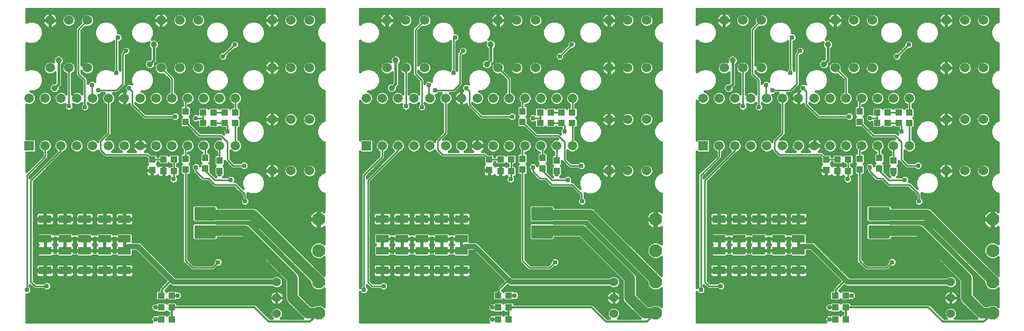
<source format=gbl>
G75*
%MOIN*%
%OFA0B0*%
%FSLAX24Y24*%
%IPPOS*%
%LPD*%
%AMOC8*
5,1,8,0,0,1.08239X$1,22.5*
%
%ADD10C,0.0550*%
%ADD11C,0.0827*%
%ADD12R,0.0433X0.0394*%
%ADD13R,0.0394X0.0433*%
%ADD14R,0.0594X0.0594*%
%ADD15C,0.0594*%
%ADD16C,0.0600*%
%ADD17R,0.0787X0.0472*%
%ADD18C,0.0160*%
%ADD19C,0.0310*%
%ADD20C,0.0120*%
%ADD21C,0.0100*%
%ADD22C,0.0396*%
%ADD23C,0.0320*%
%ADD24C,0.0660*%
D10*
X026693Y008143D03*
X026693Y009143D03*
X026693Y010143D03*
X047943Y010143D03*
X047943Y009143D03*
X047943Y008143D03*
X069193Y008143D03*
X069193Y009143D03*
X069193Y010143D03*
D11*
X071835Y010146D03*
X071835Y008178D03*
X071835Y012128D03*
X071835Y014096D03*
X050585Y014096D03*
X050585Y012128D03*
X050585Y010146D03*
X050585Y008178D03*
X029335Y008178D03*
X029335Y010146D03*
X029335Y012128D03*
X029335Y014096D03*
D12*
X020227Y017143D03*
X019558Y017143D03*
X019558Y017893D03*
X020227Y017893D03*
X022058Y020193D03*
X022727Y020193D03*
X023408Y020193D03*
X024077Y020193D03*
X024077Y020843D03*
X023408Y020843D03*
X022727Y020843D03*
X022058Y020843D03*
X040808Y017893D03*
X041477Y017893D03*
X041477Y017143D03*
X040808Y017143D03*
X043308Y020193D03*
X043977Y020193D03*
X044658Y020193D03*
X045327Y020193D03*
X045327Y020843D03*
X044658Y020843D03*
X043977Y020843D03*
X043308Y020843D03*
X062058Y017893D03*
X062727Y017893D03*
X062727Y017143D03*
X062058Y017143D03*
X064558Y020193D03*
X065227Y020193D03*
X065908Y020193D03*
X066577Y020193D03*
X066577Y020843D03*
X065908Y020843D03*
X065227Y020843D03*
X064558Y020843D03*
X062577Y009293D03*
X061908Y009293D03*
X061908Y008543D03*
X062577Y008543D03*
X062577Y007793D03*
X061908Y007793D03*
X041327Y007793D03*
X040658Y007793D03*
X040658Y008543D03*
X041327Y008543D03*
X041327Y009293D03*
X040658Y009293D03*
X020077Y009293D03*
X019408Y009293D03*
X019408Y008543D03*
X020077Y008543D03*
X020077Y007793D03*
X019408Y007793D03*
D13*
X018843Y017209D03*
X018843Y017878D03*
X020943Y017928D03*
X020943Y017259D03*
X022193Y017309D03*
X023093Y017159D03*
X023093Y017828D03*
X022193Y017978D03*
X020943Y020259D03*
X020943Y020928D03*
X040093Y017878D03*
X040093Y017209D03*
X042193Y017259D03*
X042193Y017928D03*
X043443Y017978D03*
X044343Y017828D03*
X044343Y017159D03*
X043443Y017309D03*
X042193Y020259D03*
X042193Y020928D03*
X061343Y017878D03*
X061343Y017209D03*
X063443Y017259D03*
X063443Y017928D03*
X064693Y017978D03*
X065593Y017828D03*
X065593Y017159D03*
X064693Y017309D03*
X063443Y020259D03*
X063443Y020928D03*
D14*
X053593Y018743D03*
X032343Y018743D03*
X011093Y018743D03*
D15*
X012093Y018743D03*
X013093Y018743D03*
X014093Y018743D03*
X015093Y018743D03*
X016093Y018743D03*
X017093Y018743D03*
X018093Y018743D03*
X019093Y018743D03*
X020093Y018743D03*
X021093Y018743D03*
X022093Y018743D03*
X023093Y018743D03*
X024093Y018743D03*
X024093Y021743D03*
X023093Y021743D03*
X022093Y021743D03*
X021093Y021743D03*
X020093Y021743D03*
X019093Y021743D03*
X018093Y021743D03*
X017093Y021743D03*
X016093Y021743D03*
X015093Y021743D03*
X014093Y021743D03*
X013093Y021743D03*
X012093Y021743D03*
X011093Y021743D03*
X032343Y021743D03*
X033343Y021743D03*
X034343Y021743D03*
X035343Y021743D03*
X036343Y021743D03*
X037343Y021743D03*
X038343Y021743D03*
X039343Y021743D03*
X040343Y021743D03*
X041343Y021743D03*
X042343Y021743D03*
X043343Y021743D03*
X044343Y021743D03*
X045343Y021743D03*
X045343Y018743D03*
X044343Y018743D03*
X043343Y018743D03*
X042343Y018743D03*
X041343Y018743D03*
X040343Y018743D03*
X039343Y018743D03*
X038343Y018743D03*
X037343Y018743D03*
X036343Y018743D03*
X035343Y018743D03*
X034343Y018743D03*
X033343Y018743D03*
X053593Y021743D03*
X054593Y021743D03*
X055593Y021743D03*
X056593Y021743D03*
X057593Y021743D03*
X058593Y021743D03*
X059593Y021743D03*
X060593Y021743D03*
X061593Y021743D03*
X062593Y021743D03*
X063593Y021743D03*
X064593Y021743D03*
X065593Y021743D03*
X066593Y021743D03*
X066593Y018743D03*
X065593Y018743D03*
X064593Y018743D03*
X063593Y018743D03*
X062593Y018743D03*
X061593Y018743D03*
X060593Y018743D03*
X059593Y018743D03*
X058593Y018743D03*
X057593Y018743D03*
X056593Y018743D03*
X055593Y018743D03*
X054593Y018743D03*
D16*
X050013Y017163D03*
X048833Y017163D03*
X047653Y017163D03*
X047653Y020413D03*
X048833Y020413D03*
X050013Y020413D03*
X050013Y023663D03*
X048833Y023663D03*
X047653Y023663D03*
X043013Y023663D03*
X041833Y023663D03*
X040653Y023663D03*
X036013Y023663D03*
X034833Y023663D03*
X033653Y023663D03*
X028763Y023663D03*
X027583Y023663D03*
X026403Y023663D03*
X021763Y023663D03*
X020583Y023663D03*
X019403Y023663D03*
X014763Y023663D03*
X013583Y023663D03*
X012403Y023663D03*
X012403Y026663D03*
X013583Y026663D03*
X014763Y026663D03*
X019403Y026663D03*
X020583Y026663D03*
X021763Y026663D03*
X026403Y026663D03*
X027583Y026663D03*
X028763Y026663D03*
X033653Y026663D03*
X034833Y026663D03*
X036013Y026663D03*
X040653Y026663D03*
X041833Y026663D03*
X043013Y026663D03*
X047653Y026663D03*
X048833Y026663D03*
X050013Y026663D03*
X054903Y026663D03*
X056083Y026663D03*
X057263Y026663D03*
X061903Y026663D03*
X063083Y026663D03*
X064263Y026663D03*
X068903Y026663D03*
X070083Y026663D03*
X071263Y026663D03*
X071263Y023663D03*
X070083Y023663D03*
X068903Y023663D03*
X064263Y023663D03*
X063083Y023663D03*
X061903Y023663D03*
X057263Y023663D03*
X056083Y023663D03*
X054903Y023663D03*
X068903Y020413D03*
X070083Y020413D03*
X071263Y020413D03*
X071263Y017163D03*
X070083Y017163D03*
X068903Y017163D03*
X028763Y017163D03*
X027583Y017163D03*
X026403Y017163D03*
X026403Y020413D03*
X027583Y020413D03*
X028763Y020413D03*
D17*
X033343Y014123D03*
X034593Y014123D03*
X035843Y014123D03*
X037093Y014123D03*
X038343Y014123D03*
X038343Y012863D03*
X037093Y012863D03*
X035843Y012863D03*
X034593Y012863D03*
X033343Y012863D03*
X033343Y012123D03*
X034593Y012123D03*
X035843Y012123D03*
X037093Y012123D03*
X038343Y012123D03*
X038343Y010863D03*
X037093Y010863D03*
X035843Y010863D03*
X034593Y010863D03*
X033343Y010863D03*
X017093Y010863D03*
X015843Y010863D03*
X014593Y010863D03*
X013343Y010863D03*
X012093Y010863D03*
X012093Y012123D03*
X013343Y012123D03*
X014593Y012123D03*
X015843Y012123D03*
X017093Y012123D03*
X017093Y012863D03*
X015843Y012863D03*
X014593Y012863D03*
X013343Y012863D03*
X012093Y012863D03*
X012093Y014123D03*
X013343Y014123D03*
X014593Y014123D03*
X015843Y014123D03*
X017093Y014123D03*
X054593Y014123D03*
X055843Y014123D03*
X057093Y014123D03*
X058343Y014123D03*
X059593Y014123D03*
X059593Y012863D03*
X058343Y012863D03*
X057093Y012863D03*
X055843Y012863D03*
X054593Y012863D03*
X054593Y012123D03*
X055843Y012123D03*
X057093Y012123D03*
X058343Y012123D03*
X059593Y012123D03*
X059593Y010863D03*
X058343Y010863D03*
X057093Y010863D03*
X055843Y010863D03*
X054593Y010863D03*
D18*
X010923Y009358D02*
X010923Y007623D01*
X018810Y007623D01*
X018801Y007632D01*
X018758Y007737D01*
X018758Y007850D01*
X018801Y007955D01*
X018881Y008035D01*
X018986Y008078D01*
X019096Y008078D01*
X019138Y008120D01*
X019679Y008120D01*
X019743Y008056D01*
X019807Y008120D01*
X019887Y008120D01*
X019887Y008216D01*
X019807Y008216D01*
X019743Y008281D01*
X019679Y008216D01*
X019138Y008216D01*
X019096Y008258D01*
X018986Y008258D01*
X018881Y008302D01*
X018801Y008382D01*
X018758Y008487D01*
X018758Y008600D01*
X018801Y008705D01*
X018881Y008785D01*
X018986Y008828D01*
X019096Y008828D01*
X019138Y008870D01*
X019679Y008870D01*
X019743Y008806D01*
X019807Y008870D01*
X020348Y008870D01*
X020424Y008794D01*
X020424Y008733D01*
X025372Y008733D01*
X026272Y007833D01*
X026430Y007833D01*
X026350Y007914D01*
X026288Y008063D01*
X026288Y008224D01*
X026350Y008373D01*
X026463Y008487D01*
X026612Y008548D01*
X026773Y008548D01*
X026922Y008487D01*
X027036Y008373D01*
X027098Y008224D01*
X027098Y008063D01*
X027036Y007914D01*
X026956Y007833D01*
X028352Y007833D01*
X027432Y008753D01*
X027303Y008883D01*
X027233Y009052D01*
X027233Y010203D01*
X024502Y012933D01*
X022973Y012933D01*
X022973Y012869D01*
X022867Y012763D01*
X021468Y012763D01*
X021363Y012869D01*
X021363Y013768D01*
X021468Y013873D01*
X022867Y013873D01*
X022887Y013853D01*
X024784Y013853D01*
X024953Y013783D01*
X025083Y013654D01*
X028083Y010654D01*
X028153Y010485D01*
X028153Y009334D01*
X028849Y008638D01*
X029026Y008638D01*
X029027Y008638D01*
X029226Y008721D01*
X029443Y008721D01*
X029642Y008638D01*
X029693Y008588D01*
X029693Y009736D01*
X029642Y009685D01*
X029443Y009603D01*
X029226Y009603D01*
X029027Y009685D01*
X028874Y009838D01*
X028791Y010038D01*
X028791Y010144D01*
X025002Y013933D01*
X022887Y013933D01*
X022867Y013913D01*
X021468Y013913D01*
X021363Y014019D01*
X021363Y014918D01*
X021468Y015023D01*
X022867Y015023D01*
X022973Y014918D01*
X022973Y014853D01*
X025284Y014853D01*
X025453Y014783D01*
X025583Y014654D01*
X029621Y010615D01*
X029642Y010607D01*
X029693Y010556D01*
X029693Y011717D01*
X029642Y011667D01*
X029443Y011584D01*
X029226Y011584D01*
X029027Y011667D01*
X028874Y011820D01*
X028791Y012019D01*
X028791Y012236D01*
X028874Y012435D01*
X029027Y012588D01*
X029226Y012671D01*
X029443Y012671D01*
X029642Y012588D01*
X029693Y012538D01*
X029693Y013623D01*
X029646Y013589D01*
X029562Y013546D01*
X029474Y013517D01*
X029392Y013504D01*
X029392Y014038D01*
X029277Y014038D01*
X029277Y013504D01*
X029196Y013517D01*
X029107Y013546D01*
X029024Y013589D01*
X028948Y013643D01*
X028882Y013709D01*
X028827Y013785D01*
X028785Y013868D01*
X028756Y013957D01*
X028743Y014038D01*
X029277Y014038D01*
X029277Y014154D01*
X029277Y014688D01*
X029196Y014675D01*
X029107Y014646D01*
X029024Y014604D01*
X028948Y014549D01*
X028882Y014483D01*
X028827Y014407D01*
X028785Y014324D01*
X028756Y014235D01*
X028743Y014154D01*
X029277Y014154D01*
X029392Y014154D01*
X029392Y014688D01*
X029474Y014675D01*
X029562Y014646D01*
X029646Y014604D01*
X029693Y014569D01*
X029693Y015707D01*
X029529Y015774D01*
X029324Y015980D01*
X029213Y016248D01*
X029213Y016539D01*
X029324Y016807D01*
X029529Y017012D01*
X029693Y017080D01*
X029693Y018957D01*
X029529Y019024D01*
X029324Y019230D01*
X029213Y019498D01*
X029213Y019789D01*
X029324Y020057D01*
X029529Y020262D01*
X029693Y020330D01*
X029693Y022207D01*
X029529Y022274D01*
X029324Y022480D01*
X029213Y022748D01*
X029213Y023039D01*
X029324Y023307D01*
X029529Y023512D01*
X029693Y023580D01*
X029693Y025207D01*
X029529Y025274D01*
X029324Y025480D01*
X029213Y025748D01*
X029213Y026039D01*
X029324Y026307D01*
X029529Y026512D01*
X029693Y026580D01*
X029693Y027363D01*
X010923Y027363D01*
X010923Y026559D01*
X011078Y026623D01*
X011368Y026623D01*
X011636Y026512D01*
X011842Y026307D01*
X011953Y026039D01*
X011953Y025748D01*
X011842Y025480D01*
X011636Y025274D01*
X011368Y025163D01*
X011078Y025163D01*
X010923Y025227D01*
X010923Y023559D01*
X011078Y023623D01*
X011368Y023623D01*
X011636Y023512D01*
X011842Y023307D01*
X011953Y023039D01*
X011953Y022748D01*
X011842Y022480D01*
X011636Y022274D01*
X011368Y022163D01*
X011194Y022163D01*
X011335Y022105D01*
X011455Y021985D01*
X011520Y021828D01*
X011520Y021658D01*
X011455Y021502D01*
X011335Y021381D01*
X011178Y021316D01*
X011008Y021316D01*
X010923Y021352D01*
X010923Y019170D01*
X011444Y019170D01*
X011520Y019094D01*
X011520Y018393D01*
X011444Y018316D01*
X010923Y018316D01*
X010923Y017128D01*
X011913Y018118D01*
X011913Y018356D01*
X011851Y018381D01*
X011731Y018502D01*
X011666Y018658D01*
X011666Y018828D01*
X011731Y018985D01*
X011851Y019105D01*
X012008Y019170D01*
X012178Y019170D01*
X012335Y019105D01*
X012455Y018985D01*
X012520Y018828D01*
X012520Y018658D01*
X012455Y018502D01*
X012335Y018381D01*
X012273Y018356D01*
X012273Y017969D01*
X012167Y017863D01*
X011123Y016819D01*
X011123Y016728D01*
X012814Y018419D01*
X012731Y018502D01*
X012666Y018658D01*
X012666Y018828D01*
X012731Y018985D01*
X012851Y019105D01*
X013008Y019170D01*
X013178Y019170D01*
X013335Y019105D01*
X013455Y018985D01*
X013520Y018828D01*
X013520Y018658D01*
X013455Y018502D01*
X013335Y018381D01*
X013251Y018347D01*
X013167Y018263D01*
X011373Y016469D01*
X011373Y010218D01*
X011517Y010073D01*
X011970Y010073D01*
X012031Y010135D01*
X012136Y010178D01*
X012250Y010178D01*
X012354Y010135D01*
X012434Y010055D01*
X012478Y009950D01*
X012478Y009837D01*
X012434Y009732D01*
X012354Y009652D01*
X012250Y009608D01*
X012136Y009608D01*
X012031Y009652D01*
X011970Y009713D01*
X011368Y009713D01*
X011123Y009959D01*
X011123Y009866D01*
X011184Y009805D01*
X011228Y009700D01*
X011228Y009587D01*
X011184Y009482D01*
X011104Y009402D01*
X011000Y009358D01*
X010923Y009358D01*
X011009Y009362D02*
X019062Y009362D01*
X019062Y009204D02*
X010923Y009204D01*
X010923Y009045D02*
X019062Y009045D01*
X019062Y009043D02*
X019138Y008966D01*
X019679Y008966D01*
X019743Y009031D01*
X019807Y008966D01*
X020348Y008966D01*
X020390Y009008D01*
X020500Y009008D01*
X020604Y009052D01*
X020684Y009132D01*
X020728Y009237D01*
X020728Y009350D01*
X020684Y009455D01*
X020604Y009535D01*
X020500Y009578D01*
X020390Y009578D01*
X020348Y009620D01*
X019807Y009620D01*
X019743Y009556D01*
X019683Y009615D01*
X019997Y009929D01*
X020029Y009897D01*
X020135Y009853D01*
X026410Y009853D01*
X026463Y009800D01*
X026612Y009738D01*
X026773Y009738D01*
X026922Y009800D01*
X027036Y009914D01*
X027098Y010063D01*
X027098Y010224D01*
X027036Y010373D01*
X026922Y010487D01*
X026773Y010548D01*
X026612Y010548D01*
X026463Y010487D01*
X026410Y010433D01*
X020313Y010433D01*
X018107Y012639D01*
X018001Y012683D01*
X017617Y012683D01*
X017617Y013153D01*
X017540Y013230D01*
X016645Y013230D01*
X016589Y013173D01*
X016347Y013173D01*
X016290Y013230D01*
X015395Y013230D01*
X015339Y013173D01*
X015097Y013173D01*
X015040Y013230D01*
X014145Y013230D01*
X014089Y013173D01*
X013847Y013173D01*
X013790Y013230D01*
X012895Y013230D01*
X012839Y013173D01*
X012597Y013173D01*
X012540Y013230D01*
X011645Y013230D01*
X011569Y013153D01*
X011569Y012573D01*
X011645Y012497D01*
X011663Y012497D01*
X011663Y012489D01*
X011645Y012489D01*
X011569Y012413D01*
X011569Y011833D01*
X011645Y011757D01*
X012540Y011757D01*
X012597Y011813D01*
X012839Y011813D01*
X012895Y011757D01*
X013790Y011757D01*
X013847Y011813D01*
X014089Y011813D01*
X014145Y011757D01*
X015040Y011757D01*
X015097Y011813D01*
X015339Y011813D01*
X015395Y011757D01*
X016290Y011757D01*
X016347Y011813D01*
X016589Y011813D01*
X016645Y011757D01*
X017540Y011757D01*
X017617Y011833D01*
X017617Y012103D01*
X017823Y012103D01*
X019728Y010198D01*
X019364Y009833D01*
X019253Y009722D01*
X019253Y009620D01*
X019138Y009620D01*
X019062Y009544D01*
X019062Y009043D01*
X018825Y008728D02*
X010923Y008728D01*
X010923Y008570D02*
X018758Y008570D01*
X018789Y008411D02*
X010923Y008411D01*
X010923Y008253D02*
X019101Y008253D01*
X019112Y008094D02*
X010923Y008094D01*
X010923Y007936D02*
X018793Y007936D01*
X018758Y007777D02*
X010923Y007777D01*
X010923Y008887D02*
X026317Y008887D01*
X026304Y008905D02*
X026346Y008847D01*
X026396Y008796D01*
X026454Y008754D01*
X026518Y008722D01*
X026586Y008700D01*
X026657Y008688D01*
X026685Y008688D01*
X026685Y009136D01*
X026238Y009136D01*
X026238Y009107D01*
X026249Y009037D01*
X026271Y008969D01*
X026304Y008905D01*
X026248Y009045D02*
X020589Y009045D01*
X020714Y009204D02*
X026242Y009204D01*
X026238Y009179D02*
X026238Y009151D01*
X026685Y009151D01*
X026685Y009136D01*
X026700Y009136D01*
X026700Y008688D01*
X026729Y008688D01*
X026799Y008700D01*
X026868Y008722D01*
X026931Y008754D01*
X026989Y008796D01*
X027040Y008847D01*
X027082Y008905D01*
X027115Y008969D01*
X027137Y009037D01*
X027148Y009107D01*
X027148Y009136D01*
X026700Y009136D01*
X026700Y009151D01*
X026685Y009151D01*
X026685Y009598D01*
X026657Y009598D01*
X026586Y009587D01*
X026518Y009565D01*
X026454Y009532D01*
X026396Y009490D01*
X026346Y009440D01*
X026304Y009382D01*
X026271Y009318D01*
X026249Y009250D01*
X026238Y009179D01*
X026294Y009362D02*
X020723Y009362D01*
X020618Y009521D02*
X026438Y009521D01*
X026685Y009521D02*
X026700Y009521D01*
X026700Y009598D02*
X026700Y009151D01*
X027148Y009151D01*
X027148Y009179D01*
X027137Y009250D01*
X027115Y009318D01*
X027082Y009382D01*
X027040Y009440D01*
X026989Y009490D01*
X026931Y009532D01*
X026868Y009565D01*
X026799Y009587D01*
X026729Y009598D01*
X026700Y009598D01*
X026685Y009362D02*
X026700Y009362D01*
X026685Y009204D02*
X026700Y009204D01*
X026685Y009045D02*
X026700Y009045D01*
X026685Y008887D02*
X026700Y008887D01*
X026685Y008728D02*
X026700Y008728D01*
X026881Y008728D02*
X027457Y008728D01*
X027301Y008887D02*
X027069Y008887D01*
X027138Y009045D02*
X027236Y009045D01*
X027233Y009204D02*
X027144Y009204D01*
X027092Y009362D02*
X027233Y009362D01*
X027233Y009521D02*
X026947Y009521D01*
X026960Y009838D02*
X027233Y009838D01*
X027233Y009996D02*
X027070Y009996D01*
X027098Y010155D02*
X027233Y010155D01*
X027122Y010313D02*
X027061Y010313D01*
X026964Y010472D02*
X026937Y010472D01*
X026805Y010630D02*
X020116Y010630D01*
X020274Y010472D02*
X026449Y010472D01*
X026647Y010789D02*
X019957Y010789D01*
X019799Y010947D02*
X021234Y010947D01*
X021213Y010969D02*
X021318Y010863D01*
X022717Y010863D01*
X022962Y011108D01*
X023050Y011108D01*
X023154Y011152D01*
X023234Y011232D01*
X023278Y011337D01*
X023278Y011450D01*
X023234Y011555D01*
X023154Y011635D01*
X023050Y011678D01*
X022936Y011678D01*
X022831Y011635D01*
X022751Y011555D01*
X022708Y011450D01*
X022708Y011363D01*
X022568Y011223D01*
X021467Y011223D01*
X021123Y011568D01*
X021123Y016912D01*
X021194Y016912D01*
X021270Y016988D01*
X021270Y017529D01*
X021205Y017593D01*
X021270Y017658D01*
X021270Y018198D01*
X021194Y018274D01*
X021123Y018274D01*
X021123Y018316D01*
X021178Y018316D01*
X021335Y018381D01*
X021455Y018502D01*
X021520Y018658D01*
X021520Y018828D01*
X021455Y018985D01*
X021335Y019105D01*
X021178Y019170D01*
X021008Y019170D01*
X020851Y019105D01*
X020731Y018985D01*
X020666Y018828D01*
X020666Y018658D01*
X020731Y018502D01*
X020763Y018470D01*
X020763Y018274D01*
X020692Y018274D01*
X020616Y018198D01*
X020616Y017658D01*
X020680Y017593D01*
X020616Y017529D01*
X020616Y016988D01*
X020692Y016912D01*
X020763Y016912D01*
X020763Y011419D01*
X021213Y010969D01*
X021076Y011106D02*
X019640Y011106D01*
X019482Y011264D02*
X020917Y011264D01*
X020763Y011423D02*
X019323Y011423D01*
X019165Y011581D02*
X020763Y011581D01*
X020763Y011740D02*
X019006Y011740D01*
X018848Y011898D02*
X020763Y011898D01*
X020763Y012057D02*
X018689Y012057D01*
X018531Y012215D02*
X020763Y012215D01*
X020763Y012374D02*
X018372Y012374D01*
X018214Y012532D02*
X020763Y012532D01*
X020763Y012691D02*
X017617Y012691D01*
X017617Y012849D02*
X020763Y012849D01*
X020763Y013008D02*
X017617Y013008D01*
X017604Y013166D02*
X020763Y013166D01*
X020763Y013325D02*
X011373Y013325D01*
X011373Y013483D02*
X020763Y013483D01*
X020763Y013642D02*
X011373Y013642D01*
X011373Y013800D02*
X011541Y013800D01*
X011531Y013818D02*
X011555Y013776D01*
X011589Y013743D01*
X011630Y013719D01*
X011675Y013707D01*
X012055Y013707D01*
X012055Y014085D01*
X012131Y014085D01*
X012131Y013707D01*
X012510Y013707D01*
X012556Y013719D01*
X012597Y013743D01*
X012631Y013776D01*
X012654Y013818D01*
X012667Y013863D01*
X012667Y014085D01*
X012131Y014085D01*
X012131Y014161D01*
X012667Y014161D01*
X012667Y014383D01*
X012654Y014429D01*
X012631Y014470D01*
X012597Y014503D01*
X012556Y014527D01*
X012510Y014539D01*
X012131Y014539D01*
X012131Y014161D01*
X012055Y014161D01*
X012055Y014085D01*
X011519Y014085D01*
X011519Y013863D01*
X011531Y013818D01*
X011519Y013959D02*
X011373Y013959D01*
X011373Y014117D02*
X012055Y014117D01*
X012055Y014161D02*
X011519Y014161D01*
X011519Y014383D01*
X011531Y014429D01*
X011555Y014470D01*
X011589Y014503D01*
X011630Y014527D01*
X011675Y014539D01*
X012055Y014539D01*
X012055Y014161D01*
X012131Y014117D02*
X013305Y014117D01*
X013305Y014085D02*
X012769Y014085D01*
X012769Y013863D01*
X012781Y013818D01*
X012805Y013776D01*
X012839Y013743D01*
X012880Y013719D01*
X012925Y013707D01*
X013305Y013707D01*
X013305Y014085D01*
X013381Y014085D01*
X013381Y013707D01*
X013760Y013707D01*
X013806Y013719D01*
X013847Y013743D01*
X013881Y013776D01*
X013904Y013818D01*
X013917Y013863D01*
X013917Y014085D01*
X013381Y014085D01*
X013381Y014161D01*
X013917Y014161D01*
X013917Y014383D01*
X013904Y014429D01*
X013881Y014470D01*
X013847Y014503D01*
X013806Y014527D01*
X013760Y014539D01*
X013381Y014539D01*
X013381Y014161D01*
X013305Y014161D01*
X013305Y014085D01*
X013305Y014161D02*
X012769Y014161D01*
X012769Y014383D01*
X012781Y014429D01*
X012805Y014470D01*
X012839Y014503D01*
X012880Y014527D01*
X012925Y014539D01*
X013305Y014539D01*
X013305Y014161D01*
X013381Y014117D02*
X014555Y014117D01*
X014555Y014085D02*
X014019Y014085D01*
X014019Y013863D01*
X014031Y013818D01*
X014055Y013776D01*
X014089Y013743D01*
X014130Y013719D01*
X014175Y013707D01*
X014555Y013707D01*
X014555Y014085D01*
X014631Y014085D01*
X014631Y013707D01*
X015010Y013707D01*
X015056Y013719D01*
X015097Y013743D01*
X015131Y013776D01*
X015154Y013818D01*
X015167Y013863D01*
X015167Y014085D01*
X014631Y014085D01*
X014631Y014161D01*
X015167Y014161D01*
X015167Y014383D01*
X015154Y014429D01*
X015131Y014470D01*
X015097Y014503D01*
X015056Y014527D01*
X015010Y014539D01*
X014631Y014539D01*
X014631Y014161D01*
X014555Y014161D01*
X014555Y014085D01*
X014555Y014161D02*
X014019Y014161D01*
X014019Y014383D01*
X014031Y014429D01*
X014055Y014470D01*
X014089Y014503D01*
X014130Y014527D01*
X014175Y014539D01*
X014555Y014539D01*
X014555Y014161D01*
X014631Y014117D02*
X015805Y014117D01*
X015805Y014085D02*
X015269Y014085D01*
X015269Y013863D01*
X015281Y013818D01*
X015305Y013776D01*
X015339Y013743D01*
X015380Y013719D01*
X015425Y013707D01*
X015805Y013707D01*
X015805Y014085D01*
X015881Y014085D01*
X015881Y013707D01*
X016260Y013707D01*
X016306Y013719D01*
X016347Y013743D01*
X016381Y013776D01*
X016404Y013818D01*
X016417Y013863D01*
X016417Y014085D01*
X015881Y014085D01*
X015881Y014161D01*
X016417Y014161D01*
X016417Y014383D01*
X016404Y014429D01*
X016381Y014470D01*
X016347Y014503D01*
X016306Y014527D01*
X016260Y014539D01*
X015881Y014539D01*
X015881Y014161D01*
X015805Y014161D01*
X015805Y014085D01*
X015805Y014161D02*
X015269Y014161D01*
X015269Y014383D01*
X015281Y014429D01*
X015305Y014470D01*
X015339Y014503D01*
X015380Y014527D01*
X015425Y014539D01*
X015805Y014539D01*
X015805Y014161D01*
X015881Y014117D02*
X017055Y014117D01*
X017055Y014085D02*
X016519Y014085D01*
X016519Y013863D01*
X016531Y013818D01*
X016555Y013776D01*
X016589Y013743D01*
X016630Y013719D01*
X016675Y013707D01*
X017055Y013707D01*
X017055Y014085D01*
X017131Y014085D01*
X017131Y013707D01*
X017510Y013707D01*
X017556Y013719D01*
X017597Y013743D01*
X017631Y013776D01*
X017654Y013818D01*
X017667Y013863D01*
X017667Y014085D01*
X017131Y014085D01*
X017131Y014161D01*
X017667Y014161D01*
X017667Y014383D01*
X017654Y014429D01*
X017631Y014470D01*
X017597Y014503D01*
X017556Y014527D01*
X017510Y014539D01*
X017131Y014539D01*
X017131Y014161D01*
X017055Y014161D01*
X017055Y014085D01*
X017055Y014161D02*
X016519Y014161D01*
X016519Y014383D01*
X016531Y014429D01*
X016555Y014470D01*
X016589Y014503D01*
X016630Y014527D01*
X016675Y014539D01*
X017055Y014539D01*
X017055Y014161D01*
X017131Y014117D02*
X020763Y014117D01*
X020763Y013959D02*
X017667Y013959D01*
X017644Y013800D02*
X020763Y013800D01*
X021123Y013800D02*
X021395Y013800D01*
X021423Y013959D02*
X021123Y013959D01*
X021123Y014117D02*
X021363Y014117D01*
X021363Y014276D02*
X021123Y014276D01*
X021123Y014434D02*
X021363Y014434D01*
X021363Y014593D02*
X021123Y014593D01*
X021123Y014751D02*
X021363Y014751D01*
X021363Y014910D02*
X021123Y014910D01*
X021123Y015068D02*
X024465Y015068D01*
X024451Y015082D02*
X024531Y015002D01*
X024636Y014958D01*
X024750Y014958D01*
X024854Y015002D01*
X024934Y015082D01*
X024978Y015187D01*
X024978Y015300D01*
X024934Y015405D01*
X024863Y015476D01*
X024863Y015752D01*
X025078Y015663D01*
X025368Y015663D01*
X025636Y015774D01*
X025842Y015980D01*
X025953Y016248D01*
X025953Y016539D01*
X025842Y016807D01*
X025636Y017012D01*
X025368Y017123D01*
X025078Y017123D01*
X024809Y017012D01*
X024604Y016807D01*
X024493Y016539D01*
X024493Y016248D01*
X024580Y016039D01*
X024145Y016473D01*
X024052Y016473D01*
X024078Y016537D01*
X024078Y016650D01*
X024034Y016755D01*
X023954Y016835D01*
X023850Y016878D01*
X023736Y016878D01*
X023631Y016835D01*
X023570Y016773D01*
X023326Y016773D01*
X023334Y016782D01*
X023349Y016818D01*
X023420Y016888D01*
X023420Y017429D01*
X023355Y017493D01*
X023420Y017558D01*
X023420Y017762D01*
X023763Y017419D01*
X023868Y017313D01*
X024420Y017313D01*
X024481Y017252D01*
X024586Y017208D01*
X024700Y017208D01*
X024804Y017252D01*
X024884Y017332D01*
X024928Y017437D01*
X024928Y017550D01*
X024884Y017655D01*
X024804Y017735D01*
X024700Y017778D01*
X024586Y017778D01*
X024481Y017735D01*
X024420Y017673D01*
X024017Y017673D01*
X023773Y017918D01*
X023773Y018460D01*
X023851Y018381D01*
X024008Y018316D01*
X024178Y018316D01*
X024335Y018381D01*
X024455Y018502D01*
X024520Y018658D01*
X024520Y018828D01*
X024455Y018985D01*
X024335Y019105D01*
X024273Y019131D01*
X024273Y019866D01*
X024348Y019866D01*
X024424Y019943D01*
X024424Y020444D01*
X024350Y020518D01*
X024424Y020593D01*
X024424Y021094D01*
X024348Y021170D01*
X024273Y021170D01*
X024273Y021356D01*
X024335Y021381D01*
X024455Y021502D01*
X024520Y021658D01*
X024520Y021828D01*
X024455Y021985D01*
X024335Y022105D01*
X024178Y022170D01*
X024008Y022170D01*
X023851Y022105D01*
X023731Y021985D01*
X023666Y021828D01*
X023666Y021658D01*
X023731Y021502D01*
X023851Y021381D01*
X023913Y021356D01*
X023913Y021170D01*
X023807Y021170D01*
X023743Y021106D01*
X023679Y021170D01*
X023138Y021170D01*
X023068Y021100D01*
X022998Y021170D01*
X022457Y021170D01*
X022393Y021106D01*
X022329Y021170D01*
X021788Y021170D01*
X021712Y021094D01*
X021712Y020753D01*
X021650Y020778D01*
X021536Y020778D01*
X021431Y020735D01*
X021351Y020655D01*
X021308Y020550D01*
X021308Y020437D01*
X021351Y020332D01*
X021431Y020252D01*
X021536Y020208D01*
X021650Y020208D01*
X021712Y020234D01*
X021712Y019943D01*
X021788Y019866D01*
X022329Y019866D01*
X022393Y019931D01*
X022457Y019866D01*
X022998Y019866D01*
X023068Y019936D01*
X023138Y019866D01*
X023413Y019866D01*
X023351Y019805D01*
X023308Y019700D01*
X023308Y019587D01*
X023346Y019495D01*
X023267Y019573D01*
X021883Y019573D01*
X021270Y020186D01*
X021270Y020529D01*
X021205Y020593D01*
X021270Y020658D01*
X021270Y021198D01*
X021194Y021274D01*
X021123Y021274D01*
X021123Y021316D01*
X021178Y021316D01*
X021335Y021381D01*
X021455Y021502D01*
X021520Y021658D01*
X021520Y021828D01*
X021455Y021985D01*
X021335Y022105D01*
X021178Y022170D01*
X021008Y022170D01*
X020851Y022105D01*
X020731Y021985D01*
X020666Y021828D01*
X020666Y021658D01*
X020731Y021502D01*
X020763Y021470D01*
X020763Y021274D01*
X020692Y021274D01*
X020616Y021198D01*
X020616Y020658D01*
X020680Y020593D01*
X020616Y020529D01*
X020616Y019988D01*
X020692Y019912D01*
X021035Y019912D01*
X021628Y019319D01*
X021734Y019213D01*
X023118Y019213D01*
X023161Y019170D01*
X023008Y019170D01*
X022851Y019105D01*
X022731Y018985D01*
X022666Y018828D01*
X022666Y018658D01*
X022731Y018502D01*
X022851Y018381D01*
X022913Y018356D01*
X022913Y018174D01*
X022842Y018174D01*
X022766Y018098D01*
X022766Y017558D01*
X022830Y017493D01*
X022766Y017429D01*
X022766Y016888D01*
X022836Y016818D01*
X022846Y016795D01*
X022520Y017121D01*
X022520Y017579D01*
X022455Y017643D01*
X022520Y017708D01*
X022520Y018248D01*
X022444Y018324D01*
X022373Y018324D01*
X022373Y018420D01*
X022455Y018502D01*
X022520Y018658D01*
X022520Y018828D01*
X022455Y018985D01*
X022335Y019105D01*
X022178Y019170D01*
X022008Y019170D01*
X021851Y019105D01*
X021731Y018985D01*
X021666Y018828D01*
X021666Y018658D01*
X021731Y018502D01*
X021851Y018381D01*
X021989Y018324D01*
X021942Y018324D01*
X021866Y018248D01*
X021866Y017708D01*
X021930Y017643D01*
X021866Y017579D01*
X021866Y017479D01*
X021834Y017555D01*
X021754Y017635D01*
X021650Y017678D01*
X021536Y017678D01*
X021431Y017635D01*
X021351Y017555D01*
X021308Y017450D01*
X021308Y017337D01*
X021351Y017232D01*
X021413Y017170D01*
X021413Y017069D01*
X021863Y016619D01*
X021968Y016513D01*
X022318Y016513D01*
X022613Y016219D01*
X022718Y016113D01*
X023996Y016113D01*
X024503Y015606D01*
X024503Y015457D01*
X024451Y015405D01*
X024408Y015300D01*
X024408Y015187D01*
X024451Y015082D01*
X024408Y015227D02*
X021123Y015227D01*
X021123Y015385D02*
X024443Y015385D01*
X024503Y015544D02*
X021123Y015544D01*
X021123Y015702D02*
X024407Y015702D01*
X024248Y015861D02*
X021123Y015861D01*
X021123Y016019D02*
X024090Y016019D01*
X024282Y016336D02*
X024493Y016336D01*
X024493Y016495D02*
X024061Y016495D01*
X024076Y016653D02*
X024540Y016653D01*
X024609Y016812D02*
X023977Y016812D01*
X023608Y016812D02*
X023347Y016812D01*
X023420Y016970D02*
X024767Y016970D01*
X024840Y017287D02*
X025938Y017287D01*
X025935Y017276D02*
X025923Y017201D01*
X025923Y017183D01*
X026383Y017183D01*
X026383Y017143D01*
X026423Y017143D01*
X026423Y016683D01*
X026441Y016683D01*
X026515Y016695D01*
X026587Y016718D01*
X026654Y016753D01*
X026716Y016797D01*
X026769Y016851D01*
X026813Y016912D01*
X026848Y016979D01*
X026871Y017051D01*
X026883Y017126D01*
X026883Y017143D01*
X026423Y017143D01*
X026423Y017183D01*
X026883Y017183D01*
X026883Y017201D01*
X026871Y017276D01*
X026848Y017348D01*
X026813Y017415D01*
X026769Y017476D01*
X026716Y017529D01*
X026654Y017574D01*
X026587Y017608D01*
X026515Y017631D01*
X026441Y017643D01*
X026423Y017643D01*
X026423Y017183D01*
X026383Y017183D01*
X026383Y017643D01*
X026365Y017643D01*
X026290Y017631D01*
X026219Y017608D01*
X026151Y017574D01*
X026090Y017529D01*
X026037Y017476D01*
X025992Y017415D01*
X025958Y017348D01*
X025935Y017276D01*
X025923Y017143D02*
X025923Y017126D01*
X025935Y017051D01*
X025958Y016979D01*
X025992Y016912D01*
X026037Y016851D01*
X026090Y016797D01*
X026151Y016753D01*
X026219Y016718D01*
X026290Y016695D01*
X026365Y016683D01*
X026383Y016683D01*
X026383Y017143D01*
X025923Y017143D01*
X025923Y017129D02*
X023420Y017129D01*
X023420Y017287D02*
X024446Y017287D01*
X024928Y017446D02*
X026015Y017446D01*
X026211Y017604D02*
X024905Y017604D01*
X024737Y017763D02*
X029693Y017763D01*
X029693Y017921D02*
X023773Y017921D01*
X023773Y018080D02*
X029693Y018080D01*
X029693Y018238D02*
X023773Y018238D01*
X023773Y018397D02*
X023836Y018397D01*
X024350Y018397D02*
X029693Y018397D01*
X029693Y018555D02*
X024477Y018555D01*
X024520Y018714D02*
X029693Y018714D01*
X029693Y018872D02*
X024501Y018872D01*
X024409Y019031D02*
X024803Y019031D01*
X024809Y019024D02*
X025078Y018913D01*
X025368Y018913D01*
X025636Y019024D01*
X025842Y019230D01*
X025953Y019498D01*
X025953Y019789D01*
X025842Y020057D01*
X025636Y020262D01*
X025368Y020373D01*
X025078Y020373D01*
X024809Y020262D01*
X024604Y020057D01*
X024493Y019789D01*
X024493Y019498D01*
X024604Y019230D01*
X024809Y019024D01*
X024644Y019189D02*
X024273Y019189D01*
X024273Y019348D02*
X024555Y019348D01*
X024493Y019506D02*
X024273Y019506D01*
X024273Y019665D02*
X024493Y019665D01*
X024507Y019823D02*
X024273Y019823D01*
X024424Y019982D02*
X024573Y019982D01*
X024687Y020140D02*
X024424Y020140D01*
X024424Y020299D02*
X024898Y020299D01*
X024411Y020457D02*
X025924Y020457D01*
X025923Y020451D02*
X025923Y020433D01*
X026383Y020433D01*
X026383Y020393D01*
X026423Y020393D01*
X026423Y019933D01*
X026441Y019933D01*
X026515Y019945D01*
X026587Y019968D01*
X026654Y020003D01*
X026716Y020047D01*
X026769Y020101D01*
X026813Y020162D01*
X026848Y020229D01*
X026871Y020301D01*
X026883Y020376D01*
X026883Y020393D01*
X026423Y020393D01*
X026423Y020433D01*
X026883Y020433D01*
X026883Y020451D01*
X026871Y020526D01*
X026848Y020598D01*
X026813Y020665D01*
X026769Y020726D01*
X026716Y020779D01*
X026654Y020824D01*
X026587Y020858D01*
X026515Y020881D01*
X026441Y020893D01*
X026423Y020893D01*
X026423Y020433D01*
X026383Y020433D01*
X026383Y020893D01*
X026365Y020893D01*
X026290Y020881D01*
X026219Y020858D01*
X026151Y020824D01*
X026090Y020779D01*
X026037Y020726D01*
X025992Y020665D01*
X025958Y020598D01*
X025935Y020526D01*
X025923Y020451D01*
X025923Y020393D02*
X025923Y020376D01*
X025935Y020301D01*
X025958Y020229D01*
X025992Y020162D01*
X026037Y020101D01*
X026090Y020047D01*
X026151Y020003D01*
X026219Y019968D01*
X026290Y019945D01*
X026365Y019933D01*
X026383Y019933D01*
X026383Y020393D01*
X025923Y020393D01*
X025935Y020299D02*
X025548Y020299D01*
X025758Y020140D02*
X026008Y020140D01*
X025873Y019982D02*
X026192Y019982D01*
X026383Y019982D02*
X026423Y019982D01*
X026423Y020140D02*
X026383Y020140D01*
X026383Y020299D02*
X026423Y020299D01*
X026423Y020457D02*
X026383Y020457D01*
X026383Y020616D02*
X026423Y020616D01*
X026423Y020774D02*
X026383Y020774D01*
X026085Y020774D02*
X024424Y020774D01*
X024424Y020616D02*
X025967Y020616D01*
X026721Y020774D02*
X027336Y020774D01*
X027339Y020778D02*
X027218Y020657D01*
X027153Y020499D01*
X027153Y020328D01*
X027218Y020170D01*
X027339Y020049D01*
X027497Y019983D01*
X027668Y019983D01*
X027826Y020049D01*
X027947Y020170D01*
X028013Y020328D01*
X028013Y020499D01*
X027947Y020657D01*
X027826Y020778D01*
X027668Y020843D01*
X027497Y020843D01*
X027339Y020778D01*
X027201Y020616D02*
X026838Y020616D01*
X026882Y020457D02*
X027153Y020457D01*
X027165Y020299D02*
X026870Y020299D01*
X026798Y020140D02*
X027248Y020140D01*
X026613Y019982D02*
X029293Y019982D01*
X029227Y019823D02*
X025938Y019823D01*
X025953Y019665D02*
X029213Y019665D01*
X029213Y019506D02*
X025953Y019506D01*
X025891Y019348D02*
X029275Y019348D01*
X029364Y019189D02*
X025801Y019189D01*
X025643Y019031D02*
X029523Y019031D01*
X029407Y020140D02*
X029098Y020140D01*
X029127Y020170D02*
X029193Y020328D01*
X029193Y020499D01*
X029127Y020657D01*
X029006Y020778D01*
X028848Y020843D01*
X028677Y020843D01*
X028519Y020778D01*
X028398Y020657D01*
X028333Y020499D01*
X028333Y020328D01*
X028398Y020170D01*
X028519Y020049D01*
X028677Y019983D01*
X028848Y019983D01*
X029006Y020049D01*
X029127Y020170D01*
X029181Y020299D02*
X029618Y020299D01*
X029693Y020457D02*
X029193Y020457D01*
X029144Y020616D02*
X029693Y020616D01*
X029693Y020774D02*
X029010Y020774D01*
X028516Y020774D02*
X027830Y020774D01*
X027964Y020616D02*
X028381Y020616D01*
X028333Y020457D02*
X028013Y020457D01*
X028001Y020299D02*
X028345Y020299D01*
X028428Y020140D02*
X027918Y020140D01*
X029693Y020933D02*
X024424Y020933D01*
X024424Y021091D02*
X029693Y021091D01*
X029693Y021250D02*
X024273Y021250D01*
X024362Y021408D02*
X029693Y021408D01*
X029693Y021567D02*
X024482Y021567D01*
X024520Y021725D02*
X029693Y021725D01*
X029693Y021884D02*
X024497Y021884D01*
X024397Y022042D02*
X029693Y022042D01*
X029693Y022201D02*
X025459Y022201D01*
X025368Y022163D02*
X025636Y022274D01*
X025842Y022480D01*
X025953Y022748D01*
X025953Y023039D01*
X025842Y023307D01*
X025636Y023512D01*
X025368Y023623D01*
X025078Y023623D01*
X024809Y023512D01*
X024604Y023307D01*
X024493Y023039D01*
X024493Y022748D01*
X024604Y022480D01*
X024809Y022274D01*
X025078Y022163D01*
X025368Y022163D01*
X024987Y022201D02*
X023179Y022201D01*
X023178Y022170D02*
X023105Y022170D01*
X023356Y022274D01*
X023562Y022480D01*
X023673Y022748D01*
X023673Y023039D01*
X023562Y023307D01*
X023356Y023512D01*
X023088Y023623D01*
X022798Y023623D01*
X022529Y023512D01*
X022324Y023307D01*
X022213Y023039D01*
X022213Y022748D01*
X022324Y022480D01*
X022529Y022274D01*
X022798Y022163D01*
X022991Y022163D01*
X022851Y022105D01*
X022731Y021985D01*
X022666Y021828D01*
X022666Y021658D01*
X022731Y021502D01*
X022851Y021381D01*
X023008Y021316D01*
X023178Y021316D01*
X023335Y021381D01*
X023455Y021502D01*
X023520Y021658D01*
X023520Y021828D01*
X023455Y021985D01*
X023335Y022105D01*
X023178Y022170D01*
X023397Y022042D02*
X023788Y022042D01*
X023689Y021884D02*
X023497Y021884D01*
X023520Y021725D02*
X023666Y021725D01*
X023704Y021567D02*
X023482Y021567D01*
X023362Y021408D02*
X023824Y021408D01*
X023913Y021250D02*
X021218Y021250D01*
X021270Y021091D02*
X021712Y021091D01*
X021712Y020933D02*
X021270Y020933D01*
X021270Y020774D02*
X021527Y020774D01*
X021659Y020774D02*
X021712Y020774D01*
X021335Y020616D02*
X021228Y020616D01*
X021270Y020457D02*
X021308Y020457D01*
X021270Y020299D02*
X021384Y020299D01*
X021316Y020140D02*
X021712Y020140D01*
X021712Y019982D02*
X021474Y019982D01*
X021633Y019823D02*
X023370Y019823D01*
X023413Y019866D02*
X023413Y019866D01*
X023308Y019665D02*
X021791Y019665D01*
X021441Y019506D02*
X016273Y019506D01*
X016273Y019469D02*
X016273Y021356D01*
X016335Y021381D01*
X016455Y021502D01*
X016520Y021658D01*
X016520Y021828D01*
X016455Y021985D01*
X016377Y022063D01*
X016667Y022063D01*
X017067Y022463D01*
X017146Y022542D01*
X017108Y022450D01*
X017108Y022337D01*
X017151Y022232D01*
X017169Y022214D01*
X017130Y022220D01*
X017111Y022220D01*
X017111Y021762D01*
X017074Y021762D01*
X017074Y021725D01*
X016616Y021725D01*
X016616Y021706D01*
X016628Y021632D01*
X016651Y021560D01*
X016685Y021493D01*
X016729Y021433D01*
X016782Y021380D01*
X016843Y021335D01*
X016910Y021301D01*
X016981Y021278D01*
X017055Y021266D01*
X017074Y021266D01*
X017074Y021725D01*
X017111Y021725D01*
X017111Y021266D01*
X017130Y021266D01*
X017205Y021278D01*
X017276Y021301D01*
X017343Y021335D01*
X017403Y021380D01*
X017413Y021389D01*
X017413Y021269D01*
X017518Y021163D01*
X018268Y020413D01*
X020070Y020413D01*
X020131Y020352D01*
X020236Y020308D01*
X020350Y020308D01*
X020454Y020352D01*
X020534Y020432D01*
X020578Y020537D01*
X020578Y020650D01*
X020534Y020755D01*
X020454Y020835D01*
X020350Y020878D01*
X020236Y020878D01*
X020131Y020835D01*
X020070Y020773D01*
X018417Y020773D01*
X017773Y021418D01*
X017773Y021460D01*
X017851Y021381D01*
X018008Y021316D01*
X018178Y021316D01*
X018335Y021381D01*
X018455Y021502D01*
X018520Y021658D01*
X018520Y021828D01*
X018455Y021985D01*
X018335Y022105D01*
X018194Y022163D01*
X018368Y022163D01*
X018636Y022274D01*
X018842Y022480D01*
X018953Y022748D01*
X018953Y023039D01*
X018842Y023307D01*
X018636Y023512D01*
X018368Y023623D01*
X018078Y023623D01*
X017809Y023512D01*
X017604Y023307D01*
X017493Y023039D01*
X017493Y022748D01*
X017537Y022642D01*
X017450Y022678D01*
X017336Y022678D01*
X017231Y022635D01*
X017173Y022576D01*
X017173Y024458D01*
X017250Y024458D01*
X017354Y024502D01*
X017434Y024582D01*
X017478Y024687D01*
X017478Y024800D01*
X017434Y024905D01*
X017354Y024985D01*
X017250Y025028D01*
X017136Y025028D01*
X017031Y024985D01*
X016951Y024905D01*
X016908Y024800D01*
X016908Y024713D01*
X016813Y024618D01*
X016813Y023526D01*
X016773Y023566D01*
X016773Y025318D01*
X016854Y025352D01*
X016934Y025432D01*
X016978Y025537D01*
X016978Y025650D01*
X016934Y025755D01*
X016854Y025835D01*
X016750Y025878D01*
X016673Y025878D01*
X016673Y026039D01*
X016562Y026307D01*
X016356Y026512D01*
X016088Y026623D01*
X015798Y026623D01*
X015529Y026512D01*
X015324Y026307D01*
X015213Y026039D01*
X015213Y025748D01*
X015324Y025480D01*
X015529Y025274D01*
X015798Y025163D01*
X016088Y025163D01*
X016356Y025274D01*
X016413Y025331D01*
X016413Y023566D01*
X016358Y023511D01*
X016356Y023512D01*
X016088Y023623D01*
X015798Y023623D01*
X015529Y023512D01*
X015324Y023307D01*
X015213Y023039D01*
X015213Y022826D01*
X015204Y022835D01*
X015100Y022878D01*
X014986Y022878D01*
X014881Y022835D01*
X014773Y022835D01*
X014801Y022755D02*
X014881Y022835D01*
X014801Y022755D02*
X014773Y022686D01*
X014773Y022968D01*
X014373Y023368D01*
X014373Y023481D01*
X014398Y023420D01*
X014519Y023299D01*
X014677Y023233D01*
X014848Y023233D01*
X015006Y023299D01*
X015127Y023420D01*
X015193Y023578D01*
X015193Y023749D01*
X015127Y023907D01*
X015006Y024028D01*
X014848Y024093D01*
X014677Y024093D01*
X014519Y024028D01*
X014398Y023907D01*
X014373Y023845D01*
X014373Y026019D01*
X014614Y026260D01*
X014677Y026233D01*
X014848Y026233D01*
X015006Y026299D01*
X015127Y026420D01*
X015193Y026578D01*
X015193Y026749D01*
X015127Y026907D01*
X015006Y027028D01*
X014848Y027093D01*
X014677Y027093D01*
X014519Y027028D01*
X014398Y026907D01*
X014333Y026749D01*
X014333Y026578D01*
X014359Y026514D01*
X014013Y026168D01*
X014013Y023219D01*
X014118Y023113D01*
X014413Y022819D01*
X014413Y022027D01*
X014335Y022105D01*
X014178Y022170D01*
X014008Y022170D01*
X013851Y022105D01*
X013773Y022027D01*
X013773Y023277D01*
X013826Y023299D01*
X013947Y023420D01*
X014013Y023578D01*
X014013Y023749D01*
X013947Y023907D01*
X013826Y024028D01*
X013668Y024093D01*
X013497Y024093D01*
X013339Y024028D01*
X013218Y023907D01*
X013153Y023749D01*
X013153Y023578D01*
X013218Y023420D01*
X013339Y023299D01*
X013413Y023268D01*
X013413Y022027D01*
X013335Y022105D01*
X013178Y022170D01*
X013008Y022170D01*
X012881Y022118D01*
X012971Y022207D01*
X013021Y022328D01*
X013021Y022424D01*
X013030Y022433D01*
X013153Y022556D01*
X013153Y023889D01*
X013221Y023957D01*
X013271Y024078D01*
X013271Y024209D01*
X013221Y024329D01*
X013129Y024421D01*
X013008Y024471D01*
X012878Y024471D01*
X012757Y024421D01*
X012665Y024329D01*
X012615Y024209D01*
X012615Y024078D01*
X012633Y024033D01*
X012488Y024093D01*
X012317Y024093D01*
X012159Y024028D01*
X012038Y023907D01*
X011973Y023749D01*
X011973Y023578D01*
X012038Y023420D01*
X012159Y023299D01*
X012317Y023233D01*
X012488Y023233D01*
X012646Y023299D01*
X012733Y023385D01*
X012733Y022730D01*
X012724Y022721D01*
X012628Y022721D01*
X012507Y022671D01*
X012415Y022579D01*
X012365Y022459D01*
X012365Y022328D01*
X012415Y022207D01*
X012507Y022115D01*
X012628Y022065D01*
X012758Y022065D01*
X012849Y022103D01*
X012731Y021985D01*
X012666Y021828D01*
X012666Y021658D01*
X012731Y021502D01*
X012851Y021381D01*
X013008Y021316D01*
X013178Y021316D01*
X013335Y021381D01*
X013346Y021393D01*
X013308Y021300D01*
X013308Y021187D01*
X013351Y021082D01*
X013431Y021002D01*
X013536Y020958D01*
X013650Y020958D01*
X013754Y021002D01*
X013834Y021082D01*
X013878Y021187D01*
X013878Y021300D01*
X013839Y021393D01*
X013851Y021381D01*
X014008Y021316D01*
X014178Y021316D01*
X014335Y021381D01*
X014413Y021460D01*
X014413Y021416D01*
X014351Y021355D01*
X014308Y021250D01*
X014308Y021137D01*
X014351Y021032D01*
X014431Y020952D01*
X014536Y020908D01*
X014650Y020908D01*
X014754Y020952D01*
X014834Y021032D01*
X014878Y021137D01*
X014878Y021250D01*
X014834Y021355D01*
X014773Y021416D01*
X014773Y021460D01*
X014851Y021381D01*
X015008Y021316D01*
X015178Y021316D01*
X015335Y021381D01*
X015455Y021502D01*
X015520Y021658D01*
X015520Y021828D01*
X015466Y021958D01*
X015500Y021958D01*
X015604Y022002D01*
X015666Y022063D01*
X015809Y022063D01*
X015731Y021985D01*
X015666Y021828D01*
X015666Y021658D01*
X015731Y021502D01*
X015851Y021381D01*
X015913Y021356D01*
X015913Y019618D01*
X015518Y019223D01*
X015413Y019118D01*
X015413Y019027D01*
X015335Y019105D01*
X015178Y019170D01*
X015008Y019170D01*
X014851Y019105D01*
X014731Y018985D01*
X014666Y018828D01*
X014666Y018658D01*
X014731Y018502D01*
X014851Y018381D01*
X015008Y018316D01*
X015178Y018316D01*
X015335Y018381D01*
X015413Y018460D01*
X015413Y018419D01*
X015713Y018119D01*
X015818Y018013D01*
X018453Y018013D01*
X018516Y017950D01*
X018516Y017608D01*
X018547Y017576D01*
X018535Y017569D01*
X018502Y017536D01*
X018478Y017495D01*
X018466Y017449D01*
X018466Y017227D01*
X018824Y017227D01*
X018824Y017190D01*
X018466Y017190D01*
X018466Y016968D01*
X018478Y016923D01*
X018502Y016882D01*
X018535Y016848D01*
X018577Y016824D01*
X018622Y016812D01*
X018824Y016812D01*
X018824Y017190D01*
X018861Y017190D01*
X018861Y016812D01*
X019063Y016812D01*
X019109Y016824D01*
X019150Y016848D01*
X019176Y016874D01*
X019198Y016836D01*
X019231Y016802D01*
X019272Y016779D01*
X019318Y016766D01*
X019540Y016766D01*
X019540Y017125D01*
X019577Y017125D01*
X019577Y016766D01*
X019798Y016766D01*
X019844Y016779D01*
X019885Y016802D01*
X019919Y016836D01*
X019926Y016848D01*
X019957Y016816D01*
X019963Y016816D01*
X019951Y016805D01*
X019908Y016700D01*
X019908Y016587D01*
X019951Y016482D01*
X020031Y016402D01*
X020136Y016358D01*
X020250Y016358D01*
X020354Y016402D01*
X020434Y016482D01*
X020478Y016587D01*
X020478Y016700D01*
X020434Y016805D01*
X020423Y016816D01*
X020498Y016816D01*
X020574Y016893D01*
X020574Y017394D01*
X020498Y017470D01*
X020407Y017470D01*
X020407Y017566D01*
X020498Y017566D01*
X020574Y017643D01*
X020574Y018144D01*
X020498Y018220D01*
X019957Y018220D01*
X019893Y018156D01*
X019829Y018220D01*
X019288Y018220D01*
X019212Y018144D01*
X019212Y018058D01*
X019170Y018058D01*
X019170Y018148D01*
X019094Y018224D01*
X018751Y018224D01*
X018602Y018373D01*
X018395Y018373D01*
X018403Y018380D01*
X018457Y018433D01*
X018501Y018493D01*
X018535Y018560D01*
X018558Y018632D01*
X018570Y018706D01*
X018570Y018725D01*
X018111Y018725D01*
X018111Y018762D01*
X018074Y018762D01*
X018074Y018725D01*
X017616Y018725D01*
X017616Y018706D01*
X017628Y018632D01*
X017651Y018560D01*
X017685Y018493D01*
X017729Y018433D01*
X017782Y018380D01*
X017791Y018373D01*
X017315Y018373D01*
X017335Y018381D01*
X017455Y018502D01*
X017520Y018658D01*
X017520Y018828D01*
X017455Y018985D01*
X017335Y019105D01*
X017178Y019170D01*
X017008Y019170D01*
X016851Y019105D01*
X016731Y018985D01*
X016666Y018828D01*
X016666Y018658D01*
X016731Y018502D01*
X016851Y018381D01*
X016871Y018373D01*
X016315Y018373D01*
X016335Y018381D01*
X016455Y018502D01*
X016520Y018658D01*
X016520Y018828D01*
X016455Y018985D01*
X016335Y019105D01*
X016178Y019170D01*
X016008Y019170D01*
X015950Y019146D01*
X016167Y019363D01*
X016167Y019363D01*
X016273Y019469D01*
X016152Y019348D02*
X021599Y019348D01*
X021777Y019031D02*
X021409Y019031D01*
X021501Y018872D02*
X021684Y018872D01*
X021666Y018714D02*
X021520Y018714D01*
X021477Y018555D02*
X021709Y018555D01*
X021836Y018397D02*
X021350Y018397D01*
X021230Y018238D02*
X021866Y018238D01*
X021866Y018080D02*
X021270Y018080D01*
X021270Y017921D02*
X021866Y017921D01*
X021866Y017763D02*
X021270Y017763D01*
X021216Y017604D02*
X021401Y017604D01*
X021308Y017446D02*
X021270Y017446D01*
X021270Y017287D02*
X021328Y017287D01*
X021270Y017129D02*
X021413Y017129D01*
X021511Y016970D02*
X021252Y016970D01*
X021123Y016812D02*
X021670Y016812D01*
X021828Y016653D02*
X021123Y016653D01*
X021123Y016495D02*
X022337Y016495D01*
X022495Y016336D02*
X021123Y016336D01*
X021123Y016178D02*
X022654Y016178D01*
X020763Y016178D02*
X011373Y016178D01*
X011373Y016336D02*
X020763Y016336D01*
X020763Y016495D02*
X020440Y016495D01*
X020478Y016653D02*
X020763Y016653D01*
X020763Y016812D02*
X020427Y016812D01*
X020574Y016970D02*
X020634Y016970D01*
X020616Y017129D02*
X020574Y017129D01*
X020574Y017287D02*
X020616Y017287D01*
X020616Y017446D02*
X020522Y017446D01*
X020536Y017604D02*
X020669Y017604D01*
X020616Y017763D02*
X020574Y017763D01*
X020574Y017921D02*
X020616Y017921D01*
X020616Y018080D02*
X020574Y018080D01*
X020656Y018238D02*
X018737Y018238D01*
X018851Y018381D02*
X019008Y018316D01*
X019178Y018316D01*
X019335Y018381D01*
X019455Y018502D01*
X019520Y018658D01*
X019520Y018828D01*
X019455Y018985D01*
X019335Y019105D01*
X019178Y019170D01*
X019008Y019170D01*
X018851Y019105D01*
X018731Y018985D01*
X018666Y018828D01*
X018666Y018658D01*
X018731Y018502D01*
X018851Y018381D01*
X018836Y018397D02*
X018421Y018397D01*
X018532Y018555D02*
X018709Y018555D01*
X018666Y018714D02*
X018570Y018714D01*
X018570Y018762D02*
X018570Y018781D01*
X018558Y018855D01*
X018535Y018926D01*
X018501Y018993D01*
X018457Y019054D01*
X018403Y019107D01*
X018343Y019151D01*
X018276Y019185D01*
X018205Y019208D01*
X018130Y019220D01*
X018111Y019220D01*
X018111Y018762D01*
X018570Y018762D01*
X018552Y018872D02*
X018684Y018872D01*
X018777Y019031D02*
X018473Y019031D01*
X018263Y019189D02*
X023142Y019189D01*
X023334Y019506D02*
X023341Y019506D01*
X022777Y019031D02*
X022409Y019031D01*
X022501Y018872D02*
X022684Y018872D01*
X022666Y018714D02*
X022520Y018714D01*
X022477Y018555D02*
X022709Y018555D01*
X022836Y018397D02*
X022373Y018397D01*
X022520Y018238D02*
X022913Y018238D01*
X022766Y018080D02*
X022520Y018080D01*
X022520Y017921D02*
X022766Y017921D01*
X022766Y017763D02*
X022520Y017763D01*
X022494Y017604D02*
X022766Y017604D01*
X022783Y017446D02*
X022520Y017446D01*
X022520Y017287D02*
X022766Y017287D01*
X022766Y017129D02*
X022520Y017129D01*
X022670Y016970D02*
X022766Y016970D01*
X022829Y016812D02*
X022839Y016812D01*
X023403Y017446D02*
X023736Y017446D01*
X023577Y017604D02*
X023420Y017604D01*
X023928Y017763D02*
X024549Y017763D01*
X026383Y017604D02*
X026423Y017604D01*
X026423Y017446D02*
X026383Y017446D01*
X026383Y017287D02*
X026423Y017287D01*
X026423Y017129D02*
X026383Y017129D01*
X026383Y016970D02*
X026423Y016970D01*
X026423Y016812D02*
X026383Y016812D01*
X026076Y016812D02*
X025837Y016812D01*
X025905Y016653D02*
X029260Y016653D01*
X029213Y016495D02*
X025953Y016495D01*
X025953Y016336D02*
X029213Y016336D01*
X029242Y016178D02*
X025924Y016178D01*
X025858Y016019D02*
X029308Y016019D01*
X029443Y015861D02*
X025723Y015861D01*
X025462Y015702D02*
X029693Y015702D01*
X029693Y015544D02*
X024863Y015544D01*
X024863Y015702D02*
X024983Y015702D01*
X024943Y015385D02*
X029693Y015385D01*
X029693Y015227D02*
X024978Y015227D01*
X024921Y015068D02*
X029693Y015068D01*
X029693Y014910D02*
X022973Y014910D01*
X020763Y014910D02*
X011373Y014910D01*
X011373Y015068D02*
X020763Y015068D01*
X020763Y015227D02*
X011373Y015227D01*
X011373Y015385D02*
X020763Y015385D01*
X020763Y015544D02*
X011373Y015544D01*
X011373Y015702D02*
X020763Y015702D01*
X020763Y015861D02*
X011373Y015861D01*
X011373Y016019D02*
X020763Y016019D01*
X019946Y016495D02*
X011399Y016495D01*
X011557Y016653D02*
X019908Y016653D01*
X019895Y016812D02*
X019958Y016812D01*
X019577Y016812D02*
X019540Y016812D01*
X019540Y016970D02*
X019577Y016970D01*
X019577Y017162D02*
X019540Y017162D01*
X019540Y017520D01*
X019318Y017520D01*
X019272Y017508D01*
X019231Y017484D01*
X019215Y017468D01*
X019207Y017495D01*
X019184Y017536D01*
X019150Y017569D01*
X019138Y017576D01*
X019170Y017608D01*
X019170Y017698D01*
X019212Y017698D01*
X019212Y017643D01*
X019288Y017566D01*
X019829Y017566D01*
X019893Y017631D01*
X019957Y017566D01*
X020047Y017566D01*
X020047Y017470D01*
X019957Y017470D01*
X019926Y017439D01*
X019919Y017451D01*
X019885Y017484D01*
X019844Y017508D01*
X019798Y017520D01*
X019577Y017520D01*
X019577Y017162D01*
X019577Y017287D02*
X019540Y017287D01*
X019540Y017446D02*
X019577Y017446D01*
X019866Y017604D02*
X019919Y017604D01*
X019922Y017446D02*
X019933Y017446D01*
X019250Y017604D02*
X019166Y017604D01*
X018861Y017129D02*
X018824Y017129D01*
X018824Y016970D02*
X018861Y016970D01*
X019222Y016812D02*
X011716Y016812D01*
X011874Y016970D02*
X018466Y016970D01*
X018466Y017129D02*
X012033Y017129D01*
X012191Y017287D02*
X018466Y017287D01*
X018466Y017446D02*
X012350Y017446D01*
X012508Y017604D02*
X018519Y017604D01*
X018516Y017763D02*
X012667Y017763D01*
X012825Y017921D02*
X018516Y017921D01*
X019170Y018080D02*
X019212Y018080D01*
X019350Y018397D02*
X019836Y018397D01*
X019851Y018381D02*
X020008Y018316D01*
X020178Y018316D01*
X020335Y018381D01*
X020455Y018502D01*
X020520Y018658D01*
X020520Y018828D01*
X020455Y018985D01*
X020335Y019105D01*
X020178Y019170D01*
X020008Y019170D01*
X019851Y019105D01*
X019731Y018985D01*
X019666Y018828D01*
X019666Y018658D01*
X019731Y018502D01*
X019851Y018381D01*
X019709Y018555D02*
X019477Y018555D01*
X019520Y018714D02*
X019666Y018714D01*
X019684Y018872D02*
X019501Y018872D01*
X019409Y019031D02*
X019777Y019031D01*
X020409Y019031D02*
X020777Y019031D01*
X020684Y018872D02*
X020501Y018872D01*
X020520Y018714D02*
X020666Y018714D01*
X020709Y018555D02*
X020477Y018555D01*
X020350Y018397D02*
X020763Y018397D01*
X021785Y017604D02*
X021891Y017604D01*
X024440Y016178D02*
X024522Y016178D01*
X025678Y016970D02*
X025962Y016970D01*
X026730Y016812D02*
X027326Y016812D01*
X027339Y016799D02*
X027497Y016733D01*
X027668Y016733D01*
X027826Y016799D01*
X027947Y016920D01*
X028013Y017078D01*
X028013Y017249D01*
X027947Y017407D01*
X027826Y017528D01*
X027668Y017593D01*
X027497Y017593D01*
X027339Y017528D01*
X027218Y017407D01*
X027153Y017249D01*
X027153Y017078D01*
X027218Y016920D01*
X027339Y016799D01*
X027197Y016970D02*
X026843Y016970D01*
X026883Y017129D02*
X027153Y017129D01*
X027169Y017287D02*
X026867Y017287D01*
X026791Y017446D02*
X027257Y017446D01*
X027908Y017446D02*
X028437Y017446D01*
X028398Y017407D02*
X028333Y017249D01*
X028333Y017078D01*
X028398Y016920D01*
X028519Y016799D01*
X028677Y016733D01*
X028848Y016733D01*
X029006Y016799D01*
X029127Y016920D01*
X029193Y017078D01*
X029193Y017249D01*
X029127Y017407D01*
X029006Y017528D01*
X028848Y017593D01*
X028677Y017593D01*
X028519Y017528D01*
X028398Y017407D01*
X028349Y017287D02*
X027997Y017287D01*
X028013Y017129D02*
X028333Y017129D01*
X028377Y016970D02*
X027968Y016970D01*
X027839Y016812D02*
X028506Y016812D01*
X029019Y016812D02*
X029329Y016812D01*
X029487Y016970D02*
X029148Y016970D01*
X029193Y017129D02*
X029693Y017129D01*
X029693Y017287D02*
X029177Y017287D01*
X029088Y017446D02*
X029693Y017446D01*
X029693Y017604D02*
X026595Y017604D01*
X031943Y017604D02*
X032649Y017604D01*
X032491Y017446D02*
X031943Y017446D01*
X031943Y017287D02*
X032332Y017287D01*
X032174Y017129D02*
X031943Y017129D01*
X031943Y016970D02*
X032015Y016970D01*
X032013Y016968D02*
X032013Y009866D01*
X031951Y009805D01*
X031943Y009784D01*
X031943Y018366D01*
X031992Y018316D01*
X032694Y018316D01*
X032770Y018393D01*
X032770Y019094D01*
X032694Y019170D01*
X031992Y019170D01*
X031943Y019121D01*
X031943Y021594D01*
X031981Y021502D01*
X032101Y021381D01*
X032258Y021316D01*
X032428Y021316D01*
X032585Y021381D01*
X032705Y021502D01*
X032770Y021658D01*
X032770Y021828D01*
X032705Y021985D01*
X032585Y022105D01*
X032444Y022163D01*
X032618Y022163D01*
X032886Y022274D01*
X033092Y022480D01*
X033203Y022748D01*
X033203Y023039D01*
X033092Y023307D01*
X032886Y023512D01*
X032618Y023623D01*
X032328Y023623D01*
X032059Y023512D01*
X031943Y023396D01*
X031943Y025391D01*
X032059Y025274D01*
X032328Y025163D01*
X032618Y025163D01*
X032886Y025274D01*
X033092Y025480D01*
X033203Y025748D01*
X033203Y026039D01*
X033092Y026307D01*
X032886Y026512D01*
X032618Y026623D01*
X032328Y026623D01*
X032059Y026512D01*
X031943Y026396D01*
X031943Y027363D01*
X050943Y027363D01*
X050943Y026580D01*
X050779Y026512D01*
X050574Y026307D01*
X050463Y026039D01*
X050463Y025748D01*
X050574Y025480D01*
X050779Y025274D01*
X050943Y025207D01*
X050943Y023580D01*
X050779Y023512D01*
X050574Y023307D01*
X050463Y023039D01*
X050463Y022748D01*
X050574Y022480D01*
X050779Y022274D01*
X050943Y022207D01*
X050943Y020330D01*
X050779Y020262D01*
X050574Y020057D01*
X050463Y019789D01*
X050463Y019498D01*
X050574Y019230D01*
X050779Y019024D01*
X050943Y018957D01*
X050943Y017080D01*
X050779Y017012D01*
X050574Y016807D01*
X050463Y016539D01*
X050463Y016248D01*
X050574Y015980D01*
X050779Y015774D01*
X050943Y015707D01*
X050943Y014569D01*
X050896Y014604D01*
X050812Y014646D01*
X050724Y014675D01*
X050642Y014688D01*
X050642Y014154D01*
X050527Y014154D01*
X050527Y014688D01*
X050446Y014675D01*
X050357Y014646D01*
X050274Y014604D01*
X050198Y014549D01*
X050132Y014483D01*
X050077Y014407D01*
X050035Y014324D01*
X050006Y014235D01*
X049993Y014154D01*
X050527Y014154D01*
X050527Y014038D01*
X050642Y014038D01*
X050642Y013504D01*
X050724Y013517D01*
X050812Y013546D01*
X050896Y013589D01*
X050943Y013623D01*
X050943Y012538D01*
X050892Y012588D01*
X050693Y012671D01*
X050476Y012671D01*
X050277Y012588D01*
X050124Y012435D01*
X050041Y012236D01*
X050041Y012019D01*
X050124Y011820D01*
X050277Y011667D01*
X050476Y011584D01*
X050693Y011584D01*
X050892Y011667D01*
X050943Y011717D01*
X050943Y010556D01*
X050892Y010607D01*
X050871Y010615D01*
X046833Y014654D01*
X046703Y014783D01*
X046534Y014853D01*
X044223Y014853D01*
X044223Y014918D01*
X044117Y015023D01*
X042718Y015023D01*
X042613Y014918D01*
X042613Y014019D01*
X042718Y013913D01*
X044117Y013913D01*
X044137Y013933D01*
X046252Y013933D01*
X050041Y010144D01*
X050041Y010038D01*
X050124Y009838D01*
X050277Y009685D01*
X050476Y009603D01*
X050693Y009603D01*
X050892Y009685D01*
X050943Y009736D01*
X050943Y008588D01*
X050892Y008638D01*
X050693Y008721D01*
X050476Y008721D01*
X050277Y008638D01*
X050276Y008638D01*
X050099Y008638D01*
X049403Y009334D01*
X049403Y010485D01*
X049333Y010654D01*
X046333Y013654D01*
X046203Y013783D01*
X046034Y013853D01*
X044137Y013853D01*
X044117Y013873D01*
X042718Y013873D01*
X042613Y013768D01*
X042613Y012869D01*
X042718Y012763D01*
X044117Y012763D01*
X044223Y012869D01*
X044223Y012933D01*
X045752Y012933D01*
X048483Y010203D01*
X048483Y009052D01*
X048553Y008883D01*
X048682Y008753D01*
X049602Y007833D01*
X048206Y007833D01*
X048286Y007914D01*
X048348Y008063D01*
X048348Y008224D01*
X048286Y008373D01*
X048172Y008487D01*
X048023Y008548D01*
X047862Y008548D01*
X047713Y008487D01*
X047600Y008373D01*
X047538Y008224D01*
X047538Y008063D01*
X047600Y007914D01*
X047680Y007833D01*
X047522Y007833D01*
X046622Y008733D01*
X041674Y008733D01*
X041674Y008794D01*
X041598Y008870D01*
X041057Y008870D01*
X040993Y008806D01*
X040929Y008870D01*
X040388Y008870D01*
X040346Y008828D01*
X040236Y008828D01*
X040131Y008785D01*
X040051Y008705D01*
X040008Y008600D01*
X040008Y008487D01*
X040051Y008382D01*
X040131Y008302D01*
X040236Y008258D01*
X040346Y008258D01*
X040388Y008216D01*
X040929Y008216D01*
X040993Y008281D01*
X041057Y008216D01*
X041137Y008216D01*
X041137Y008120D01*
X041057Y008120D01*
X040993Y008056D01*
X040929Y008120D01*
X040388Y008120D01*
X040346Y008078D01*
X040236Y008078D01*
X040131Y008035D01*
X040051Y007955D01*
X040008Y007850D01*
X040008Y007737D01*
X040051Y007632D01*
X040060Y007623D01*
X031943Y007623D01*
X031943Y009502D01*
X031951Y009482D01*
X032031Y009402D01*
X032136Y009358D01*
X032250Y009358D01*
X032354Y009402D01*
X032434Y009482D01*
X032478Y009587D01*
X032478Y009700D01*
X032434Y009805D01*
X032373Y009866D01*
X032373Y009959D01*
X032618Y009713D01*
X033220Y009713D01*
X033281Y009652D01*
X033386Y009608D01*
X033500Y009608D01*
X033604Y009652D01*
X033684Y009732D01*
X033728Y009837D01*
X033728Y009950D01*
X033684Y010055D01*
X033604Y010135D01*
X033500Y010178D01*
X033386Y010178D01*
X033281Y010135D01*
X033220Y010073D01*
X032767Y010073D01*
X032623Y010218D01*
X032623Y016469D01*
X034417Y018263D01*
X034501Y018347D01*
X034585Y018381D01*
X034705Y018502D01*
X034770Y018658D01*
X034770Y018828D01*
X034705Y018985D01*
X034585Y019105D01*
X034428Y019170D01*
X034258Y019170D01*
X034101Y019105D01*
X033981Y018985D01*
X033916Y018828D01*
X033916Y018658D01*
X033981Y018502D01*
X034064Y018419D01*
X032373Y016728D01*
X032373Y016819D01*
X033417Y017863D01*
X033523Y017969D01*
X033523Y018356D01*
X033585Y018381D01*
X033705Y018502D01*
X033770Y018658D01*
X033770Y018828D01*
X033705Y018985D01*
X033585Y019105D01*
X033428Y019170D01*
X033258Y019170D01*
X033101Y019105D01*
X032981Y018985D01*
X032916Y018828D01*
X032916Y018658D01*
X032981Y018502D01*
X033101Y018381D01*
X033163Y018356D01*
X033163Y018118D01*
X032013Y016968D01*
X032013Y016812D02*
X031943Y016812D01*
X031943Y016653D02*
X032013Y016653D01*
X032013Y016495D02*
X031943Y016495D01*
X031943Y016336D02*
X032013Y016336D01*
X032013Y016178D02*
X031943Y016178D01*
X031943Y016019D02*
X032013Y016019D01*
X032013Y015861D02*
X031943Y015861D01*
X031943Y015702D02*
X032013Y015702D01*
X032013Y015544D02*
X031943Y015544D01*
X031943Y015385D02*
X032013Y015385D01*
X032013Y015227D02*
X031943Y015227D01*
X031943Y015068D02*
X032013Y015068D01*
X032013Y014910D02*
X031943Y014910D01*
X031943Y014751D02*
X032013Y014751D01*
X032013Y014593D02*
X031943Y014593D01*
X031943Y014434D02*
X032013Y014434D01*
X032013Y014276D02*
X031943Y014276D01*
X031943Y014117D02*
X032013Y014117D01*
X032013Y013959D02*
X031943Y013959D01*
X031943Y013800D02*
X032013Y013800D01*
X032013Y013642D02*
X031943Y013642D01*
X031943Y013483D02*
X032013Y013483D01*
X032013Y013325D02*
X031943Y013325D01*
X031943Y013166D02*
X032013Y013166D01*
X032013Y013008D02*
X031943Y013008D01*
X031943Y012849D02*
X032013Y012849D01*
X032013Y012691D02*
X031943Y012691D01*
X031943Y012532D02*
X032013Y012532D01*
X032013Y012374D02*
X031943Y012374D01*
X031943Y012215D02*
X032013Y012215D01*
X032013Y012057D02*
X031943Y012057D01*
X031943Y011898D02*
X032013Y011898D01*
X032013Y011740D02*
X031943Y011740D01*
X031943Y011581D02*
X032013Y011581D01*
X032013Y011423D02*
X031943Y011423D01*
X031943Y011264D02*
X032013Y011264D01*
X032013Y011106D02*
X031943Y011106D01*
X031943Y010947D02*
X032013Y010947D01*
X032013Y010789D02*
X031943Y010789D01*
X031943Y010630D02*
X032013Y010630D01*
X032013Y010472D02*
X031943Y010472D01*
X031943Y010313D02*
X032013Y010313D01*
X032013Y010155D02*
X031943Y010155D01*
X031943Y009996D02*
X032013Y009996D01*
X031984Y009838D02*
X031943Y009838D01*
X032401Y009838D02*
X032494Y009838D01*
X032478Y009679D02*
X033254Y009679D01*
X033632Y009679D02*
X040503Y009679D01*
X040503Y009722D02*
X040503Y009620D01*
X040388Y009620D01*
X040312Y009544D01*
X040312Y009043D01*
X040388Y008966D01*
X040929Y008966D01*
X040993Y009031D01*
X041057Y008966D01*
X041598Y008966D01*
X041640Y009008D01*
X041750Y009008D01*
X041854Y009052D01*
X041934Y009132D01*
X041978Y009237D01*
X041978Y009350D01*
X041934Y009455D01*
X041854Y009535D01*
X041750Y009578D01*
X041640Y009578D01*
X041598Y009620D01*
X041057Y009620D01*
X040993Y009556D01*
X040933Y009615D01*
X041247Y009929D01*
X041279Y009897D01*
X041385Y009853D01*
X047660Y009853D01*
X047713Y009800D01*
X047862Y009738D01*
X048023Y009738D01*
X048172Y009800D01*
X048286Y009914D01*
X048348Y010063D01*
X048348Y010224D01*
X048286Y010373D01*
X048172Y010487D01*
X048023Y010548D01*
X047862Y010548D01*
X047713Y010487D01*
X047660Y010433D01*
X041563Y010433D01*
X039357Y012639D01*
X039251Y012683D01*
X038867Y012683D01*
X038867Y013153D01*
X038790Y013230D01*
X037895Y013230D01*
X037839Y013173D01*
X037597Y013173D01*
X037540Y013230D01*
X036645Y013230D01*
X036589Y013173D01*
X036347Y013173D01*
X036290Y013230D01*
X035395Y013230D01*
X035339Y013173D01*
X035097Y013173D01*
X035040Y013230D01*
X034145Y013230D01*
X034089Y013173D01*
X033847Y013173D01*
X033790Y013230D01*
X032895Y013230D01*
X032819Y013153D01*
X032819Y012573D01*
X032895Y012497D01*
X032913Y012497D01*
X032913Y012489D01*
X032895Y012489D01*
X032819Y012413D01*
X032819Y011833D01*
X032895Y011757D01*
X033790Y011757D01*
X033847Y011813D01*
X034089Y011813D01*
X034145Y011757D01*
X035040Y011757D01*
X035097Y011813D01*
X035339Y011813D01*
X035395Y011757D01*
X036290Y011757D01*
X036347Y011813D01*
X036589Y011813D01*
X036645Y011757D01*
X037540Y011757D01*
X037597Y011813D01*
X037839Y011813D01*
X037895Y011757D01*
X038790Y011757D01*
X038867Y011833D01*
X038867Y012103D01*
X039073Y012103D01*
X040978Y010198D01*
X040614Y009833D01*
X040503Y009722D01*
X040619Y009838D02*
X033728Y009838D01*
X033709Y009996D02*
X040777Y009996D01*
X040936Y010155D02*
X033556Y010155D01*
X033329Y010155D02*
X032686Y010155D01*
X032623Y010313D02*
X040863Y010313D01*
X040704Y010472D02*
X038827Y010472D01*
X038847Y010483D02*
X038881Y010517D01*
X038904Y010558D01*
X038917Y010603D01*
X038917Y010825D01*
X038381Y010825D01*
X038381Y010447D01*
X038760Y010447D01*
X038806Y010459D01*
X038847Y010483D01*
X038917Y010630D02*
X040546Y010630D01*
X040387Y010789D02*
X038917Y010789D01*
X038917Y010901D02*
X038381Y010901D01*
X038381Y010825D01*
X038305Y010825D01*
X038305Y010447D01*
X037925Y010447D01*
X037880Y010459D01*
X037839Y010483D01*
X037805Y010517D01*
X037781Y010558D01*
X037769Y010603D01*
X037769Y010825D01*
X038305Y010825D01*
X038305Y010901D01*
X037769Y010901D01*
X037769Y011123D01*
X037781Y011169D01*
X037805Y011210D01*
X037839Y011244D01*
X037880Y011267D01*
X037925Y011280D01*
X038305Y011280D01*
X038305Y010902D01*
X038381Y010902D01*
X038381Y011280D01*
X038760Y011280D01*
X038806Y011267D01*
X038847Y011244D01*
X038881Y011210D01*
X038904Y011169D01*
X038917Y011123D01*
X038917Y010901D01*
X038917Y010947D02*
X040229Y010947D01*
X040070Y011106D02*
X038917Y011106D01*
X038811Y011264D02*
X039912Y011264D01*
X039753Y011423D02*
X032623Y011423D01*
X032623Y011581D02*
X039595Y011581D01*
X039436Y011740D02*
X032623Y011740D01*
X032623Y011898D02*
X032819Y011898D01*
X032819Y012057D02*
X032623Y012057D01*
X032623Y012215D02*
X032819Y012215D01*
X032819Y012374D02*
X032623Y012374D01*
X032623Y012532D02*
X032860Y012532D01*
X032819Y012691D02*
X032623Y012691D01*
X032623Y012849D02*
X032819Y012849D01*
X032819Y013008D02*
X032623Y013008D01*
X032623Y013166D02*
X032832Y013166D01*
X032623Y013325D02*
X042013Y013325D01*
X042013Y013483D02*
X032623Y013483D01*
X032623Y013642D02*
X042013Y013642D01*
X042013Y013800D02*
X038894Y013800D01*
X038904Y013818D02*
X038917Y013863D01*
X038917Y014085D01*
X038381Y014085D01*
X038381Y013707D01*
X038760Y013707D01*
X038806Y013719D01*
X038847Y013743D01*
X038881Y013776D01*
X038904Y013818D01*
X038917Y013959D02*
X042013Y013959D01*
X042013Y014117D02*
X038381Y014117D01*
X038381Y014085D02*
X038381Y014161D01*
X038917Y014161D01*
X038917Y014383D01*
X038904Y014429D01*
X038881Y014470D01*
X038847Y014503D01*
X038806Y014527D01*
X038760Y014539D01*
X038381Y014539D01*
X038381Y014161D01*
X038305Y014161D01*
X038305Y014085D01*
X038381Y014085D01*
X038305Y014085D02*
X038305Y013707D01*
X037925Y013707D01*
X037880Y013719D01*
X037839Y013743D01*
X037805Y013776D01*
X037781Y013818D01*
X037769Y013863D01*
X037769Y014085D01*
X038305Y014085D01*
X038305Y014117D02*
X037131Y014117D01*
X037131Y014085D02*
X037131Y014161D01*
X037667Y014161D01*
X037667Y014383D01*
X037654Y014429D01*
X037631Y014470D01*
X037597Y014503D01*
X037556Y014527D01*
X037510Y014539D01*
X037131Y014539D01*
X037131Y014161D01*
X037055Y014161D01*
X037055Y014085D01*
X037131Y014085D01*
X037131Y013707D01*
X037510Y013707D01*
X037556Y013719D01*
X037597Y013743D01*
X037631Y013776D01*
X037654Y013818D01*
X037667Y013863D01*
X037667Y014085D01*
X037131Y014085D01*
X037055Y014085D02*
X037055Y013707D01*
X036675Y013707D01*
X036630Y013719D01*
X036589Y013743D01*
X036555Y013776D01*
X036531Y013818D01*
X036519Y013863D01*
X036519Y014085D01*
X037055Y014085D01*
X037055Y014117D02*
X035881Y014117D01*
X035881Y014085D02*
X035881Y014161D01*
X036417Y014161D01*
X036417Y014383D01*
X036404Y014429D01*
X036381Y014470D01*
X036347Y014503D01*
X036306Y014527D01*
X036260Y014539D01*
X035881Y014539D01*
X035881Y014161D01*
X035805Y014161D01*
X035805Y014085D01*
X035881Y014085D01*
X035881Y013707D01*
X036260Y013707D01*
X036306Y013719D01*
X036347Y013743D01*
X036381Y013776D01*
X036404Y013818D01*
X036417Y013863D01*
X036417Y014085D01*
X035881Y014085D01*
X035805Y014085D02*
X035805Y013707D01*
X035425Y013707D01*
X035380Y013719D01*
X035339Y013743D01*
X035305Y013776D01*
X035281Y013818D01*
X035269Y013863D01*
X035269Y014085D01*
X035805Y014085D01*
X035805Y014117D02*
X034631Y014117D01*
X034631Y014085D02*
X034631Y014161D01*
X035167Y014161D01*
X035167Y014383D01*
X035154Y014429D01*
X035131Y014470D01*
X035097Y014503D01*
X035056Y014527D01*
X035010Y014539D01*
X034631Y014539D01*
X034631Y014161D01*
X034555Y014161D01*
X034555Y014085D01*
X034631Y014085D01*
X034631Y013707D01*
X035010Y013707D01*
X035056Y013719D01*
X035097Y013743D01*
X035131Y013776D01*
X035154Y013818D01*
X035167Y013863D01*
X035167Y014085D01*
X034631Y014085D01*
X034555Y014085D02*
X034555Y013707D01*
X034175Y013707D01*
X034130Y013719D01*
X034089Y013743D01*
X034055Y013776D01*
X034031Y013818D01*
X034019Y013863D01*
X034019Y014085D01*
X034555Y014085D01*
X034555Y014117D02*
X033381Y014117D01*
X033381Y014085D02*
X033381Y014161D01*
X033917Y014161D01*
X033917Y014383D01*
X033904Y014429D01*
X033881Y014470D01*
X033847Y014503D01*
X033806Y014527D01*
X033760Y014539D01*
X033381Y014539D01*
X033381Y014161D01*
X033305Y014161D01*
X033305Y014085D01*
X033381Y014085D01*
X033381Y013707D01*
X033760Y013707D01*
X033806Y013719D01*
X033847Y013743D01*
X033881Y013776D01*
X033904Y013818D01*
X033917Y013863D01*
X033917Y014085D01*
X033381Y014085D01*
X033305Y014085D02*
X033305Y013707D01*
X032925Y013707D01*
X032880Y013719D01*
X032839Y013743D01*
X032805Y013776D01*
X032781Y013818D01*
X032769Y013863D01*
X032769Y014085D01*
X033305Y014085D01*
X033305Y014117D02*
X032623Y014117D01*
X032769Y014161D02*
X032769Y014383D01*
X032781Y014429D01*
X032805Y014470D01*
X032839Y014503D01*
X032880Y014527D01*
X032925Y014539D01*
X033305Y014539D01*
X033305Y014161D01*
X032769Y014161D01*
X032769Y014276D02*
X032623Y014276D01*
X032623Y014434D02*
X032785Y014434D01*
X032623Y014593D02*
X042013Y014593D01*
X042013Y014751D02*
X032623Y014751D01*
X032623Y014910D02*
X042013Y014910D01*
X042013Y015068D02*
X032623Y015068D01*
X032623Y015227D02*
X042013Y015227D01*
X042013Y015385D02*
X032623Y015385D01*
X032623Y015544D02*
X042013Y015544D01*
X042013Y015702D02*
X032623Y015702D01*
X032623Y015861D02*
X042013Y015861D01*
X042013Y016019D02*
X032623Y016019D01*
X032623Y016178D02*
X042013Y016178D01*
X042013Y016336D02*
X032623Y016336D01*
X032649Y016495D02*
X041196Y016495D01*
X041201Y016482D02*
X041281Y016402D01*
X041386Y016358D01*
X041500Y016358D01*
X041604Y016402D01*
X041684Y016482D01*
X041728Y016587D01*
X041728Y016700D01*
X041684Y016805D01*
X041673Y016816D01*
X041748Y016816D01*
X041824Y016893D01*
X041824Y017394D01*
X041748Y017470D01*
X041657Y017470D01*
X041657Y017566D01*
X041748Y017566D01*
X041824Y017643D01*
X041824Y018144D01*
X041748Y018220D01*
X041207Y018220D01*
X041143Y018156D01*
X041079Y018220D01*
X040538Y018220D01*
X040462Y018144D01*
X040462Y018058D01*
X040420Y018058D01*
X040420Y018148D01*
X040344Y018224D01*
X040001Y018224D01*
X039852Y018373D01*
X039645Y018373D01*
X039653Y018380D01*
X039707Y018433D01*
X039751Y018493D01*
X039785Y018560D01*
X039808Y018632D01*
X039820Y018706D01*
X039820Y018725D01*
X039361Y018725D01*
X039361Y018762D01*
X039324Y018762D01*
X039324Y018725D01*
X038866Y018725D01*
X038866Y018706D01*
X038878Y018632D01*
X038901Y018560D01*
X038935Y018493D01*
X038979Y018433D01*
X039032Y018380D01*
X039041Y018373D01*
X038565Y018373D01*
X038585Y018381D01*
X038705Y018502D01*
X038770Y018658D01*
X038770Y018828D01*
X038705Y018985D01*
X038585Y019105D01*
X038428Y019170D01*
X038258Y019170D01*
X038101Y019105D01*
X037981Y018985D01*
X037916Y018828D01*
X037916Y018658D01*
X037981Y018502D01*
X038101Y018381D01*
X038121Y018373D01*
X037565Y018373D01*
X037585Y018381D01*
X037705Y018502D01*
X037770Y018658D01*
X037770Y018828D01*
X037705Y018985D01*
X037585Y019105D01*
X037428Y019170D01*
X037258Y019170D01*
X037200Y019146D01*
X037523Y019469D01*
X037523Y021356D01*
X037585Y021381D01*
X037705Y021502D01*
X037770Y021658D01*
X037770Y021828D01*
X037705Y021985D01*
X037627Y022063D01*
X037917Y022063D01*
X038317Y022463D01*
X038396Y022542D01*
X038358Y022450D01*
X038358Y022337D01*
X038401Y022232D01*
X038419Y022214D01*
X038380Y022220D01*
X038361Y022220D01*
X038361Y021762D01*
X038324Y021762D01*
X038324Y021725D01*
X037866Y021725D01*
X037866Y021706D01*
X037878Y021632D01*
X037901Y021560D01*
X037935Y021493D01*
X037979Y021433D01*
X038032Y021380D01*
X038093Y021335D01*
X038160Y021301D01*
X038231Y021278D01*
X038305Y021266D01*
X038324Y021266D01*
X038324Y021725D01*
X038361Y021725D01*
X038361Y021266D01*
X038380Y021266D01*
X038455Y021278D01*
X038526Y021301D01*
X038593Y021335D01*
X038653Y021380D01*
X038663Y021389D01*
X038663Y021269D01*
X038768Y021163D01*
X039518Y020413D01*
X041320Y020413D01*
X041381Y020352D01*
X041486Y020308D01*
X041600Y020308D01*
X041704Y020352D01*
X041784Y020432D01*
X041828Y020537D01*
X041828Y020650D01*
X041784Y020755D01*
X041704Y020835D01*
X041600Y020878D01*
X041486Y020878D01*
X041381Y020835D01*
X041320Y020773D01*
X039667Y020773D01*
X039023Y021418D01*
X039023Y021460D01*
X039101Y021381D01*
X039258Y021316D01*
X039428Y021316D01*
X039585Y021381D01*
X039705Y021502D01*
X039770Y021658D01*
X039770Y021828D01*
X039705Y021985D01*
X039585Y022105D01*
X039444Y022163D01*
X039618Y022163D01*
X039886Y022274D01*
X040092Y022480D01*
X040203Y022748D01*
X040203Y023039D01*
X040092Y023307D01*
X039886Y023512D01*
X039618Y023623D01*
X039328Y023623D01*
X039059Y023512D01*
X038854Y023307D01*
X038743Y023039D01*
X038743Y022748D01*
X038787Y022642D01*
X038700Y022678D01*
X038586Y022678D01*
X038481Y022635D01*
X038423Y022576D01*
X038423Y024458D01*
X038500Y024458D01*
X038604Y024502D01*
X038684Y024582D01*
X038728Y024687D01*
X038728Y024800D01*
X038684Y024905D01*
X038604Y024985D01*
X038500Y025028D01*
X038386Y025028D01*
X038281Y024985D01*
X038201Y024905D01*
X038158Y024800D01*
X038158Y024713D01*
X038063Y024618D01*
X038063Y023526D01*
X038023Y023566D01*
X038023Y025318D01*
X038104Y025352D01*
X038184Y025432D01*
X038228Y025537D01*
X038228Y025650D01*
X038184Y025755D01*
X038104Y025835D01*
X038000Y025878D01*
X037923Y025878D01*
X037923Y026039D01*
X037812Y026307D01*
X037606Y026512D01*
X037338Y026623D01*
X037048Y026623D01*
X036779Y026512D01*
X036574Y026307D01*
X036463Y026039D01*
X036463Y025748D01*
X036574Y025480D01*
X036779Y025274D01*
X037048Y025163D01*
X037338Y025163D01*
X037606Y025274D01*
X037663Y025331D01*
X037663Y023566D01*
X037608Y023511D01*
X037606Y023512D01*
X037338Y023623D01*
X037048Y023623D01*
X036779Y023512D01*
X036574Y023307D01*
X036463Y023039D01*
X036463Y022826D01*
X036454Y022835D01*
X036350Y022878D01*
X036236Y022878D01*
X036131Y022835D01*
X036023Y022835D01*
X036051Y022755D02*
X036131Y022835D01*
X036051Y022755D02*
X036023Y022686D01*
X036023Y022968D01*
X035623Y023368D01*
X035623Y023481D01*
X035648Y023420D01*
X035769Y023299D01*
X035927Y023233D01*
X036098Y023233D01*
X036256Y023299D01*
X036377Y023420D01*
X036443Y023578D01*
X036443Y023749D01*
X036377Y023907D01*
X036256Y024028D01*
X036098Y024093D01*
X035927Y024093D01*
X035769Y024028D01*
X035648Y023907D01*
X035623Y023845D01*
X035623Y026019D01*
X035864Y026260D01*
X035927Y026233D01*
X036098Y026233D01*
X036256Y026299D01*
X036377Y026420D01*
X036443Y026578D01*
X036443Y026749D01*
X036377Y026907D01*
X036256Y027028D01*
X036098Y027093D01*
X035927Y027093D01*
X035769Y027028D01*
X035648Y026907D01*
X035583Y026749D01*
X035583Y026578D01*
X035609Y026514D01*
X035263Y026168D01*
X035263Y023219D01*
X035368Y023113D01*
X035663Y022819D01*
X035663Y022027D01*
X035585Y022105D01*
X035428Y022170D01*
X035258Y022170D01*
X035101Y022105D01*
X035023Y022027D01*
X035023Y023277D01*
X035076Y023299D01*
X035197Y023420D01*
X035263Y023578D01*
X035263Y023749D01*
X035197Y023907D01*
X035076Y024028D01*
X034918Y024093D01*
X034747Y024093D01*
X034589Y024028D01*
X034468Y023907D01*
X034403Y023749D01*
X034403Y023578D01*
X034468Y023420D01*
X034589Y023299D01*
X034663Y023268D01*
X034663Y022027D01*
X034585Y022105D01*
X034428Y022170D01*
X034258Y022170D01*
X034131Y022118D01*
X034221Y022207D01*
X034271Y022328D01*
X034271Y022424D01*
X034280Y022433D01*
X034403Y022556D01*
X034403Y023889D01*
X034471Y023957D01*
X034521Y024078D01*
X034521Y024209D01*
X034471Y024329D01*
X034379Y024421D01*
X034258Y024471D01*
X034128Y024471D01*
X034007Y024421D01*
X033915Y024329D01*
X033865Y024209D01*
X033865Y024078D01*
X033883Y024033D01*
X033738Y024093D01*
X033567Y024093D01*
X033409Y024028D01*
X033288Y023907D01*
X033223Y023749D01*
X033223Y023578D01*
X033288Y023420D01*
X033409Y023299D01*
X033567Y023233D01*
X033738Y023233D01*
X033896Y023299D01*
X033983Y023385D01*
X033983Y022730D01*
X033974Y022721D01*
X033878Y022721D01*
X033757Y022671D01*
X033665Y022579D01*
X033615Y022459D01*
X033615Y022328D01*
X033665Y022207D01*
X033757Y022115D01*
X033878Y022065D01*
X034008Y022065D01*
X034099Y022103D01*
X033981Y021985D01*
X033916Y021828D01*
X033916Y021658D01*
X033981Y021502D01*
X034101Y021381D01*
X034258Y021316D01*
X034428Y021316D01*
X034585Y021381D01*
X034596Y021393D01*
X034558Y021300D01*
X034558Y021187D01*
X034601Y021082D01*
X034681Y021002D01*
X034786Y020958D01*
X034900Y020958D01*
X035004Y021002D01*
X035084Y021082D01*
X035128Y021187D01*
X035128Y021300D01*
X035089Y021393D01*
X035101Y021381D01*
X035258Y021316D01*
X035428Y021316D01*
X035585Y021381D01*
X035663Y021460D01*
X035663Y021416D01*
X035601Y021355D01*
X035558Y021250D01*
X035558Y021137D01*
X035601Y021032D01*
X035681Y020952D01*
X035786Y020908D01*
X035900Y020908D01*
X036004Y020952D01*
X036084Y021032D01*
X036128Y021137D01*
X036128Y021250D01*
X036084Y021355D01*
X036023Y021416D01*
X036023Y021460D01*
X036101Y021381D01*
X036258Y021316D01*
X036428Y021316D01*
X036585Y021381D01*
X036705Y021502D01*
X036770Y021658D01*
X036770Y021828D01*
X036716Y021958D01*
X036750Y021958D01*
X036854Y022002D01*
X036916Y022063D01*
X037059Y022063D01*
X036981Y021985D01*
X036916Y021828D01*
X036916Y021658D01*
X036981Y021502D01*
X037101Y021381D01*
X037163Y021356D01*
X037163Y019618D01*
X036768Y019223D01*
X036663Y019118D01*
X036663Y019027D01*
X036585Y019105D01*
X036428Y019170D01*
X036258Y019170D01*
X036101Y019105D01*
X035981Y018985D01*
X035916Y018828D01*
X035916Y018658D01*
X035981Y018502D01*
X036101Y018381D01*
X036258Y018316D01*
X036428Y018316D01*
X036585Y018381D01*
X036663Y018460D01*
X036663Y018419D01*
X036963Y018119D01*
X037068Y018013D01*
X039703Y018013D01*
X039766Y017950D01*
X039766Y017608D01*
X039797Y017576D01*
X039785Y017569D01*
X039752Y017536D01*
X039728Y017495D01*
X039716Y017449D01*
X039716Y017227D01*
X040074Y017227D01*
X040074Y017190D01*
X039716Y017190D01*
X039716Y016968D01*
X039728Y016923D01*
X039752Y016882D01*
X039785Y016848D01*
X039827Y016824D01*
X039872Y016812D01*
X040074Y016812D01*
X040074Y017190D01*
X040111Y017190D01*
X040111Y016812D01*
X040313Y016812D01*
X040359Y016824D01*
X040400Y016848D01*
X040426Y016874D01*
X040448Y016836D01*
X040481Y016802D01*
X040522Y016779D01*
X040568Y016766D01*
X040790Y016766D01*
X040790Y017125D01*
X040827Y017125D01*
X040827Y016766D01*
X041048Y016766D01*
X041094Y016779D01*
X041135Y016802D01*
X041169Y016836D01*
X041176Y016848D01*
X041207Y016816D01*
X041213Y016816D01*
X041201Y016805D01*
X041158Y016700D01*
X041158Y016587D01*
X041201Y016482D01*
X041158Y016653D02*
X032807Y016653D01*
X032966Y016812D02*
X040472Y016812D01*
X040790Y016812D02*
X040827Y016812D01*
X040827Y016970D02*
X040790Y016970D01*
X040790Y017162D02*
X040790Y017520D01*
X040568Y017520D01*
X040522Y017508D01*
X040481Y017484D01*
X040465Y017468D01*
X040457Y017495D01*
X040434Y017536D01*
X040400Y017569D01*
X040388Y017576D01*
X040420Y017608D01*
X040420Y017698D01*
X040462Y017698D01*
X040462Y017643D01*
X040538Y017566D01*
X041079Y017566D01*
X041143Y017631D01*
X041207Y017566D01*
X041297Y017566D01*
X041297Y017470D01*
X041207Y017470D01*
X041176Y017439D01*
X041169Y017451D01*
X041135Y017484D01*
X041094Y017508D01*
X041048Y017520D01*
X040827Y017520D01*
X040827Y017162D01*
X040790Y017162D01*
X040790Y017287D02*
X040827Y017287D01*
X040827Y017446D02*
X040790Y017446D01*
X040500Y017604D02*
X040416Y017604D01*
X040111Y017129D02*
X040074Y017129D01*
X040074Y016970D02*
X040111Y016970D01*
X039716Y016970D02*
X033124Y016970D01*
X033283Y017129D02*
X039716Y017129D01*
X039716Y017287D02*
X033441Y017287D01*
X033600Y017446D02*
X039716Y017446D01*
X039769Y017604D02*
X033758Y017604D01*
X033917Y017763D02*
X039766Y017763D01*
X039766Y017921D02*
X034075Y017921D01*
X034234Y018080D02*
X037002Y018080D01*
X036843Y018238D02*
X034392Y018238D01*
X034600Y018397D02*
X035086Y018397D01*
X035101Y018381D02*
X035258Y018316D01*
X035428Y018316D01*
X035585Y018381D01*
X035705Y018502D01*
X035770Y018658D01*
X035770Y018828D01*
X035705Y018985D01*
X035585Y019105D01*
X035428Y019170D01*
X035258Y019170D01*
X035101Y019105D01*
X034981Y018985D01*
X034916Y018828D01*
X034916Y018658D01*
X034981Y018502D01*
X035101Y018381D01*
X034959Y018555D02*
X034727Y018555D01*
X034770Y018714D02*
X034916Y018714D01*
X034934Y018872D02*
X034751Y018872D01*
X034659Y019031D02*
X035027Y019031D01*
X035659Y019031D02*
X036027Y019031D01*
X035934Y018872D02*
X035751Y018872D01*
X035770Y018714D02*
X035916Y018714D01*
X035959Y018555D02*
X035727Y018555D01*
X035600Y018397D02*
X036086Y018397D01*
X036600Y018397D02*
X036685Y018397D01*
X037600Y018397D02*
X038086Y018397D01*
X037959Y018555D02*
X037727Y018555D01*
X037770Y018714D02*
X037916Y018714D01*
X037934Y018872D02*
X037751Y018872D01*
X037659Y019031D02*
X038027Y019031D01*
X038659Y019031D02*
X038962Y019031D01*
X038979Y019054D02*
X038935Y018993D01*
X038901Y018926D01*
X038878Y018855D01*
X038866Y018781D01*
X038866Y018762D01*
X039324Y018762D01*
X039324Y019220D01*
X039305Y019220D01*
X039231Y019208D01*
X039160Y019185D01*
X039093Y019151D01*
X039032Y019107D01*
X038979Y019054D01*
X038883Y018872D02*
X038751Y018872D01*
X038770Y018714D02*
X038866Y018714D01*
X038903Y018555D02*
X038727Y018555D01*
X038600Y018397D02*
X039015Y018397D01*
X039361Y018762D02*
X039361Y019220D01*
X039380Y019220D01*
X039455Y019208D01*
X039526Y019185D01*
X039593Y019151D01*
X039653Y019107D01*
X039707Y019054D01*
X039751Y018993D01*
X039785Y018926D01*
X039808Y018855D01*
X039820Y018781D01*
X039820Y018762D01*
X039361Y018762D01*
X039361Y018872D02*
X039324Y018872D01*
X039324Y019031D02*
X039361Y019031D01*
X039361Y019189D02*
X039324Y019189D01*
X039172Y019189D02*
X037243Y019189D01*
X037402Y019348D02*
X042849Y019348D01*
X042878Y019319D02*
X042984Y019213D01*
X044368Y019213D01*
X044411Y019170D01*
X044258Y019170D01*
X044101Y019105D01*
X043981Y018985D01*
X043916Y018828D01*
X043916Y018658D01*
X043981Y018502D01*
X044101Y018381D01*
X044163Y018356D01*
X044163Y018174D01*
X044092Y018174D01*
X044016Y018098D01*
X044016Y017558D01*
X044080Y017493D01*
X044016Y017429D01*
X044016Y016888D01*
X044086Y016818D01*
X044096Y016795D01*
X043770Y017121D01*
X043770Y017579D01*
X043705Y017643D01*
X043770Y017708D01*
X043770Y018248D01*
X043694Y018324D01*
X043623Y018324D01*
X043623Y018420D01*
X043705Y018502D01*
X043770Y018658D01*
X043770Y018828D01*
X043705Y018985D01*
X043585Y019105D01*
X043428Y019170D01*
X043258Y019170D01*
X043101Y019105D01*
X042981Y018985D01*
X042916Y018828D01*
X042916Y018658D01*
X042981Y018502D01*
X043101Y018381D01*
X043239Y018324D01*
X043192Y018324D01*
X043116Y018248D01*
X043116Y017708D01*
X043180Y017643D01*
X043116Y017579D01*
X043116Y017479D01*
X043084Y017555D01*
X043004Y017635D01*
X042900Y017678D01*
X042786Y017678D01*
X042681Y017635D01*
X042601Y017555D01*
X042558Y017450D01*
X042558Y017337D01*
X042601Y017232D01*
X042663Y017170D01*
X042663Y017069D01*
X042768Y016963D01*
X042768Y016963D01*
X043113Y016619D01*
X043113Y016619D01*
X043218Y016513D01*
X043568Y016513D01*
X043863Y016219D01*
X043968Y016113D01*
X045246Y016113D01*
X045753Y015606D01*
X045753Y015457D01*
X045701Y015405D01*
X045658Y015300D01*
X045658Y015187D01*
X045701Y015082D01*
X045781Y015002D01*
X045886Y014958D01*
X046000Y014958D01*
X046104Y015002D01*
X046184Y015082D01*
X046228Y015187D01*
X046228Y015300D01*
X046184Y015405D01*
X046113Y015476D01*
X046113Y015752D01*
X046328Y015663D01*
X046618Y015663D01*
X046886Y015774D01*
X047092Y015980D01*
X047203Y016248D01*
X047203Y016539D01*
X047092Y016807D01*
X046886Y017012D01*
X046618Y017123D01*
X046328Y017123D01*
X046059Y017012D01*
X045854Y016807D01*
X045743Y016539D01*
X045743Y016248D01*
X045830Y016039D01*
X045395Y016473D01*
X045302Y016473D01*
X045328Y016537D01*
X045328Y016650D01*
X045284Y016755D01*
X045204Y016835D01*
X045100Y016878D01*
X044986Y016878D01*
X044881Y016835D01*
X044820Y016773D01*
X044576Y016773D01*
X044584Y016782D01*
X044599Y016818D01*
X044670Y016888D01*
X044670Y017429D01*
X044605Y017493D01*
X044670Y017558D01*
X044670Y017762D01*
X045013Y017419D01*
X045118Y017313D01*
X045670Y017313D01*
X045731Y017252D01*
X045836Y017208D01*
X045950Y017208D01*
X046054Y017252D01*
X046134Y017332D01*
X046178Y017437D01*
X046178Y017550D01*
X046134Y017655D01*
X046054Y017735D01*
X045950Y017778D01*
X045836Y017778D01*
X045731Y017735D01*
X045670Y017673D01*
X045267Y017673D01*
X045023Y017918D01*
X045023Y018460D01*
X045101Y018381D01*
X045258Y018316D01*
X045428Y018316D01*
X045585Y018381D01*
X045705Y018502D01*
X045770Y018658D01*
X045770Y018828D01*
X045705Y018985D01*
X045585Y019105D01*
X045523Y019131D01*
X045523Y019866D01*
X045598Y019866D01*
X045674Y019943D01*
X045674Y020444D01*
X045600Y020518D01*
X045674Y020593D01*
X045674Y021094D01*
X045598Y021170D01*
X045523Y021170D01*
X045523Y021356D01*
X045585Y021381D01*
X045705Y021502D01*
X045770Y021658D01*
X045770Y021828D01*
X045705Y021985D01*
X045585Y022105D01*
X045428Y022170D01*
X045258Y022170D01*
X045101Y022105D01*
X044981Y021985D01*
X044916Y021828D01*
X044916Y021658D01*
X044981Y021502D01*
X045101Y021381D01*
X045163Y021356D01*
X045163Y021170D01*
X045057Y021170D01*
X044993Y021106D01*
X044929Y021170D01*
X044388Y021170D01*
X044318Y021100D01*
X044248Y021170D01*
X043707Y021170D01*
X043643Y021106D01*
X043579Y021170D01*
X043038Y021170D01*
X042962Y021094D01*
X042962Y020753D01*
X042900Y020778D01*
X042786Y020778D01*
X042681Y020735D01*
X042601Y020655D01*
X042558Y020550D01*
X042558Y020437D01*
X042601Y020332D01*
X042681Y020252D01*
X042786Y020208D01*
X042900Y020208D01*
X042962Y020234D01*
X042962Y019943D01*
X043038Y019866D01*
X043579Y019866D01*
X043643Y019931D01*
X043707Y019866D01*
X044248Y019866D01*
X044318Y019936D01*
X044388Y019866D01*
X044663Y019866D01*
X044601Y019805D01*
X044558Y019700D01*
X044558Y019587D01*
X044596Y019495D01*
X044517Y019573D01*
X043133Y019573D01*
X042520Y020186D01*
X042520Y020529D01*
X042455Y020593D01*
X042520Y020658D01*
X042520Y021198D01*
X042444Y021274D01*
X042373Y021274D01*
X042373Y021316D01*
X042428Y021316D01*
X042585Y021381D01*
X042705Y021502D01*
X042770Y021658D01*
X042770Y021828D01*
X042705Y021985D01*
X042585Y022105D01*
X042428Y022170D01*
X042258Y022170D01*
X042101Y022105D01*
X041981Y021985D01*
X041916Y021828D01*
X041916Y021658D01*
X041981Y021502D01*
X042013Y021470D01*
X042013Y021274D01*
X041942Y021274D01*
X041866Y021198D01*
X041866Y020658D01*
X041930Y020593D01*
X041866Y020529D01*
X041866Y019988D01*
X041942Y019912D01*
X042285Y019912D01*
X042878Y019319D01*
X042691Y019506D02*
X037523Y019506D01*
X037523Y019665D02*
X042532Y019665D01*
X042374Y019823D02*
X037523Y019823D01*
X037523Y019982D02*
X041872Y019982D01*
X041866Y020140D02*
X037523Y020140D01*
X037523Y020299D02*
X041866Y020299D01*
X041866Y020457D02*
X041795Y020457D01*
X041828Y020616D02*
X041908Y020616D01*
X041866Y020774D02*
X041765Y020774D01*
X041866Y020933D02*
X039508Y020933D01*
X039349Y021091D02*
X041866Y021091D01*
X041917Y021250D02*
X039191Y021250D01*
X039074Y021408D02*
X039032Y021408D01*
X038840Y021091D02*
X037523Y021091D01*
X037523Y020933D02*
X038999Y020933D01*
X039157Y020774D02*
X037523Y020774D01*
X037523Y020616D02*
X039316Y020616D01*
X039474Y020457D02*
X037523Y020457D01*
X037163Y020457D02*
X031943Y020457D01*
X031943Y020299D02*
X037163Y020299D01*
X037163Y020140D02*
X031943Y020140D01*
X031943Y019982D02*
X037163Y019982D01*
X037163Y019823D02*
X031943Y019823D01*
X031943Y019665D02*
X037163Y019665D01*
X037051Y019506D02*
X031943Y019506D01*
X031943Y019348D02*
X036893Y019348D01*
X036734Y019189D02*
X031943Y019189D01*
X032770Y019031D02*
X033027Y019031D01*
X032934Y018872D02*
X032770Y018872D01*
X032770Y018714D02*
X032916Y018714D01*
X032959Y018555D02*
X032770Y018555D01*
X032770Y018397D02*
X033086Y018397D01*
X033163Y018238D02*
X031943Y018238D01*
X031943Y018080D02*
X033125Y018080D01*
X032966Y017921D02*
X031943Y017921D01*
X031943Y017763D02*
X032808Y017763D01*
X033000Y017446D02*
X033091Y017446D01*
X033158Y017604D02*
X033249Y017604D01*
X033317Y017763D02*
X033408Y017763D01*
X033475Y017921D02*
X033566Y017921D01*
X033523Y018080D02*
X033725Y018080D01*
X033883Y018238D02*
X033523Y018238D01*
X033600Y018397D02*
X034042Y018397D01*
X033959Y018555D02*
X033727Y018555D01*
X033770Y018714D02*
X033916Y018714D01*
X033934Y018872D02*
X033751Y018872D01*
X033659Y019031D02*
X034027Y019031D01*
X036659Y019031D02*
X036663Y019031D01*
X039513Y019189D02*
X044392Y019189D01*
X044584Y019506D02*
X044591Y019506D01*
X044558Y019665D02*
X043041Y019665D01*
X042883Y019823D02*
X044620Y019823D01*
X044663Y019866D02*
X044663Y019866D01*
X045523Y019823D02*
X045757Y019823D01*
X045743Y019789D02*
X045743Y019498D01*
X045854Y019230D01*
X046059Y019024D01*
X046328Y018913D01*
X046618Y018913D01*
X046886Y019024D01*
X047092Y019230D01*
X047203Y019498D01*
X047203Y019789D01*
X047092Y020057D01*
X046886Y020262D01*
X046618Y020373D01*
X046328Y020373D01*
X046059Y020262D01*
X045854Y020057D01*
X045743Y019789D01*
X045743Y019665D02*
X045523Y019665D01*
X045523Y019506D02*
X045743Y019506D01*
X045805Y019348D02*
X045523Y019348D01*
X045523Y019189D02*
X045894Y019189D01*
X046053Y019031D02*
X045659Y019031D01*
X045751Y018872D02*
X050943Y018872D01*
X050943Y018714D02*
X045770Y018714D01*
X045727Y018555D02*
X050943Y018555D01*
X050943Y018397D02*
X045600Y018397D01*
X045086Y018397D02*
X045023Y018397D01*
X045023Y018238D02*
X050943Y018238D01*
X050943Y018080D02*
X045023Y018080D01*
X045023Y017921D02*
X050943Y017921D01*
X050943Y017763D02*
X045987Y017763D01*
X045799Y017763D02*
X045178Y017763D01*
X044986Y017446D02*
X044653Y017446D01*
X044670Y017604D02*
X044827Y017604D01*
X044670Y017287D02*
X045696Y017287D01*
X046090Y017287D02*
X047188Y017287D01*
X047185Y017276D02*
X047173Y017201D01*
X047173Y017183D01*
X047633Y017183D01*
X047633Y017143D01*
X047673Y017143D01*
X047673Y016683D01*
X047691Y016683D01*
X047765Y016695D01*
X047837Y016718D01*
X047904Y016753D01*
X047966Y016797D01*
X048019Y016851D01*
X048063Y016912D01*
X048098Y016979D01*
X048121Y017051D01*
X048133Y017126D01*
X048133Y017143D01*
X047673Y017143D01*
X047673Y017183D01*
X048133Y017183D01*
X048133Y017201D01*
X048121Y017276D01*
X048098Y017348D01*
X048063Y017415D01*
X048019Y017476D01*
X047966Y017529D01*
X047904Y017574D01*
X047837Y017608D01*
X047765Y017631D01*
X047691Y017643D01*
X047673Y017643D01*
X047673Y017183D01*
X047633Y017183D01*
X047633Y017643D01*
X047615Y017643D01*
X047540Y017631D01*
X047469Y017608D01*
X047401Y017574D01*
X047340Y017529D01*
X047287Y017476D01*
X047242Y017415D01*
X047208Y017348D01*
X047185Y017276D01*
X047173Y017143D02*
X047173Y017126D01*
X047185Y017051D01*
X047208Y016979D01*
X047242Y016912D01*
X047287Y016851D01*
X047340Y016797D01*
X047401Y016753D01*
X047469Y016718D01*
X047540Y016695D01*
X047615Y016683D01*
X047633Y016683D01*
X047633Y017143D01*
X047173Y017143D01*
X047173Y017129D02*
X044670Y017129D01*
X044670Y016970D02*
X046017Y016970D01*
X045859Y016812D02*
X045227Y016812D01*
X045326Y016653D02*
X045790Y016653D01*
X045743Y016495D02*
X045311Y016495D01*
X045532Y016336D02*
X045743Y016336D01*
X045772Y016178D02*
X045690Y016178D01*
X045498Y015861D02*
X042373Y015861D01*
X042373Y016019D02*
X045340Y016019D01*
X045657Y015702D02*
X042373Y015702D01*
X042373Y015544D02*
X045753Y015544D01*
X045693Y015385D02*
X042373Y015385D01*
X042373Y015227D02*
X045658Y015227D01*
X045715Y015068D02*
X042373Y015068D01*
X042373Y014910D02*
X042613Y014910D01*
X042613Y014751D02*
X042373Y014751D01*
X042373Y014593D02*
X042613Y014593D01*
X042613Y014434D02*
X042373Y014434D01*
X042373Y014276D02*
X042613Y014276D01*
X042613Y014117D02*
X042373Y014117D01*
X042373Y013959D02*
X042673Y013959D01*
X042645Y013800D02*
X042373Y013800D01*
X042373Y013642D02*
X042613Y013642D01*
X042613Y013483D02*
X042373Y013483D01*
X042373Y013325D02*
X042613Y013325D01*
X042613Y013166D02*
X042373Y013166D01*
X042373Y013008D02*
X042613Y013008D01*
X042632Y012849D02*
X042373Y012849D01*
X042373Y012691D02*
X045995Y012691D01*
X046153Y012532D02*
X042373Y012532D01*
X042373Y012374D02*
X046312Y012374D01*
X046470Y012215D02*
X042373Y012215D01*
X042373Y012057D02*
X046629Y012057D01*
X046787Y011898D02*
X042373Y011898D01*
X042373Y011740D02*
X046946Y011740D01*
X047104Y011581D02*
X044458Y011581D01*
X044484Y011555D02*
X044404Y011635D01*
X044300Y011678D01*
X044186Y011678D01*
X044081Y011635D01*
X044001Y011555D01*
X043958Y011450D01*
X043958Y011363D01*
X043818Y011223D01*
X042717Y011223D01*
X042373Y011568D01*
X042373Y016912D01*
X042444Y016912D01*
X042520Y016988D01*
X042520Y017529D01*
X042455Y017593D01*
X042520Y017658D01*
X042520Y018198D01*
X042444Y018274D01*
X042373Y018274D01*
X042373Y018316D01*
X042428Y018316D01*
X042585Y018381D01*
X042705Y018502D01*
X042770Y018658D01*
X042770Y018828D01*
X042705Y018985D01*
X042585Y019105D01*
X042428Y019170D01*
X042258Y019170D01*
X042101Y019105D01*
X041981Y018985D01*
X041916Y018828D01*
X041916Y018658D01*
X041981Y018502D01*
X042013Y018470D01*
X042013Y018274D01*
X041942Y018274D01*
X041866Y018198D01*
X041866Y017658D01*
X041930Y017593D01*
X041866Y017529D01*
X041866Y016988D01*
X041942Y016912D01*
X042013Y016912D01*
X042013Y011419D01*
X042463Y010969D01*
X042568Y010863D01*
X043967Y010863D01*
X044212Y011108D01*
X044300Y011108D01*
X044404Y011152D01*
X044484Y011232D01*
X044528Y011337D01*
X044528Y011450D01*
X044484Y011555D01*
X044528Y011423D02*
X047263Y011423D01*
X047421Y011264D02*
X044498Y011264D01*
X044210Y011106D02*
X047580Y011106D01*
X047738Y010947D02*
X044051Y010947D01*
X043859Y011264D02*
X042676Y011264D01*
X042518Y011423D02*
X043958Y011423D01*
X044028Y011581D02*
X042373Y011581D01*
X042013Y011581D02*
X040415Y011581D01*
X040573Y011423D02*
X042013Y011423D01*
X042167Y011264D02*
X040732Y011264D01*
X040890Y011106D02*
X042326Y011106D01*
X042484Y010947D02*
X041049Y010947D01*
X041207Y010789D02*
X047897Y010789D01*
X048055Y010630D02*
X041366Y010630D01*
X041524Y010472D02*
X047699Y010472D01*
X048187Y010472D02*
X048214Y010472D01*
X048311Y010313D02*
X048372Y010313D01*
X048348Y010155D02*
X048483Y010155D01*
X048483Y009996D02*
X048320Y009996D01*
X048210Y009838D02*
X048483Y009838D01*
X048483Y009679D02*
X040998Y009679D01*
X041156Y009838D02*
X047676Y009838D01*
X047768Y009565D02*
X047704Y009532D01*
X047646Y009490D01*
X047596Y009440D01*
X047554Y009382D01*
X047521Y009318D01*
X047499Y009250D01*
X047488Y009179D01*
X047488Y009151D01*
X047935Y009151D01*
X047935Y009136D01*
X047488Y009136D01*
X047488Y009107D01*
X047499Y009037D01*
X047521Y008969D01*
X047554Y008905D01*
X047596Y008847D01*
X047646Y008796D01*
X047704Y008754D01*
X047768Y008722D01*
X047836Y008700D01*
X047907Y008688D01*
X047935Y008688D01*
X047935Y009136D01*
X047950Y009136D01*
X047950Y008688D01*
X047979Y008688D01*
X048049Y008700D01*
X048118Y008722D01*
X048181Y008754D01*
X048239Y008796D01*
X048290Y008847D01*
X048332Y008905D01*
X048365Y008969D01*
X048387Y009037D01*
X048398Y009107D01*
X048398Y009136D01*
X047950Y009136D01*
X047950Y009151D01*
X047935Y009151D01*
X047935Y009598D01*
X047907Y009598D01*
X047836Y009587D01*
X047768Y009565D01*
X047688Y009521D02*
X041868Y009521D01*
X041973Y009362D02*
X047544Y009362D01*
X047492Y009204D02*
X041964Y009204D01*
X041839Y009045D02*
X047498Y009045D01*
X047567Y008887D02*
X031943Y008887D01*
X031943Y009045D02*
X040312Y009045D01*
X040312Y009204D02*
X031943Y009204D01*
X031943Y009362D02*
X032126Y009362D01*
X032259Y009362D02*
X040312Y009362D01*
X040312Y009521D02*
X032451Y009521D01*
X031943Y008728D02*
X040075Y008728D01*
X040008Y008570D02*
X031943Y008570D01*
X031943Y008411D02*
X040039Y008411D01*
X040351Y008253D02*
X031943Y008253D01*
X031943Y008094D02*
X040362Y008094D01*
X040043Y007936D02*
X031943Y007936D01*
X031943Y007777D02*
X040008Y007777D01*
X040954Y008094D02*
X041031Y008094D01*
X041021Y008253D02*
X040965Y008253D01*
X046627Y008728D02*
X047755Y008728D01*
X047935Y008728D02*
X047950Y008728D01*
X047935Y008887D02*
X047950Y008887D01*
X047935Y009045D02*
X047950Y009045D01*
X047950Y009151D02*
X048398Y009151D01*
X048398Y009179D01*
X048387Y009250D01*
X048365Y009318D01*
X048332Y009382D01*
X048290Y009440D01*
X048239Y009490D01*
X048181Y009532D01*
X048118Y009565D01*
X048049Y009587D01*
X047979Y009598D01*
X047950Y009598D01*
X047950Y009151D01*
X047950Y009204D02*
X047935Y009204D01*
X047935Y009362D02*
X047950Y009362D01*
X047935Y009521D02*
X047950Y009521D01*
X048197Y009521D02*
X048483Y009521D01*
X048483Y009362D02*
X048342Y009362D01*
X048394Y009204D02*
X048483Y009204D01*
X048486Y009045D02*
X048388Y009045D01*
X048319Y008887D02*
X048551Y008887D01*
X048707Y008728D02*
X048131Y008728D01*
X048248Y008411D02*
X049024Y008411D01*
X049183Y008253D02*
X048336Y008253D01*
X048348Y008094D02*
X049341Y008094D01*
X049500Y007936D02*
X048295Y007936D01*
X047590Y007936D02*
X047419Y007936D01*
X047538Y008094D02*
X047261Y008094D01*
X047102Y008253D02*
X047550Y008253D01*
X047638Y008411D02*
X046944Y008411D01*
X046785Y008570D02*
X048866Y008570D01*
X049691Y009045D02*
X050943Y009045D01*
X050943Y008887D02*
X049850Y008887D01*
X050008Y008728D02*
X050943Y008728D01*
X050943Y009204D02*
X049533Y009204D01*
X049403Y009362D02*
X050943Y009362D01*
X050943Y009521D02*
X049403Y009521D01*
X049403Y009679D02*
X050291Y009679D01*
X050124Y009838D02*
X049403Y009838D01*
X049403Y009996D02*
X050058Y009996D01*
X050031Y010155D02*
X049403Y010155D01*
X049403Y010313D02*
X049872Y010313D01*
X049714Y010472D02*
X049403Y010472D01*
X049343Y010630D02*
X049555Y010630D01*
X049397Y010789D02*
X049198Y010789D01*
X049238Y010947D02*
X049039Y010947D01*
X049080Y011106D02*
X048881Y011106D01*
X048921Y011264D02*
X048722Y011264D01*
X048763Y011423D02*
X048564Y011423D01*
X048604Y011581D02*
X048405Y011581D01*
X048446Y011740D02*
X048247Y011740D01*
X048287Y011898D02*
X048088Y011898D01*
X048129Y012057D02*
X047930Y012057D01*
X047970Y012215D02*
X047771Y012215D01*
X047812Y012374D02*
X047613Y012374D01*
X047653Y012532D02*
X047454Y012532D01*
X047495Y012691D02*
X047296Y012691D01*
X047336Y012849D02*
X047137Y012849D01*
X047178Y013008D02*
X046979Y013008D01*
X047019Y013166D02*
X046820Y013166D01*
X046861Y013325D02*
X046662Y013325D01*
X046702Y013483D02*
X046503Y013483D01*
X046544Y013642D02*
X046345Y013642D01*
X046385Y013800D02*
X046162Y013800D01*
X047052Y014434D02*
X050097Y014434D01*
X050019Y014276D02*
X047211Y014276D01*
X047369Y014117D02*
X050527Y014117D01*
X050527Y014038D02*
X049993Y014038D01*
X050006Y013957D01*
X050035Y013868D01*
X050077Y013785D01*
X050132Y013709D01*
X050198Y013643D01*
X050274Y013589D01*
X050357Y013546D01*
X050446Y013517D01*
X050527Y013504D01*
X050527Y014038D01*
X050527Y013959D02*
X050642Y013959D01*
X050642Y013800D02*
X050527Y013800D01*
X050527Y013642D02*
X050642Y013642D01*
X050943Y013483D02*
X048003Y013483D01*
X047845Y013642D02*
X050200Y013642D01*
X050069Y013800D02*
X047686Y013800D01*
X047528Y013959D02*
X050006Y013959D01*
X050527Y014276D02*
X050642Y014276D01*
X050642Y014434D02*
X050527Y014434D01*
X050527Y014593D02*
X050642Y014593D01*
X050910Y014593D02*
X050943Y014593D01*
X050943Y014751D02*
X046735Y014751D01*
X046894Y014593D02*
X050259Y014593D01*
X050943Y014910D02*
X044223Y014910D01*
X046171Y015068D02*
X050943Y015068D01*
X050943Y015227D02*
X046228Y015227D01*
X046193Y015385D02*
X050943Y015385D01*
X050943Y015544D02*
X046113Y015544D01*
X046113Y015702D02*
X046233Y015702D01*
X046712Y015702D02*
X050943Y015702D01*
X050693Y015861D02*
X046973Y015861D01*
X047108Y016019D02*
X050558Y016019D01*
X050492Y016178D02*
X047174Y016178D01*
X047203Y016336D02*
X050463Y016336D01*
X050463Y016495D02*
X047203Y016495D01*
X047155Y016653D02*
X050510Y016653D01*
X050579Y016812D02*
X050269Y016812D01*
X050256Y016799D02*
X050377Y016920D01*
X050443Y017078D01*
X050443Y017249D01*
X050377Y017407D01*
X050256Y017528D01*
X050098Y017593D01*
X049927Y017593D01*
X049769Y017528D01*
X049648Y017407D01*
X049583Y017249D01*
X049583Y017078D01*
X049648Y016920D01*
X049769Y016799D01*
X049927Y016733D01*
X050098Y016733D01*
X050256Y016799D01*
X050398Y016970D02*
X050737Y016970D01*
X050943Y017129D02*
X050443Y017129D01*
X050427Y017287D02*
X050943Y017287D01*
X050943Y017446D02*
X050338Y017446D01*
X050943Y017604D02*
X047845Y017604D01*
X047673Y017604D02*
X047633Y017604D01*
X047633Y017446D02*
X047673Y017446D01*
X047673Y017287D02*
X047633Y017287D01*
X047633Y017129D02*
X047673Y017129D01*
X047673Y016970D02*
X047633Y016970D01*
X047633Y016812D02*
X047673Y016812D01*
X047980Y016812D02*
X048576Y016812D01*
X048589Y016799D02*
X048747Y016733D01*
X048918Y016733D01*
X049076Y016799D01*
X049197Y016920D01*
X049263Y017078D01*
X049263Y017249D01*
X049197Y017407D01*
X049076Y017528D01*
X048918Y017593D01*
X048747Y017593D01*
X048589Y017528D01*
X048468Y017407D01*
X048403Y017249D01*
X048403Y017078D01*
X048468Y016920D01*
X048589Y016799D01*
X048447Y016970D02*
X048093Y016970D01*
X048133Y017129D02*
X048403Y017129D01*
X048419Y017287D02*
X048117Y017287D01*
X048041Y017446D02*
X048507Y017446D01*
X049158Y017446D02*
X049687Y017446D01*
X049599Y017287D02*
X049247Y017287D01*
X049263Y017129D02*
X049583Y017129D01*
X049627Y016970D02*
X049218Y016970D01*
X049089Y016812D02*
X049756Y016812D01*
X047461Y017604D02*
X046155Y017604D01*
X046178Y017446D02*
X047265Y017446D01*
X047212Y016970D02*
X046928Y016970D01*
X047087Y016812D02*
X047326Y016812D01*
X044858Y016812D02*
X044597Y016812D01*
X044089Y016812D02*
X044079Y016812D01*
X044016Y016970D02*
X043920Y016970D01*
X044016Y017129D02*
X043770Y017129D01*
X043770Y017287D02*
X044016Y017287D01*
X044033Y017446D02*
X043770Y017446D01*
X043744Y017604D02*
X044016Y017604D01*
X044016Y017763D02*
X043770Y017763D01*
X043770Y017921D02*
X044016Y017921D01*
X044016Y018080D02*
X043770Y018080D01*
X043770Y018238D02*
X044163Y018238D01*
X044086Y018397D02*
X043623Y018397D01*
X043727Y018555D02*
X043959Y018555D01*
X043916Y018714D02*
X043770Y018714D01*
X043751Y018872D02*
X043934Y018872D01*
X044027Y019031D02*
X043659Y019031D01*
X043027Y019031D02*
X042659Y019031D01*
X042751Y018872D02*
X042934Y018872D01*
X042916Y018714D02*
X042770Y018714D01*
X042727Y018555D02*
X042959Y018555D01*
X043086Y018397D02*
X042600Y018397D01*
X042480Y018238D02*
X043116Y018238D01*
X043116Y018080D02*
X042520Y018080D01*
X042520Y017921D02*
X043116Y017921D01*
X043116Y017763D02*
X042520Y017763D01*
X042466Y017604D02*
X042651Y017604D01*
X042558Y017446D02*
X042520Y017446D01*
X042520Y017287D02*
X042578Y017287D01*
X042520Y017129D02*
X042663Y017129D01*
X042761Y016970D02*
X042502Y016970D01*
X042373Y016812D02*
X042920Y016812D01*
X043078Y016653D02*
X042373Y016653D01*
X042373Y016495D02*
X043587Y016495D01*
X043745Y016336D02*
X042373Y016336D01*
X042373Y016178D02*
X043904Y016178D01*
X042013Y016495D02*
X041690Y016495D01*
X041728Y016653D02*
X042013Y016653D01*
X042013Y016812D02*
X041677Y016812D01*
X041824Y016970D02*
X041884Y016970D01*
X041866Y017129D02*
X041824Y017129D01*
X041824Y017287D02*
X041866Y017287D01*
X041866Y017446D02*
X041772Y017446D01*
X041786Y017604D02*
X041919Y017604D01*
X041866Y017763D02*
X041824Y017763D01*
X041824Y017921D02*
X041866Y017921D01*
X041866Y018080D02*
X041824Y018080D01*
X041906Y018238D02*
X039987Y018238D01*
X040101Y018381D02*
X040258Y018316D01*
X040428Y018316D01*
X040585Y018381D01*
X040705Y018502D01*
X040770Y018658D01*
X040770Y018828D01*
X040705Y018985D01*
X040585Y019105D01*
X040428Y019170D01*
X040258Y019170D01*
X040101Y019105D01*
X039981Y018985D01*
X039916Y018828D01*
X039916Y018658D01*
X039981Y018502D01*
X040101Y018381D01*
X040086Y018397D02*
X039671Y018397D01*
X039782Y018555D02*
X039959Y018555D01*
X039916Y018714D02*
X039820Y018714D01*
X039802Y018872D02*
X039934Y018872D01*
X040027Y019031D02*
X039723Y019031D01*
X040659Y019031D02*
X041027Y019031D01*
X040981Y018985D02*
X040916Y018828D01*
X040916Y018658D01*
X040981Y018502D01*
X041101Y018381D01*
X041258Y018316D01*
X041428Y018316D01*
X041585Y018381D01*
X041705Y018502D01*
X041770Y018658D01*
X041770Y018828D01*
X041705Y018985D01*
X041585Y019105D01*
X041428Y019170D01*
X041258Y019170D01*
X041101Y019105D01*
X040981Y018985D01*
X040934Y018872D02*
X040751Y018872D01*
X040770Y018714D02*
X040916Y018714D01*
X040959Y018555D02*
X040727Y018555D01*
X040600Y018397D02*
X041086Y018397D01*
X041600Y018397D02*
X042013Y018397D01*
X041959Y018555D02*
X041727Y018555D01*
X041770Y018714D02*
X041916Y018714D01*
X041934Y018872D02*
X041751Y018872D01*
X041659Y019031D02*
X042027Y019031D01*
X040462Y018080D02*
X040420Y018080D01*
X041116Y017604D02*
X041169Y017604D01*
X041172Y017446D02*
X041183Y017446D01*
X041208Y016812D02*
X041145Y016812D01*
X043035Y017604D02*
X043141Y017604D01*
X046893Y019031D02*
X050773Y019031D01*
X050614Y019189D02*
X047051Y019189D01*
X047141Y019348D02*
X050525Y019348D01*
X050463Y019506D02*
X047203Y019506D01*
X047203Y019665D02*
X050463Y019665D01*
X050477Y019823D02*
X047188Y019823D01*
X047123Y019982D02*
X047442Y019982D01*
X047469Y019968D02*
X047540Y019945D01*
X047615Y019933D01*
X047633Y019933D01*
X047633Y020393D01*
X047673Y020393D01*
X047673Y019933D01*
X047691Y019933D01*
X047765Y019945D01*
X047837Y019968D01*
X047904Y020003D01*
X047966Y020047D01*
X048019Y020101D01*
X048063Y020162D01*
X048098Y020229D01*
X048121Y020301D01*
X048133Y020376D01*
X048133Y020393D01*
X047673Y020393D01*
X047673Y020433D01*
X048133Y020433D01*
X048133Y020451D01*
X048121Y020526D01*
X048098Y020598D01*
X048063Y020665D01*
X048019Y020726D01*
X047966Y020779D01*
X047904Y020824D01*
X047837Y020858D01*
X047765Y020881D01*
X047691Y020893D01*
X047673Y020893D01*
X047673Y020433D01*
X047633Y020433D01*
X047633Y020393D01*
X047173Y020393D01*
X047173Y020376D01*
X047185Y020301D01*
X047208Y020229D01*
X047242Y020162D01*
X047287Y020101D01*
X047340Y020047D01*
X047401Y020003D01*
X047469Y019968D01*
X047633Y019982D02*
X047673Y019982D01*
X047673Y020140D02*
X047633Y020140D01*
X047633Y020299D02*
X047673Y020299D01*
X047633Y020433D02*
X047173Y020433D01*
X047173Y020451D01*
X047185Y020526D01*
X047208Y020598D01*
X047242Y020665D01*
X047287Y020726D01*
X047340Y020779D01*
X047401Y020824D01*
X047469Y020858D01*
X047540Y020881D01*
X047615Y020893D01*
X047633Y020893D01*
X047633Y020433D01*
X047633Y020457D02*
X047673Y020457D01*
X047673Y020616D02*
X047633Y020616D01*
X047633Y020774D02*
X047673Y020774D01*
X047971Y020774D02*
X048586Y020774D01*
X048589Y020778D02*
X048468Y020657D01*
X048403Y020499D01*
X048403Y020328D01*
X048468Y020170D01*
X048589Y020049D01*
X048747Y019983D01*
X048918Y019983D01*
X049076Y020049D01*
X049197Y020170D01*
X049263Y020328D01*
X049263Y020499D01*
X049197Y020657D01*
X049076Y020778D01*
X048918Y020843D01*
X048747Y020843D01*
X048589Y020778D01*
X048451Y020616D02*
X048088Y020616D01*
X048132Y020457D02*
X048403Y020457D01*
X048415Y020299D02*
X048120Y020299D01*
X048048Y020140D02*
X048498Y020140D01*
X047863Y019982D02*
X050543Y019982D01*
X050657Y020140D02*
X050348Y020140D01*
X050377Y020170D02*
X050443Y020328D01*
X050443Y020499D01*
X050377Y020657D01*
X050256Y020778D01*
X050098Y020843D01*
X049927Y020843D01*
X049769Y020778D01*
X049648Y020657D01*
X049583Y020499D01*
X049583Y020328D01*
X049648Y020170D01*
X049769Y020049D01*
X049927Y019983D01*
X050098Y019983D01*
X050256Y020049D01*
X050377Y020170D01*
X050431Y020299D02*
X050868Y020299D01*
X050943Y020457D02*
X050443Y020457D01*
X050394Y020616D02*
X050943Y020616D01*
X050943Y020774D02*
X050260Y020774D01*
X049766Y020774D02*
X049080Y020774D01*
X049214Y020616D02*
X049631Y020616D01*
X049583Y020457D02*
X049263Y020457D01*
X049251Y020299D02*
X049595Y020299D01*
X049678Y020140D02*
X049168Y020140D01*
X047258Y020140D02*
X047008Y020140D01*
X047185Y020299D02*
X046798Y020299D01*
X047174Y020457D02*
X045661Y020457D01*
X045674Y020299D02*
X046148Y020299D01*
X045937Y020140D02*
X045674Y020140D01*
X045674Y019982D02*
X045823Y019982D01*
X045674Y020616D02*
X047217Y020616D01*
X047335Y020774D02*
X045674Y020774D01*
X045674Y020933D02*
X050943Y020933D01*
X050943Y021091D02*
X045674Y021091D01*
X045523Y021250D02*
X050943Y021250D01*
X050943Y021408D02*
X045612Y021408D01*
X045732Y021567D02*
X050943Y021567D01*
X050943Y021725D02*
X045770Y021725D01*
X045747Y021884D02*
X050943Y021884D01*
X050943Y022042D02*
X045647Y022042D01*
X045974Y022359D02*
X044691Y022359D01*
X044606Y022274D02*
X044812Y022480D01*
X044923Y022748D01*
X044923Y023039D01*
X044812Y023307D01*
X044606Y023512D01*
X044338Y023623D01*
X044048Y023623D01*
X043779Y023512D01*
X043574Y023307D01*
X043463Y023039D01*
X043463Y022748D01*
X043574Y022480D01*
X043779Y022274D01*
X044048Y022163D01*
X044241Y022163D01*
X044101Y022105D01*
X043981Y021985D01*
X043916Y021828D01*
X043916Y021658D01*
X043981Y021502D01*
X044101Y021381D01*
X044258Y021316D01*
X044428Y021316D01*
X044585Y021381D01*
X044705Y021502D01*
X044770Y021658D01*
X044770Y021828D01*
X044705Y021985D01*
X044585Y022105D01*
X044428Y022170D01*
X044355Y022170D01*
X044606Y022274D01*
X044429Y022201D02*
X046237Y022201D01*
X046328Y022163D02*
X046059Y022274D01*
X045854Y022480D01*
X045743Y022748D01*
X045743Y023039D01*
X045854Y023307D01*
X046059Y023512D01*
X046328Y023623D01*
X046618Y023623D01*
X046886Y023512D01*
X047092Y023307D01*
X047203Y023039D01*
X047203Y022748D01*
X047092Y022480D01*
X046886Y022274D01*
X046618Y022163D01*
X046328Y022163D01*
X046709Y022201D02*
X050943Y022201D01*
X050694Y022359D02*
X046971Y022359D01*
X047107Y022518D02*
X050558Y022518D01*
X050493Y022676D02*
X047173Y022676D01*
X047203Y022835D02*
X050463Y022835D01*
X050463Y022993D02*
X047203Y022993D01*
X047156Y023152D02*
X050510Y023152D01*
X050577Y023310D02*
X050268Y023310D01*
X050256Y023299D02*
X050377Y023420D01*
X050443Y023578D01*
X050443Y023749D01*
X050377Y023907D01*
X050256Y024028D01*
X050098Y024093D01*
X049927Y024093D01*
X049769Y024028D01*
X049648Y023907D01*
X049583Y023749D01*
X049583Y023578D01*
X049648Y023420D01*
X049769Y023299D01*
X049927Y023233D01*
X050098Y023233D01*
X050256Y023299D01*
X050398Y023469D02*
X050736Y023469D01*
X050943Y023627D02*
X050443Y023627D01*
X050428Y023786D02*
X050943Y023786D01*
X050943Y023944D02*
X050340Y023944D01*
X050943Y024103D02*
X047848Y024103D01*
X047837Y024108D02*
X047765Y024131D01*
X047691Y024143D01*
X047673Y024143D01*
X047673Y023683D01*
X048133Y023683D01*
X048133Y023701D01*
X048121Y023776D01*
X048098Y023848D01*
X048063Y023915D01*
X048019Y023976D01*
X047966Y024029D01*
X047904Y024074D01*
X047837Y024108D01*
X047673Y024103D02*
X047633Y024103D01*
X047633Y024143D02*
X047615Y024143D01*
X047540Y024131D01*
X047469Y024108D01*
X047401Y024074D01*
X047340Y024029D01*
X047287Y023976D01*
X047242Y023915D01*
X047208Y023848D01*
X047185Y023776D01*
X047173Y023701D01*
X047173Y023683D01*
X047633Y023683D01*
X047633Y023643D01*
X047673Y023643D01*
X047673Y023183D01*
X047691Y023183D01*
X047765Y023195D01*
X047837Y023218D01*
X047904Y023253D01*
X047966Y023297D01*
X048019Y023351D01*
X048063Y023412D01*
X048098Y023479D01*
X048121Y023551D01*
X048133Y023626D01*
X048133Y023643D01*
X047673Y023643D01*
X047673Y023683D01*
X047633Y023683D01*
X047633Y024143D01*
X047458Y024103D02*
X040403Y024103D01*
X040403Y024056D02*
X040403Y024889D01*
X040471Y024957D01*
X040521Y025078D01*
X040521Y025209D01*
X040471Y025329D01*
X040379Y025421D01*
X040258Y025471D01*
X040128Y025471D01*
X040052Y025440D01*
X040092Y025480D01*
X040203Y025748D01*
X040203Y026039D01*
X040092Y026307D01*
X039886Y026512D01*
X039618Y026623D01*
X039328Y026623D01*
X039059Y026512D01*
X038854Y026307D01*
X038743Y026039D01*
X038743Y025748D01*
X038854Y025480D01*
X039059Y025274D01*
X039328Y025163D01*
X039618Y025163D01*
X039886Y025274D01*
X039896Y025284D01*
X039865Y025209D01*
X039865Y025078D01*
X039915Y024957D01*
X039983Y024889D01*
X039983Y024230D01*
X039974Y024221D01*
X039878Y024221D01*
X039757Y024171D01*
X039665Y024079D01*
X039615Y023959D01*
X039615Y023828D01*
X039665Y023707D01*
X039757Y023615D01*
X039878Y023565D01*
X040008Y023565D01*
X040129Y023615D01*
X040221Y023707D01*
X040223Y023712D01*
X040223Y023578D01*
X040288Y023420D01*
X040409Y023299D01*
X040567Y023233D01*
X040738Y023233D01*
X040802Y023260D01*
X041163Y022899D01*
X041163Y022131D01*
X041101Y022105D01*
X040981Y021985D01*
X040916Y021828D01*
X040916Y021658D01*
X040981Y021502D01*
X041101Y021381D01*
X041258Y021316D01*
X041428Y021316D01*
X041585Y021381D01*
X041705Y021502D01*
X041770Y021658D01*
X041770Y021828D01*
X041705Y021985D01*
X041585Y022105D01*
X041523Y022131D01*
X041523Y023048D01*
X041057Y023514D01*
X041083Y023578D01*
X041083Y023749D01*
X041017Y023907D01*
X040896Y024028D01*
X040738Y024093D01*
X040567Y024093D01*
X040409Y024028D01*
X040288Y023907D01*
X040271Y023865D01*
X040271Y023924D01*
X040280Y023933D01*
X040403Y024056D01*
X040326Y023944D02*
X040291Y023944D01*
X040193Y024143D02*
X039943Y023893D01*
X039632Y023786D02*
X038423Y023786D01*
X038423Y023944D02*
X039615Y023944D01*
X039688Y024103D02*
X038423Y024103D01*
X038423Y024261D02*
X039983Y024261D01*
X039983Y024420D02*
X038423Y024420D01*
X038681Y024578D02*
X039983Y024578D01*
X039983Y024737D02*
X038728Y024737D01*
X038688Y024895D02*
X039977Y024895D01*
X039875Y025054D02*
X038023Y025054D01*
X038023Y025212D02*
X039209Y025212D01*
X038963Y025371D02*
X038123Y025371D01*
X038225Y025529D02*
X038833Y025529D01*
X038768Y025688D02*
X038212Y025688D01*
X038077Y025846D02*
X038743Y025846D01*
X038743Y026005D02*
X037923Y026005D01*
X037871Y026163D02*
X038795Y026163D01*
X038869Y026322D02*
X037797Y026322D01*
X037638Y026480D02*
X039028Y026480D01*
X039918Y026480D02*
X040208Y026480D01*
X040208Y026479D02*
X040242Y026412D01*
X040287Y026351D01*
X040340Y026297D01*
X040401Y026253D01*
X040469Y026218D01*
X040540Y026195D01*
X040615Y026183D01*
X040633Y026183D01*
X040633Y026643D01*
X040673Y026643D01*
X040673Y026183D01*
X040691Y026183D01*
X040765Y026195D01*
X040837Y026218D01*
X040904Y026253D01*
X040966Y026297D01*
X041019Y026351D01*
X041063Y026412D01*
X041098Y026479D01*
X041121Y026551D01*
X041133Y026626D01*
X041133Y026643D01*
X040673Y026643D01*
X040673Y026683D01*
X041133Y026683D01*
X041133Y026701D01*
X041121Y026776D01*
X041098Y026848D01*
X041063Y026915D01*
X041019Y026976D01*
X040966Y027029D01*
X040904Y027074D01*
X040837Y027108D01*
X040765Y027131D01*
X040691Y027143D01*
X040673Y027143D01*
X040673Y026683D01*
X040633Y026683D01*
X040633Y026643D01*
X040173Y026643D01*
X040173Y026626D01*
X040185Y026551D01*
X040208Y026479D01*
X040173Y026639D02*
X036443Y026639D01*
X036423Y026797D02*
X040192Y026797D01*
X040185Y026776D02*
X040173Y026701D01*
X040173Y026683D01*
X040633Y026683D01*
X040633Y027143D01*
X040615Y027143D01*
X040540Y027131D01*
X040469Y027108D01*
X040401Y027074D01*
X040340Y027029D01*
X040287Y026976D01*
X040242Y026915D01*
X040208Y026848D01*
X040185Y026776D01*
X040272Y026956D02*
X036328Y026956D01*
X036402Y026480D02*
X036748Y026480D01*
X036589Y026322D02*
X036279Y026322D01*
X036515Y026163D02*
X035767Y026163D01*
X035623Y026005D02*
X036463Y026005D01*
X036463Y025846D02*
X035623Y025846D01*
X035623Y025688D02*
X036488Y025688D01*
X036553Y025529D02*
X035623Y025529D01*
X035623Y025371D02*
X036683Y025371D01*
X036929Y025212D02*
X035623Y025212D01*
X035623Y025054D02*
X037663Y025054D01*
X037663Y025212D02*
X037456Y025212D01*
X037663Y024895D02*
X035623Y024895D01*
X035623Y024737D02*
X037663Y024737D01*
X037663Y024578D02*
X035623Y024578D01*
X035623Y024420D02*
X037663Y024420D01*
X037663Y024261D02*
X035623Y024261D01*
X035623Y024103D02*
X037663Y024103D01*
X037663Y023944D02*
X036340Y023944D01*
X036428Y023786D02*
X037663Y023786D01*
X037663Y023627D02*
X036443Y023627D01*
X036398Y023469D02*
X036736Y023469D01*
X036577Y023310D02*
X036268Y023310D01*
X036510Y023152D02*
X035839Y023152D01*
X035758Y023310D02*
X035680Y023310D01*
X035628Y023469D02*
X035623Y023469D01*
X035263Y023469D02*
X035218Y023469D01*
X035263Y023627D02*
X035263Y023627D01*
X035248Y023786D02*
X035263Y023786D01*
X035263Y023944D02*
X035160Y023944D01*
X035263Y024103D02*
X034521Y024103D01*
X034506Y023944D02*
X034458Y023944D01*
X034418Y023786D02*
X034403Y023786D01*
X034403Y023627D02*
X034403Y023627D01*
X034403Y023469D02*
X034448Y023469D01*
X034403Y023310D02*
X034578Y023310D01*
X034663Y023152D02*
X034403Y023152D01*
X034403Y022993D02*
X034663Y022993D01*
X034663Y022835D02*
X034403Y022835D01*
X034403Y022676D02*
X034663Y022676D01*
X034663Y022518D02*
X034364Y022518D01*
X034271Y022359D02*
X034663Y022359D01*
X034663Y022201D02*
X034214Y022201D01*
X034038Y022042D02*
X033647Y022042D01*
X033705Y021985D02*
X033585Y022105D01*
X033428Y022170D01*
X033258Y022170D01*
X033101Y022105D01*
X032981Y021985D01*
X032916Y021828D01*
X032916Y021658D01*
X032981Y021502D01*
X033101Y021381D01*
X033258Y021316D01*
X033428Y021316D01*
X033585Y021381D01*
X033705Y021502D01*
X033770Y021658D01*
X033770Y021828D01*
X033705Y021985D01*
X033747Y021884D02*
X033939Y021884D01*
X033916Y021725D02*
X033770Y021725D01*
X033732Y021567D02*
X033954Y021567D01*
X034074Y021408D02*
X033612Y021408D01*
X033074Y021408D02*
X032612Y021408D01*
X032732Y021567D02*
X032954Y021567D01*
X032916Y021725D02*
X032770Y021725D01*
X032747Y021884D02*
X032939Y021884D01*
X033038Y022042D02*
X032647Y022042D01*
X032709Y022201D02*
X033671Y022201D01*
X033615Y022359D02*
X032971Y022359D01*
X033107Y022518D02*
X033639Y022518D01*
X033769Y022676D02*
X033173Y022676D01*
X033203Y022835D02*
X033983Y022835D01*
X033983Y022993D02*
X033203Y022993D01*
X033156Y023152D02*
X033983Y023152D01*
X033983Y023310D02*
X033908Y023310D01*
X033398Y023310D02*
X033088Y023310D01*
X032930Y023469D02*
X033268Y023469D01*
X033223Y023627D02*
X031943Y023627D01*
X031943Y023469D02*
X032016Y023469D01*
X031943Y023786D02*
X033238Y023786D01*
X033326Y023944D02*
X031943Y023944D01*
X031943Y024103D02*
X033865Y024103D01*
X033887Y024261D02*
X031943Y024261D01*
X031943Y024420D02*
X034005Y024420D01*
X034193Y024143D02*
X034193Y022643D01*
X033943Y022393D01*
X034647Y022042D02*
X034663Y022042D01*
X035023Y022042D02*
X035038Y022042D01*
X035023Y022201D02*
X035663Y022201D01*
X035663Y022359D02*
X035023Y022359D01*
X035023Y022518D02*
X035663Y022518D01*
X035663Y022676D02*
X035023Y022676D01*
X035023Y022835D02*
X035647Y022835D01*
X035488Y022993D02*
X035023Y022993D01*
X035023Y023152D02*
X035330Y023152D01*
X035263Y023310D02*
X035088Y023310D01*
X035997Y022993D02*
X036463Y022993D01*
X036454Y022835D02*
X036463Y022835D01*
X038055Y022201D02*
X038208Y022201D01*
X038231Y022208D02*
X038160Y022185D01*
X038093Y022151D01*
X038032Y022107D01*
X037979Y022054D01*
X037935Y021993D01*
X037901Y021926D01*
X037878Y021855D01*
X037866Y021781D01*
X037866Y021762D01*
X038324Y021762D01*
X038324Y022220D01*
X038305Y022220D01*
X038231Y022208D01*
X038324Y022201D02*
X038361Y022201D01*
X038358Y022359D02*
X038213Y022359D01*
X038372Y022518D02*
X038386Y022518D01*
X038423Y022676D02*
X038581Y022676D01*
X038704Y022676D02*
X038773Y022676D01*
X038743Y022835D02*
X038423Y022835D01*
X038423Y022993D02*
X038743Y022993D01*
X038790Y023152D02*
X038423Y023152D01*
X038423Y023310D02*
X038857Y023310D01*
X039016Y023469D02*
X038423Y023469D01*
X038423Y023627D02*
X039745Y023627D01*
X039930Y023469D02*
X040268Y023469D01*
X040223Y023627D02*
X040141Y023627D01*
X040193Y024143D02*
X040193Y025143D01*
X040429Y025371D02*
X043683Y025371D01*
X043779Y025274D02*
X043574Y025480D01*
X043463Y025748D01*
X043463Y026039D01*
X043574Y026307D01*
X043779Y026512D01*
X044048Y026623D01*
X044338Y026623D01*
X044606Y026512D01*
X044812Y026307D01*
X044923Y026039D01*
X044923Y025748D01*
X044812Y025480D01*
X044606Y025274D01*
X044338Y025163D01*
X044048Y025163D01*
X043779Y025274D01*
X043929Y025212D02*
X040519Y025212D01*
X040511Y025054D02*
X044949Y025054D01*
X045008Y025113D02*
X044573Y024678D01*
X044486Y024678D01*
X044381Y024635D01*
X044301Y024555D01*
X044258Y024450D01*
X044258Y024337D01*
X044301Y024232D01*
X044381Y024152D01*
X044486Y024108D01*
X044600Y024108D01*
X044704Y024152D01*
X044784Y024232D01*
X044828Y024337D01*
X044828Y024424D01*
X045262Y024858D01*
X045350Y024858D01*
X045454Y024902D01*
X045534Y024982D01*
X045578Y025087D01*
X045578Y025200D01*
X045534Y025305D01*
X045454Y025385D01*
X045350Y025428D01*
X045236Y025428D01*
X045131Y025385D01*
X045051Y025305D01*
X045008Y025200D01*
X045008Y025113D01*
X045013Y025212D02*
X044456Y025212D01*
X044703Y025371D02*
X045117Y025371D01*
X044832Y025529D02*
X045833Y025529D01*
X045854Y025480D02*
X046059Y025274D01*
X046328Y025163D01*
X046618Y025163D01*
X046886Y025274D01*
X047092Y025480D01*
X047203Y025748D01*
X047203Y026039D01*
X047092Y026307D01*
X046886Y026512D01*
X046618Y026623D01*
X046328Y026623D01*
X046059Y026512D01*
X045854Y026307D01*
X045743Y026039D01*
X045743Y025748D01*
X045854Y025480D01*
X045963Y025371D02*
X045468Y025371D01*
X045573Y025212D02*
X046209Y025212D01*
X046736Y025212D02*
X050929Y025212D01*
X050943Y025054D02*
X045564Y025054D01*
X045439Y024895D02*
X050943Y024895D01*
X050943Y024737D02*
X045141Y024737D01*
X044982Y024578D02*
X050943Y024578D01*
X050943Y024420D02*
X044828Y024420D01*
X044797Y024261D02*
X050943Y024261D01*
X049686Y023944D02*
X049160Y023944D01*
X049197Y023907D02*
X049076Y024028D01*
X048918Y024093D01*
X048747Y024093D01*
X048589Y024028D01*
X048468Y023907D01*
X048403Y023749D01*
X048403Y023578D01*
X048468Y023420D01*
X048589Y023299D01*
X048747Y023233D01*
X048918Y023233D01*
X049076Y023299D01*
X049197Y023420D01*
X049263Y023578D01*
X049263Y023749D01*
X049197Y023907D01*
X049248Y023786D02*
X049598Y023786D01*
X049583Y023627D02*
X049263Y023627D01*
X049218Y023469D02*
X049628Y023469D01*
X049758Y023310D02*
X049088Y023310D01*
X048578Y023310D02*
X047979Y023310D01*
X048092Y023469D02*
X048448Y023469D01*
X048403Y023627D02*
X048133Y023627D01*
X048118Y023786D02*
X048418Y023786D01*
X048506Y023944D02*
X048042Y023944D01*
X047673Y023944D02*
X047633Y023944D01*
X047633Y023786D02*
X047673Y023786D01*
X047633Y023643D02*
X047173Y023643D01*
X047173Y023626D01*
X047185Y023551D01*
X047208Y023479D01*
X047242Y023412D01*
X047287Y023351D01*
X047340Y023297D01*
X047401Y023253D01*
X047469Y023218D01*
X047540Y023195D01*
X047615Y023183D01*
X047633Y023183D01*
X047633Y023643D01*
X047633Y023627D02*
X047673Y023627D01*
X047673Y023469D02*
X047633Y023469D01*
X047633Y023310D02*
X047673Y023310D01*
X047327Y023310D02*
X047088Y023310D01*
X047213Y023469D02*
X046930Y023469D01*
X047173Y023627D02*
X043443Y023627D01*
X043443Y023578D02*
X043443Y023749D01*
X043377Y023907D01*
X043256Y024028D01*
X043098Y024093D01*
X042927Y024093D01*
X042769Y024028D01*
X042648Y023907D01*
X042583Y023749D01*
X042583Y023578D01*
X042648Y023420D01*
X042769Y023299D01*
X042927Y023233D01*
X043098Y023233D01*
X043256Y023299D01*
X043377Y023420D01*
X043443Y023578D01*
X043398Y023469D02*
X043736Y023469D01*
X043577Y023310D02*
X043268Y023310D01*
X043510Y023152D02*
X041419Y023152D01*
X041523Y022993D02*
X043463Y022993D01*
X043463Y022835D02*
X041523Y022835D01*
X041523Y022676D02*
X043493Y022676D01*
X043558Y022518D02*
X041523Y022518D01*
X041523Y022359D02*
X043694Y022359D01*
X043585Y022105D02*
X043428Y022170D01*
X043258Y022170D01*
X043101Y022105D01*
X042981Y021985D01*
X042916Y021828D01*
X042916Y021658D01*
X042981Y021502D01*
X043101Y021381D01*
X043258Y021316D01*
X043428Y021316D01*
X043585Y021381D01*
X043705Y021502D01*
X043770Y021658D01*
X043770Y021828D01*
X043705Y021985D01*
X043585Y022105D01*
X043647Y022042D02*
X044038Y022042D01*
X043957Y022201D02*
X041523Y022201D01*
X041647Y022042D02*
X042038Y022042D01*
X041939Y021884D02*
X041747Y021884D01*
X041770Y021725D02*
X041916Y021725D01*
X041954Y021567D02*
X041732Y021567D01*
X041612Y021408D02*
X042013Y021408D01*
X042468Y021250D02*
X045163Y021250D01*
X045074Y021408D02*
X044612Y021408D01*
X044732Y021567D02*
X044954Y021567D01*
X044916Y021725D02*
X044770Y021725D01*
X044747Y021884D02*
X044939Y021884D01*
X045038Y022042D02*
X044647Y022042D01*
X043939Y021884D02*
X043747Y021884D01*
X043770Y021725D02*
X043916Y021725D01*
X043954Y021567D02*
X043732Y021567D01*
X043612Y021408D02*
X044074Y021408D01*
X043074Y021408D02*
X042612Y021408D01*
X042732Y021567D02*
X042954Y021567D01*
X042916Y021725D02*
X042770Y021725D01*
X042747Y021884D02*
X042939Y021884D01*
X043038Y022042D02*
X042647Y022042D01*
X041163Y022201D02*
X039709Y022201D01*
X039647Y022042D02*
X040038Y022042D01*
X039981Y021985D02*
X039916Y021828D01*
X039916Y021658D01*
X039981Y021502D01*
X040101Y021381D01*
X040258Y021316D01*
X040428Y021316D01*
X040585Y021381D01*
X040705Y021502D01*
X040770Y021658D01*
X040770Y021828D01*
X040705Y021985D01*
X040585Y022105D01*
X040428Y022170D01*
X040258Y022170D01*
X040101Y022105D01*
X039981Y021985D01*
X039939Y021884D02*
X039747Y021884D01*
X039770Y021725D02*
X039916Y021725D01*
X039954Y021567D02*
X039732Y021567D01*
X039612Y021408D02*
X040074Y021408D01*
X040612Y021408D02*
X041074Y021408D01*
X040954Y021567D02*
X040732Y021567D01*
X040770Y021725D02*
X040916Y021725D01*
X040939Y021884D02*
X040747Y021884D01*
X040647Y022042D02*
X041038Y022042D01*
X041163Y022359D02*
X039971Y022359D01*
X040107Y022518D02*
X041163Y022518D01*
X041163Y022676D02*
X040173Y022676D01*
X040203Y022835D02*
X041163Y022835D01*
X041068Y022993D02*
X040203Y022993D01*
X040156Y023152D02*
X040910Y023152D01*
X041102Y023469D02*
X041448Y023469D01*
X041468Y023420D02*
X041589Y023299D01*
X041747Y023233D01*
X041918Y023233D01*
X042076Y023299D01*
X042197Y023420D01*
X042263Y023578D01*
X042263Y023749D01*
X042197Y023907D01*
X042076Y024028D01*
X041918Y024093D01*
X041747Y024093D01*
X041589Y024028D01*
X041468Y023907D01*
X041403Y023749D01*
X041403Y023578D01*
X041468Y023420D01*
X041578Y023310D02*
X041260Y023310D01*
X042088Y023310D02*
X042758Y023310D01*
X042628Y023469D02*
X042218Y023469D01*
X042263Y023627D02*
X042583Y023627D01*
X042598Y023786D02*
X042248Y023786D01*
X042160Y023944D02*
X042686Y023944D01*
X043340Y023944D02*
X047264Y023944D01*
X047188Y023786D02*
X043428Y023786D01*
X044650Y023469D02*
X046016Y023469D01*
X045857Y023310D02*
X044808Y023310D01*
X044876Y023152D02*
X045790Y023152D01*
X045743Y022993D02*
X044923Y022993D01*
X044923Y022835D02*
X045743Y022835D01*
X045773Y022676D02*
X044893Y022676D01*
X044827Y022518D02*
X045838Y022518D01*
X042962Y021091D02*
X042520Y021091D01*
X042520Y020933D02*
X042962Y020933D01*
X042962Y020774D02*
X042909Y020774D01*
X042777Y020774D02*
X042520Y020774D01*
X042478Y020616D02*
X042585Y020616D01*
X042558Y020457D02*
X042520Y020457D01*
X042520Y020299D02*
X042634Y020299D01*
X042566Y020140D02*
X042962Y020140D01*
X042962Y019982D02*
X042724Y019982D01*
X041321Y020774D02*
X039666Y020774D01*
X038682Y021250D02*
X037523Y021250D01*
X037612Y021408D02*
X038003Y021408D01*
X037899Y021567D02*
X037732Y021567D01*
X037770Y021725D02*
X038324Y021725D01*
X038324Y021567D02*
X038361Y021567D01*
X038361Y021408D02*
X038324Y021408D01*
X038324Y021884D02*
X038361Y021884D01*
X038361Y022042D02*
X038324Y022042D01*
X037971Y022042D02*
X037647Y022042D01*
X037747Y021884D02*
X037887Y021884D01*
X037038Y022042D02*
X036895Y022042D01*
X036939Y021884D02*
X036747Y021884D01*
X036770Y021725D02*
X036916Y021725D01*
X036954Y021567D02*
X036732Y021567D01*
X036612Y021408D02*
X037074Y021408D01*
X037163Y021250D02*
X036128Y021250D01*
X036109Y021091D02*
X037163Y021091D01*
X037163Y020933D02*
X035959Y020933D01*
X035727Y020933D02*
X031943Y020933D01*
X031943Y021091D02*
X034597Y021091D01*
X034558Y021250D02*
X031943Y021250D01*
X031943Y021408D02*
X032074Y021408D01*
X031954Y021567D02*
X031943Y021567D01*
X031943Y020774D02*
X037163Y020774D01*
X037163Y020616D02*
X031943Y020616D01*
X035088Y021091D02*
X035577Y021091D01*
X035558Y021250D02*
X035128Y021250D01*
X035612Y021408D02*
X035655Y021408D01*
X036031Y021408D02*
X036074Y021408D01*
X035663Y022042D02*
X035647Y022042D01*
X038023Y023627D02*
X038063Y023627D01*
X038063Y023786D02*
X038023Y023786D01*
X038023Y023944D02*
X038063Y023944D01*
X038063Y024103D02*
X038023Y024103D01*
X038023Y024261D02*
X038063Y024261D01*
X038063Y024420D02*
X038023Y024420D01*
X038023Y024578D02*
X038063Y024578D01*
X038023Y024737D02*
X038158Y024737D01*
X038197Y024895D02*
X038023Y024895D01*
X039736Y025212D02*
X039866Y025212D01*
X040112Y025529D02*
X043553Y025529D01*
X043488Y025688D02*
X040178Y025688D01*
X040203Y025846D02*
X043463Y025846D01*
X043463Y026005D02*
X040203Y026005D01*
X040151Y026163D02*
X043515Y026163D01*
X043589Y026322D02*
X043279Y026322D01*
X043256Y026299D02*
X043377Y026420D01*
X043443Y026578D01*
X043443Y026749D01*
X043377Y026907D01*
X043256Y027028D01*
X043098Y027093D01*
X042927Y027093D01*
X042769Y027028D01*
X042648Y026907D01*
X042583Y026749D01*
X042583Y026578D01*
X042648Y026420D01*
X042769Y026299D01*
X042927Y026233D01*
X043098Y026233D01*
X043256Y026299D01*
X043402Y026480D02*
X043748Y026480D01*
X043443Y026639D02*
X047173Y026639D01*
X047173Y026643D02*
X047173Y026626D01*
X047185Y026551D01*
X047208Y026479D01*
X047242Y026412D01*
X047287Y026351D01*
X047340Y026297D01*
X047401Y026253D01*
X047469Y026218D01*
X047540Y026195D01*
X047615Y026183D01*
X047633Y026183D01*
X047633Y026643D01*
X047673Y026643D01*
X047673Y026183D01*
X047691Y026183D01*
X047765Y026195D01*
X047837Y026218D01*
X047904Y026253D01*
X047966Y026297D01*
X048019Y026351D01*
X048063Y026412D01*
X048098Y026479D01*
X048121Y026551D01*
X048133Y026626D01*
X048133Y026643D01*
X047673Y026643D01*
X047673Y026683D01*
X048133Y026683D01*
X048133Y026701D01*
X048121Y026776D01*
X048098Y026848D01*
X048063Y026915D01*
X048019Y026976D01*
X047966Y027029D01*
X047904Y027074D01*
X047837Y027108D01*
X047765Y027131D01*
X047691Y027143D01*
X047673Y027143D01*
X047673Y026683D01*
X047633Y026683D01*
X047633Y026643D01*
X047173Y026643D01*
X047173Y026683D02*
X047633Y026683D01*
X047633Y027143D01*
X047615Y027143D01*
X047540Y027131D01*
X047469Y027108D01*
X047401Y027074D01*
X047340Y027029D01*
X047287Y026976D01*
X047242Y026915D01*
X047208Y026848D01*
X047185Y026776D01*
X047173Y026701D01*
X047173Y026683D01*
X047192Y026797D02*
X043423Y026797D01*
X043328Y026956D02*
X047272Y026956D01*
X047488Y027114D02*
X040818Y027114D01*
X040673Y027114D02*
X040633Y027114D01*
X040488Y027114D02*
X033818Y027114D01*
X033837Y027108D02*
X033765Y027131D01*
X033691Y027143D01*
X033673Y027143D01*
X033673Y026683D01*
X034133Y026683D01*
X034133Y026701D01*
X034121Y026776D01*
X034098Y026848D01*
X034063Y026915D01*
X034019Y026976D01*
X033966Y027029D01*
X033904Y027074D01*
X033837Y027108D01*
X033673Y027114D02*
X033633Y027114D01*
X033633Y027143D02*
X033615Y027143D01*
X033540Y027131D01*
X033469Y027108D01*
X033401Y027074D01*
X033340Y027029D01*
X033287Y026976D01*
X033242Y026915D01*
X033208Y026848D01*
X033185Y026776D01*
X033173Y026701D01*
X033173Y026683D01*
X033633Y026683D01*
X033633Y026643D01*
X033673Y026643D01*
X033673Y026183D01*
X033691Y026183D01*
X033765Y026195D01*
X033837Y026218D01*
X033904Y026253D01*
X033966Y026297D01*
X034019Y026351D01*
X034063Y026412D01*
X034098Y026479D01*
X034121Y026551D01*
X034133Y026626D01*
X034133Y026643D01*
X033673Y026643D01*
X033673Y026683D01*
X033633Y026683D01*
X033633Y027143D01*
X033488Y027114D02*
X031943Y027114D01*
X031943Y026956D02*
X033272Y026956D01*
X033192Y026797D02*
X031943Y026797D01*
X031943Y026639D02*
X033173Y026639D01*
X033173Y026643D02*
X033173Y026626D01*
X033185Y026551D01*
X033208Y026479D01*
X033242Y026412D01*
X033287Y026351D01*
X033340Y026297D01*
X033401Y026253D01*
X033469Y026218D01*
X033540Y026195D01*
X033615Y026183D01*
X033633Y026183D01*
X033633Y026643D01*
X033173Y026643D01*
X033208Y026480D02*
X032918Y026480D01*
X033077Y026322D02*
X033315Y026322D01*
X033151Y026163D02*
X035263Y026163D01*
X035263Y026005D02*
X033203Y026005D01*
X033203Y025846D02*
X035263Y025846D01*
X035263Y025688D02*
X033178Y025688D01*
X033112Y025529D02*
X035263Y025529D01*
X035263Y025371D02*
X032983Y025371D01*
X032736Y025212D02*
X035263Y025212D01*
X035263Y025054D02*
X031943Y025054D01*
X031943Y025212D02*
X032209Y025212D01*
X031963Y025371D02*
X031943Y025371D01*
X031943Y024895D02*
X035263Y024895D01*
X035263Y024737D02*
X031943Y024737D01*
X031943Y024578D02*
X035263Y024578D01*
X035263Y024420D02*
X034380Y024420D01*
X034499Y024261D02*
X035263Y024261D01*
X035623Y023944D02*
X035686Y023944D01*
X040088Y023310D02*
X040398Y023310D01*
X041083Y023627D02*
X041403Y023627D01*
X041418Y023786D02*
X041068Y023786D01*
X040980Y023944D02*
X041506Y023944D01*
X040403Y024261D02*
X044289Y024261D01*
X044258Y024420D02*
X040403Y024420D01*
X040403Y024578D02*
X044325Y024578D01*
X044632Y024737D02*
X040403Y024737D01*
X040409Y024895D02*
X044790Y024895D01*
X046983Y025371D02*
X050683Y025371D01*
X050553Y025529D02*
X047112Y025529D01*
X047178Y025688D02*
X050488Y025688D01*
X050463Y025846D02*
X047203Y025846D01*
X047203Y026005D02*
X050463Y026005D01*
X050515Y026163D02*
X047151Y026163D01*
X047077Y026322D02*
X047315Y026322D01*
X047208Y026480D02*
X046918Y026480D01*
X047633Y026480D02*
X047673Y026480D01*
X047673Y026322D02*
X047633Y026322D01*
X047633Y026639D02*
X047673Y026639D01*
X047673Y026797D02*
X047633Y026797D01*
X047633Y026956D02*
X047673Y026956D01*
X047673Y027114D02*
X047633Y027114D01*
X047818Y027114D02*
X050943Y027114D01*
X050943Y026956D02*
X050328Y026956D01*
X050377Y026907D02*
X050256Y027028D01*
X050098Y027093D01*
X049927Y027093D01*
X049769Y027028D01*
X049648Y026907D01*
X049583Y026749D01*
X049583Y026578D01*
X049648Y026420D01*
X049769Y026299D01*
X049927Y026233D01*
X050098Y026233D01*
X050256Y026299D01*
X050377Y026420D01*
X050443Y026578D01*
X050443Y026749D01*
X050377Y026907D01*
X050423Y026797D02*
X050943Y026797D01*
X050943Y026639D02*
X050443Y026639D01*
X050402Y026480D02*
X050748Y026480D01*
X050589Y026322D02*
X050279Y026322D01*
X049746Y026322D02*
X049099Y026322D01*
X049076Y026299D02*
X049197Y026420D01*
X049263Y026578D01*
X049263Y026749D01*
X049197Y026907D01*
X049076Y027028D01*
X048918Y027093D01*
X048747Y027093D01*
X048589Y027028D01*
X048468Y026907D01*
X048403Y026749D01*
X048403Y026578D01*
X048468Y026420D01*
X048589Y026299D01*
X048747Y026233D01*
X048918Y026233D01*
X049076Y026299D01*
X049222Y026480D02*
X049623Y026480D01*
X049583Y026639D02*
X049263Y026639D01*
X049243Y026797D02*
X049603Y026797D01*
X049697Y026956D02*
X049148Y026956D01*
X048517Y026956D02*
X048034Y026956D01*
X048114Y026797D02*
X048423Y026797D01*
X048403Y026639D02*
X048133Y026639D01*
X048098Y026480D02*
X048443Y026480D01*
X048566Y026322D02*
X047990Y026322D01*
X046028Y026480D02*
X044638Y026480D01*
X044797Y026322D02*
X045869Y026322D01*
X045795Y026163D02*
X044871Y026163D01*
X044923Y026005D02*
X045743Y026005D01*
X045743Y025846D02*
X044923Y025846D01*
X044898Y025688D02*
X045768Y025688D01*
X042746Y026322D02*
X042099Y026322D01*
X042076Y026299D02*
X042197Y026420D01*
X042263Y026578D01*
X042263Y026749D01*
X042197Y026907D01*
X042076Y027028D01*
X041918Y027093D01*
X041747Y027093D01*
X041589Y027028D01*
X041468Y026907D01*
X041403Y026749D01*
X041403Y026578D01*
X041468Y026420D01*
X041589Y026299D01*
X041747Y026233D01*
X041918Y026233D01*
X042076Y026299D01*
X042222Y026480D02*
X042623Y026480D01*
X042583Y026639D02*
X042263Y026639D01*
X042243Y026797D02*
X042603Y026797D01*
X042697Y026956D02*
X042148Y026956D01*
X041517Y026956D02*
X041034Y026956D01*
X041114Y026797D02*
X041423Y026797D01*
X041403Y026639D02*
X041133Y026639D01*
X041098Y026480D02*
X041443Y026480D01*
X041566Y026322D02*
X040990Y026322D01*
X040673Y026322D02*
X040633Y026322D01*
X040633Y026480D02*
X040673Y026480D01*
X040673Y026639D02*
X040633Y026639D01*
X040633Y026797D02*
X040673Y026797D01*
X040673Y026956D02*
X040633Y026956D01*
X040315Y026322D02*
X040077Y026322D01*
X035697Y026956D02*
X035148Y026956D01*
X035197Y026907D02*
X035076Y027028D01*
X034918Y027093D01*
X034747Y027093D01*
X034589Y027028D01*
X034468Y026907D01*
X034403Y026749D01*
X034403Y026578D01*
X034468Y026420D01*
X034589Y026299D01*
X034747Y026233D01*
X034918Y026233D01*
X035076Y026299D01*
X035197Y026420D01*
X035263Y026578D01*
X035263Y026749D01*
X035197Y026907D01*
X035243Y026797D02*
X035603Y026797D01*
X035583Y026639D02*
X035263Y026639D01*
X035222Y026480D02*
X035575Y026480D01*
X035417Y026322D02*
X035099Y026322D01*
X034566Y026322D02*
X033990Y026322D01*
X034098Y026480D02*
X034443Y026480D01*
X034403Y026639D02*
X034133Y026639D01*
X034114Y026797D02*
X034423Y026797D01*
X034517Y026956D02*
X034034Y026956D01*
X033673Y026956D02*
X033633Y026956D01*
X033633Y026797D02*
X033673Y026797D01*
X033673Y026639D02*
X033633Y026639D01*
X033633Y026480D02*
X033673Y026480D01*
X033673Y026322D02*
X033633Y026322D01*
X032028Y026480D02*
X031943Y026480D01*
X031943Y027273D02*
X050943Y027273D01*
X053193Y027273D02*
X072193Y027273D01*
X072193Y027363D02*
X072193Y026580D01*
X072029Y026512D01*
X071824Y026307D01*
X071713Y026039D01*
X071713Y025748D01*
X071824Y025480D01*
X072029Y025274D01*
X072193Y025207D01*
X072193Y023580D01*
X072029Y023512D01*
X071824Y023307D01*
X071713Y023039D01*
X071713Y022748D01*
X071824Y022480D01*
X072029Y022274D01*
X072193Y022207D01*
X072193Y020330D01*
X072029Y020262D01*
X071824Y020057D01*
X071713Y019789D01*
X071713Y019498D01*
X071824Y019230D01*
X072029Y019024D01*
X072193Y018957D01*
X072193Y017080D01*
X072029Y017012D01*
X071824Y016807D01*
X071713Y016539D01*
X071713Y016248D01*
X071824Y015980D01*
X072029Y015774D01*
X072193Y015707D01*
X072193Y014569D01*
X072146Y014604D01*
X072062Y014646D01*
X071974Y014675D01*
X071892Y014688D01*
X071892Y014154D01*
X071777Y014154D01*
X071777Y014688D01*
X071696Y014675D01*
X071607Y014646D01*
X071524Y014604D01*
X071448Y014549D01*
X071382Y014483D01*
X071327Y014407D01*
X071285Y014324D01*
X071256Y014235D01*
X071243Y014154D01*
X071777Y014154D01*
X071777Y014038D01*
X071892Y014038D01*
X071892Y013504D01*
X071974Y013517D01*
X072062Y013546D01*
X072146Y013589D01*
X072193Y013623D01*
X072193Y012538D01*
X072142Y012588D01*
X071943Y012671D01*
X071726Y012671D01*
X071527Y012588D01*
X071374Y012435D01*
X071291Y012236D01*
X071291Y012019D01*
X071374Y011820D01*
X071527Y011667D01*
X071726Y011584D01*
X071943Y011584D01*
X072142Y011667D01*
X072193Y011717D01*
X072193Y010556D01*
X072142Y010607D01*
X072121Y010615D01*
X068083Y014654D01*
X067953Y014783D01*
X067784Y014853D01*
X065473Y014853D01*
X065473Y014918D01*
X065367Y015023D01*
X063968Y015023D01*
X063863Y014918D01*
X063863Y014019D01*
X063968Y013913D01*
X065367Y013913D01*
X065387Y013933D01*
X067502Y013933D01*
X071291Y010144D01*
X071291Y010038D01*
X071374Y009838D01*
X071527Y009685D01*
X071726Y009603D01*
X071943Y009603D01*
X072142Y009685D01*
X072193Y009736D01*
X072193Y008588D01*
X072142Y008638D01*
X071943Y008721D01*
X071726Y008721D01*
X071527Y008638D01*
X071526Y008638D01*
X071349Y008638D01*
X070653Y009334D01*
X070653Y010485D01*
X070583Y010654D01*
X070453Y010783D01*
X067583Y013654D01*
X067453Y013783D01*
X067284Y013853D01*
X065387Y013853D01*
X065367Y013873D01*
X063968Y013873D01*
X063863Y013768D01*
X063863Y012869D01*
X063968Y012763D01*
X065367Y012763D01*
X065473Y012869D01*
X065473Y012933D01*
X067002Y012933D01*
X069733Y010203D01*
X069733Y009052D01*
X069803Y008883D01*
X069932Y008753D01*
X070852Y007833D01*
X069456Y007833D01*
X069536Y007914D01*
X069598Y008063D01*
X069598Y008224D01*
X069536Y008373D01*
X069422Y008487D01*
X069273Y008548D01*
X069112Y008548D01*
X068963Y008487D01*
X068850Y008373D01*
X068788Y008224D01*
X068788Y008063D01*
X068850Y007914D01*
X068930Y007833D01*
X068772Y007833D01*
X067872Y008733D01*
X062924Y008733D01*
X062924Y008794D01*
X062848Y008870D01*
X062307Y008870D01*
X062243Y008806D01*
X062179Y008870D01*
X061638Y008870D01*
X061596Y008828D01*
X061486Y008828D01*
X061381Y008785D01*
X061301Y008705D01*
X061258Y008600D01*
X061258Y008487D01*
X061301Y008382D01*
X061381Y008302D01*
X061486Y008258D01*
X061596Y008258D01*
X061638Y008216D01*
X062179Y008216D01*
X062243Y008281D01*
X062307Y008216D01*
X062387Y008216D01*
X062387Y008120D01*
X062307Y008120D01*
X062243Y008056D01*
X062179Y008120D01*
X061638Y008120D01*
X061596Y008078D01*
X061486Y008078D01*
X061381Y008035D01*
X061301Y007955D01*
X061258Y007850D01*
X061258Y007737D01*
X061301Y007632D01*
X061310Y007623D01*
X053193Y007623D01*
X053193Y009502D01*
X053201Y009482D01*
X053281Y009402D01*
X053386Y009358D01*
X053500Y009358D01*
X053604Y009402D01*
X053684Y009482D01*
X053728Y009587D01*
X053728Y009700D01*
X053684Y009805D01*
X053623Y009866D01*
X053623Y009959D01*
X053868Y009713D01*
X054470Y009713D01*
X054531Y009652D01*
X054636Y009608D01*
X054750Y009608D01*
X054854Y009652D01*
X054934Y009732D01*
X054978Y009837D01*
X054978Y009950D01*
X054934Y010055D01*
X054854Y010135D01*
X054750Y010178D01*
X054636Y010178D01*
X054531Y010135D01*
X054470Y010073D01*
X054017Y010073D01*
X053873Y010218D01*
X053873Y016469D01*
X055667Y018263D01*
X055751Y018347D01*
X055835Y018381D01*
X055955Y018502D01*
X056020Y018658D01*
X056020Y018828D01*
X055955Y018985D01*
X055835Y019105D01*
X055678Y019170D01*
X055508Y019170D01*
X055351Y019105D01*
X055231Y018985D01*
X055166Y018828D01*
X055166Y018658D01*
X055231Y018502D01*
X055314Y018419D01*
X053623Y016728D01*
X053623Y016819D01*
X054667Y017863D01*
X054773Y017969D01*
X054773Y018356D01*
X054835Y018381D01*
X054955Y018502D01*
X055020Y018658D01*
X055020Y018828D01*
X054955Y018985D01*
X054835Y019105D01*
X054678Y019170D01*
X054508Y019170D01*
X054351Y019105D01*
X054231Y018985D01*
X054166Y018828D01*
X054166Y018658D01*
X054231Y018502D01*
X054351Y018381D01*
X054413Y018356D01*
X054413Y018118D01*
X053263Y016968D01*
X053263Y009866D01*
X053201Y009805D01*
X053193Y009784D01*
X053193Y018366D01*
X053242Y018316D01*
X053944Y018316D01*
X054020Y018393D01*
X054020Y019094D01*
X053944Y019170D01*
X053242Y019170D01*
X053193Y019121D01*
X053193Y021594D01*
X053231Y021502D01*
X053351Y021381D01*
X053508Y021316D01*
X053678Y021316D01*
X053835Y021381D01*
X053955Y021502D01*
X054020Y021658D01*
X054020Y021828D01*
X053955Y021985D01*
X053835Y022105D01*
X053694Y022163D01*
X053868Y022163D01*
X054136Y022274D01*
X054342Y022480D01*
X054453Y022748D01*
X054453Y023039D01*
X054342Y023307D01*
X054136Y023512D01*
X053868Y023623D01*
X053578Y023623D01*
X053309Y023512D01*
X053193Y023396D01*
X053193Y025391D01*
X053309Y025274D01*
X053578Y025163D01*
X053868Y025163D01*
X054136Y025274D01*
X054342Y025480D01*
X054453Y025748D01*
X054453Y026039D01*
X054342Y026307D01*
X054136Y026512D01*
X053868Y026623D01*
X053578Y026623D01*
X053309Y026512D01*
X053193Y026396D01*
X053193Y027363D01*
X072193Y027363D01*
X072193Y027114D02*
X069068Y027114D01*
X069087Y027108D02*
X069015Y027131D01*
X068941Y027143D01*
X068923Y027143D01*
X068923Y026683D01*
X069383Y026683D01*
X069383Y026701D01*
X069371Y026776D01*
X069348Y026848D01*
X069313Y026915D01*
X069269Y026976D01*
X069216Y027029D01*
X069154Y027074D01*
X069087Y027108D01*
X068923Y027114D02*
X068883Y027114D01*
X068883Y027143D02*
X068865Y027143D01*
X068790Y027131D01*
X068719Y027108D01*
X068651Y027074D01*
X068590Y027029D01*
X068537Y026976D01*
X068492Y026915D01*
X068458Y026848D01*
X068435Y026776D01*
X068423Y026701D01*
X068423Y026683D01*
X068883Y026683D01*
X068883Y026643D01*
X068923Y026643D01*
X068923Y026183D01*
X068941Y026183D01*
X069015Y026195D01*
X069087Y026218D01*
X069154Y026253D01*
X069216Y026297D01*
X069269Y026351D01*
X069313Y026412D01*
X069348Y026479D01*
X069371Y026551D01*
X069383Y026626D01*
X069383Y026643D01*
X068923Y026643D01*
X068923Y026683D01*
X068883Y026683D01*
X068883Y027143D01*
X068738Y027114D02*
X062068Y027114D01*
X062087Y027108D02*
X062015Y027131D01*
X061941Y027143D01*
X061923Y027143D01*
X061923Y026683D01*
X062383Y026683D01*
X062383Y026701D01*
X062371Y026776D01*
X062348Y026848D01*
X062313Y026915D01*
X062269Y026976D01*
X062216Y027029D01*
X062154Y027074D01*
X062087Y027108D01*
X061923Y027114D02*
X061883Y027114D01*
X061883Y027143D02*
X061865Y027143D01*
X061790Y027131D01*
X061719Y027108D01*
X061651Y027074D01*
X061590Y027029D01*
X061537Y026976D01*
X061492Y026915D01*
X061458Y026848D01*
X061435Y026776D01*
X061423Y026701D01*
X061423Y026683D01*
X061883Y026683D01*
X061883Y026643D01*
X061923Y026643D01*
X061923Y026183D01*
X061941Y026183D01*
X062015Y026195D01*
X062087Y026218D01*
X062154Y026253D01*
X062216Y026297D01*
X062269Y026351D01*
X062313Y026412D01*
X062348Y026479D01*
X062371Y026551D01*
X062383Y026626D01*
X062383Y026643D01*
X061923Y026643D01*
X061923Y026683D01*
X061883Y026683D01*
X061883Y027143D01*
X061738Y027114D02*
X055068Y027114D01*
X055087Y027108D02*
X055015Y027131D01*
X054941Y027143D01*
X054923Y027143D01*
X054923Y026683D01*
X055383Y026683D01*
X055383Y026701D01*
X055371Y026776D01*
X055348Y026848D01*
X055313Y026915D01*
X055269Y026976D01*
X055216Y027029D01*
X055154Y027074D01*
X055087Y027108D01*
X054923Y027114D02*
X054883Y027114D01*
X054883Y027143D02*
X054865Y027143D01*
X054790Y027131D01*
X054719Y027108D01*
X054651Y027074D01*
X054590Y027029D01*
X054537Y026976D01*
X054492Y026915D01*
X054458Y026848D01*
X054435Y026776D01*
X054423Y026701D01*
X054423Y026683D01*
X054883Y026683D01*
X054883Y026643D01*
X054923Y026643D01*
X054923Y026183D01*
X054941Y026183D01*
X055015Y026195D01*
X055087Y026218D01*
X055154Y026253D01*
X055216Y026297D01*
X055269Y026351D01*
X055313Y026412D01*
X055348Y026479D01*
X055371Y026551D01*
X055383Y026626D01*
X055383Y026643D01*
X054923Y026643D01*
X054923Y026683D01*
X054883Y026683D01*
X054883Y027143D01*
X054738Y027114D02*
X053193Y027114D01*
X053193Y026956D02*
X054522Y026956D01*
X054442Y026797D02*
X053193Y026797D01*
X053193Y026639D02*
X054423Y026639D01*
X054423Y026643D02*
X054423Y026626D01*
X054435Y026551D01*
X054458Y026479D01*
X054492Y026412D01*
X054537Y026351D01*
X054590Y026297D01*
X054651Y026253D01*
X054719Y026218D01*
X054790Y026195D01*
X054865Y026183D01*
X054883Y026183D01*
X054883Y026643D01*
X054423Y026643D01*
X054458Y026480D02*
X054168Y026480D01*
X054327Y026322D02*
X054565Y026322D01*
X054401Y026163D02*
X056513Y026163D01*
X056513Y026168D02*
X056513Y023219D01*
X056618Y023113D01*
X056913Y022819D01*
X056913Y022027D01*
X056835Y022105D01*
X056678Y022170D01*
X056508Y022170D01*
X056351Y022105D01*
X056273Y022027D01*
X056273Y023277D01*
X056326Y023299D01*
X056447Y023420D01*
X056513Y023578D01*
X056513Y023749D01*
X056447Y023907D01*
X056326Y024028D01*
X056168Y024093D01*
X055997Y024093D01*
X055839Y024028D01*
X055718Y023907D01*
X055653Y023749D01*
X055653Y023578D01*
X055718Y023420D01*
X055839Y023299D01*
X055913Y023268D01*
X055913Y022027D01*
X055835Y022105D01*
X055678Y022170D01*
X055508Y022170D01*
X055381Y022118D01*
X055471Y022207D01*
X055521Y022328D01*
X055521Y022424D01*
X055530Y022433D01*
X055653Y022556D01*
X055653Y023889D01*
X055721Y023957D01*
X055771Y024078D01*
X055771Y024209D01*
X055721Y024329D01*
X055629Y024421D01*
X055508Y024471D01*
X055378Y024471D01*
X055257Y024421D01*
X055165Y024329D01*
X055115Y024209D01*
X055115Y024078D01*
X055133Y024033D01*
X054988Y024093D01*
X054817Y024093D01*
X054659Y024028D01*
X054538Y023907D01*
X054473Y023749D01*
X054473Y023578D01*
X054538Y023420D01*
X054659Y023299D01*
X054817Y023233D01*
X054988Y023233D01*
X055146Y023299D01*
X055233Y023385D01*
X055233Y022730D01*
X055224Y022721D01*
X055128Y022721D01*
X055007Y022671D01*
X054915Y022579D01*
X054865Y022459D01*
X054865Y022328D01*
X054915Y022207D01*
X055007Y022115D01*
X055128Y022065D01*
X055258Y022065D01*
X055349Y022103D01*
X055231Y021985D01*
X055166Y021828D01*
X055166Y021658D01*
X055231Y021502D01*
X055351Y021381D01*
X055508Y021316D01*
X055678Y021316D01*
X055835Y021381D01*
X055846Y021393D01*
X055808Y021300D01*
X055808Y021187D01*
X055851Y021082D01*
X055931Y021002D01*
X056036Y020958D01*
X056150Y020958D01*
X056254Y021002D01*
X056334Y021082D01*
X056378Y021187D01*
X056378Y021300D01*
X056339Y021393D01*
X056351Y021381D01*
X056508Y021316D01*
X056678Y021316D01*
X056835Y021381D01*
X056913Y021460D01*
X056913Y021416D01*
X056851Y021355D01*
X056808Y021250D01*
X056808Y021137D01*
X056851Y021032D01*
X056931Y020952D01*
X057036Y020908D01*
X057150Y020908D01*
X057254Y020952D01*
X057334Y021032D01*
X057378Y021137D01*
X057378Y021250D01*
X057334Y021355D01*
X057273Y021416D01*
X057273Y021460D01*
X057351Y021381D01*
X057508Y021316D01*
X057678Y021316D01*
X057835Y021381D01*
X057955Y021502D01*
X058020Y021658D01*
X058020Y021828D01*
X057966Y021958D01*
X058000Y021958D01*
X058104Y022002D01*
X058166Y022063D01*
X058309Y022063D01*
X058231Y021985D01*
X058166Y021828D01*
X058166Y021658D01*
X058231Y021502D01*
X058351Y021381D01*
X058413Y021356D01*
X058413Y019618D01*
X058018Y019223D01*
X057913Y019118D01*
X057913Y019027D01*
X057835Y019105D01*
X057678Y019170D01*
X057508Y019170D01*
X057351Y019105D01*
X057231Y018985D01*
X057166Y018828D01*
X057166Y018658D01*
X057231Y018502D01*
X057351Y018381D01*
X057508Y018316D01*
X057678Y018316D01*
X057835Y018381D01*
X057913Y018460D01*
X057913Y018419D01*
X058213Y018119D01*
X058318Y018013D01*
X060953Y018013D01*
X061016Y017950D01*
X061016Y017608D01*
X061047Y017576D01*
X061035Y017569D01*
X061002Y017536D01*
X060978Y017495D01*
X060966Y017449D01*
X060966Y017227D01*
X061324Y017227D01*
X061324Y017190D01*
X060966Y017190D01*
X060966Y016968D01*
X060978Y016923D01*
X061002Y016882D01*
X061035Y016848D01*
X061077Y016824D01*
X061122Y016812D01*
X061324Y016812D01*
X061324Y017190D01*
X061361Y017190D01*
X061361Y016812D01*
X061563Y016812D01*
X061609Y016824D01*
X061650Y016848D01*
X061676Y016874D01*
X061698Y016836D01*
X061731Y016802D01*
X061772Y016779D01*
X061818Y016766D01*
X062040Y016766D01*
X062040Y017125D01*
X062077Y017125D01*
X062077Y016766D01*
X062298Y016766D01*
X062344Y016779D01*
X062385Y016802D01*
X062419Y016836D01*
X062426Y016848D01*
X062457Y016816D01*
X062463Y016816D01*
X062451Y016805D01*
X062408Y016700D01*
X062408Y016587D01*
X062451Y016482D01*
X062531Y016402D01*
X062636Y016358D01*
X062750Y016358D01*
X062854Y016402D01*
X062934Y016482D01*
X062978Y016587D01*
X062978Y016700D01*
X062934Y016805D01*
X062923Y016816D01*
X062998Y016816D01*
X063074Y016893D01*
X063074Y017394D01*
X062998Y017470D01*
X062907Y017470D01*
X062907Y017566D01*
X062998Y017566D01*
X063074Y017643D01*
X063074Y018144D01*
X062998Y018220D01*
X062457Y018220D01*
X062393Y018156D01*
X062329Y018220D01*
X061788Y018220D01*
X061712Y018144D01*
X061712Y018058D01*
X061670Y018058D01*
X061670Y018148D01*
X061594Y018224D01*
X061251Y018224D01*
X061102Y018373D01*
X060895Y018373D01*
X060903Y018380D01*
X060957Y018433D01*
X061001Y018493D01*
X061035Y018560D01*
X061058Y018632D01*
X061070Y018706D01*
X061070Y018725D01*
X060611Y018725D01*
X060611Y018762D01*
X060574Y018762D01*
X060574Y018725D01*
X060116Y018725D01*
X060116Y018706D01*
X060128Y018632D01*
X060151Y018560D01*
X060185Y018493D01*
X060229Y018433D01*
X060282Y018380D01*
X060291Y018373D01*
X059815Y018373D01*
X059835Y018381D01*
X059955Y018502D01*
X060020Y018658D01*
X060020Y018828D01*
X059955Y018985D01*
X059835Y019105D01*
X059678Y019170D01*
X059508Y019170D01*
X059351Y019105D01*
X059231Y018985D01*
X059166Y018828D01*
X059166Y018658D01*
X059231Y018502D01*
X059351Y018381D01*
X059371Y018373D01*
X058815Y018373D01*
X058835Y018381D01*
X058955Y018502D01*
X059020Y018658D01*
X059020Y018828D01*
X058955Y018985D01*
X058835Y019105D01*
X058678Y019170D01*
X058508Y019170D01*
X058450Y019146D01*
X058773Y019469D01*
X058773Y021356D01*
X058835Y021381D01*
X058955Y021502D01*
X059020Y021658D01*
X059020Y021828D01*
X058955Y021985D01*
X058877Y022063D01*
X059167Y022063D01*
X059567Y022463D01*
X059646Y022542D01*
X059608Y022450D01*
X059608Y022337D01*
X059651Y022232D01*
X059669Y022214D01*
X059630Y022220D01*
X059611Y022220D01*
X059611Y021762D01*
X059574Y021762D01*
X059574Y021725D01*
X059116Y021725D01*
X059116Y021706D01*
X059128Y021632D01*
X059151Y021560D01*
X059185Y021493D01*
X059229Y021433D01*
X059282Y021380D01*
X059343Y021335D01*
X059410Y021301D01*
X059481Y021278D01*
X059555Y021266D01*
X059574Y021266D01*
X059574Y021725D01*
X059611Y021725D01*
X059611Y021266D01*
X059630Y021266D01*
X059705Y021278D01*
X059776Y021301D01*
X059843Y021335D01*
X059903Y021380D01*
X059913Y021389D01*
X059913Y021269D01*
X060018Y021163D01*
X060768Y020413D01*
X062570Y020413D01*
X062631Y020352D01*
X062736Y020308D01*
X062850Y020308D01*
X062954Y020352D01*
X063034Y020432D01*
X063078Y020537D01*
X063078Y020650D01*
X063034Y020755D01*
X062954Y020835D01*
X062850Y020878D01*
X062736Y020878D01*
X062631Y020835D01*
X062570Y020773D01*
X060917Y020773D01*
X060273Y021418D01*
X060273Y021460D01*
X060351Y021381D01*
X060508Y021316D01*
X060678Y021316D01*
X060835Y021381D01*
X060955Y021502D01*
X061020Y021658D01*
X061020Y021828D01*
X060955Y021985D01*
X060835Y022105D01*
X060694Y022163D01*
X060868Y022163D01*
X061136Y022274D01*
X061342Y022480D01*
X061453Y022748D01*
X061453Y023039D01*
X061342Y023307D01*
X061136Y023512D01*
X060868Y023623D01*
X060578Y023623D01*
X060309Y023512D01*
X060104Y023307D01*
X059993Y023039D01*
X059993Y022748D01*
X060037Y022642D01*
X059950Y022678D01*
X059836Y022678D01*
X059731Y022635D01*
X059673Y022576D01*
X059673Y024458D01*
X059750Y024458D01*
X059854Y024502D01*
X059934Y024582D01*
X059978Y024687D01*
X059978Y024800D01*
X059934Y024905D01*
X059854Y024985D01*
X059750Y025028D01*
X059636Y025028D01*
X059531Y024985D01*
X059451Y024905D01*
X059408Y024800D01*
X059408Y024713D01*
X059313Y024618D01*
X059313Y023526D01*
X059273Y023566D01*
X059273Y025318D01*
X059354Y025352D01*
X059434Y025432D01*
X059478Y025537D01*
X059478Y025650D01*
X059434Y025755D01*
X059354Y025835D01*
X059250Y025878D01*
X059173Y025878D01*
X059173Y026039D01*
X059062Y026307D01*
X058856Y026512D01*
X058588Y026623D01*
X058298Y026623D01*
X058029Y026512D01*
X057824Y026307D01*
X057713Y026039D01*
X057713Y025748D01*
X057824Y025480D01*
X058029Y025274D01*
X058298Y025163D01*
X058588Y025163D01*
X058856Y025274D01*
X058913Y025331D01*
X058913Y023566D01*
X058858Y023511D01*
X058856Y023512D01*
X058588Y023623D01*
X058298Y023623D01*
X058029Y023512D01*
X057824Y023307D01*
X057713Y023039D01*
X057713Y022826D01*
X057704Y022835D01*
X057600Y022878D01*
X057486Y022878D01*
X057381Y022835D01*
X057273Y022835D01*
X057301Y022755D02*
X057381Y022835D01*
X057301Y022755D02*
X057273Y022686D01*
X057273Y022968D01*
X056873Y023368D01*
X056873Y023481D01*
X056898Y023420D01*
X057019Y023299D01*
X057177Y023233D01*
X057348Y023233D01*
X057506Y023299D01*
X057627Y023420D01*
X057693Y023578D01*
X057693Y023749D01*
X057627Y023907D01*
X057506Y024028D01*
X057348Y024093D01*
X057177Y024093D01*
X057019Y024028D01*
X056898Y023907D01*
X056873Y023845D01*
X056873Y026019D01*
X057114Y026260D01*
X057177Y026233D01*
X057348Y026233D01*
X057506Y026299D01*
X057627Y026420D01*
X057693Y026578D01*
X057693Y026749D01*
X057627Y026907D01*
X057506Y027028D01*
X057348Y027093D01*
X057177Y027093D01*
X057019Y027028D01*
X056898Y026907D01*
X056833Y026749D01*
X056833Y026578D01*
X056859Y026514D01*
X056513Y026168D01*
X056513Y026005D02*
X054453Y026005D01*
X054453Y025846D02*
X056513Y025846D01*
X056513Y025688D02*
X054428Y025688D01*
X054362Y025529D02*
X056513Y025529D01*
X056513Y025371D02*
X054233Y025371D01*
X053986Y025212D02*
X056513Y025212D01*
X056513Y025054D02*
X053193Y025054D01*
X053193Y025212D02*
X053459Y025212D01*
X053213Y025371D02*
X053193Y025371D01*
X053193Y024895D02*
X056513Y024895D01*
X056513Y024737D02*
X053193Y024737D01*
X053193Y024578D02*
X056513Y024578D01*
X056513Y024420D02*
X055630Y024420D01*
X055749Y024261D02*
X056513Y024261D01*
X056513Y024103D02*
X055771Y024103D01*
X055756Y023944D02*
X055708Y023944D01*
X055668Y023786D02*
X055653Y023786D01*
X055653Y023627D02*
X055653Y023627D01*
X055653Y023469D02*
X055698Y023469D01*
X055653Y023310D02*
X055828Y023310D01*
X055913Y023152D02*
X055653Y023152D01*
X055653Y022993D02*
X055913Y022993D01*
X055913Y022835D02*
X055653Y022835D01*
X055653Y022676D02*
X055913Y022676D01*
X055913Y022518D02*
X055614Y022518D01*
X055521Y022359D02*
X055913Y022359D01*
X055913Y022201D02*
X055464Y022201D01*
X055288Y022042D02*
X054897Y022042D01*
X054955Y021985D02*
X054835Y022105D01*
X054678Y022170D01*
X054508Y022170D01*
X054351Y022105D01*
X054231Y021985D01*
X054166Y021828D01*
X054166Y021658D01*
X054231Y021502D01*
X054351Y021381D01*
X054508Y021316D01*
X054678Y021316D01*
X054835Y021381D01*
X054955Y021502D01*
X055020Y021658D01*
X055020Y021828D01*
X054955Y021985D01*
X054997Y021884D02*
X055189Y021884D01*
X055166Y021725D02*
X055020Y021725D01*
X054982Y021567D02*
X055204Y021567D01*
X055324Y021408D02*
X054862Y021408D01*
X054324Y021408D02*
X053862Y021408D01*
X053982Y021567D02*
X054204Y021567D01*
X054166Y021725D02*
X054020Y021725D01*
X053997Y021884D02*
X054189Y021884D01*
X054288Y022042D02*
X053897Y022042D01*
X053959Y022201D02*
X054921Y022201D01*
X054865Y022359D02*
X054221Y022359D01*
X054357Y022518D02*
X054889Y022518D01*
X055019Y022676D02*
X054423Y022676D01*
X054453Y022835D02*
X055233Y022835D01*
X055233Y022993D02*
X054453Y022993D01*
X054406Y023152D02*
X055233Y023152D01*
X055233Y023310D02*
X055158Y023310D01*
X054648Y023310D02*
X054338Y023310D01*
X054180Y023469D02*
X054518Y023469D01*
X054473Y023627D02*
X053193Y023627D01*
X053193Y023469D02*
X053266Y023469D01*
X053193Y023786D02*
X054488Y023786D01*
X054576Y023944D02*
X053193Y023944D01*
X053193Y024103D02*
X055115Y024103D01*
X055137Y024261D02*
X053193Y024261D01*
X053193Y024420D02*
X055255Y024420D01*
X055443Y024143D02*
X055443Y022643D01*
X055193Y022393D01*
X055897Y022042D02*
X055913Y022042D01*
X056273Y022042D02*
X056288Y022042D01*
X056273Y022201D02*
X056913Y022201D01*
X056913Y022359D02*
X056273Y022359D01*
X056273Y022518D02*
X056913Y022518D01*
X056913Y022676D02*
X056273Y022676D01*
X056273Y022835D02*
X056897Y022835D01*
X056738Y022993D02*
X056273Y022993D01*
X056273Y023152D02*
X056580Y023152D01*
X056513Y023310D02*
X056338Y023310D01*
X056468Y023469D02*
X056513Y023469D01*
X056513Y023627D02*
X056513Y023627D01*
X056498Y023786D02*
X056513Y023786D01*
X056513Y023944D02*
X056410Y023944D01*
X056873Y023944D02*
X056936Y023944D01*
X056873Y024103D02*
X058913Y024103D01*
X058913Y024261D02*
X056873Y024261D01*
X056873Y024420D02*
X058913Y024420D01*
X058913Y024578D02*
X056873Y024578D01*
X056873Y024737D02*
X058913Y024737D01*
X058913Y024895D02*
X056873Y024895D01*
X056873Y025054D02*
X058913Y025054D01*
X058913Y025212D02*
X058706Y025212D01*
X058179Y025212D02*
X056873Y025212D01*
X056873Y025371D02*
X057933Y025371D01*
X057803Y025529D02*
X056873Y025529D01*
X056873Y025688D02*
X057738Y025688D01*
X057713Y025846D02*
X056873Y025846D01*
X056873Y026005D02*
X057713Y026005D01*
X057765Y026163D02*
X057017Y026163D01*
X056667Y026322D02*
X056349Y026322D01*
X056326Y026299D02*
X056447Y026420D01*
X056513Y026578D01*
X056513Y026749D01*
X056447Y026907D01*
X056326Y027028D01*
X056168Y027093D01*
X055997Y027093D01*
X055839Y027028D01*
X055718Y026907D01*
X055653Y026749D01*
X055653Y026578D01*
X055718Y026420D01*
X055839Y026299D01*
X055997Y026233D01*
X056168Y026233D01*
X056326Y026299D01*
X056472Y026480D02*
X056825Y026480D01*
X056833Y026639D02*
X056513Y026639D01*
X056493Y026797D02*
X056853Y026797D01*
X056947Y026956D02*
X056398Y026956D01*
X055767Y026956D02*
X055284Y026956D01*
X055364Y026797D02*
X055673Y026797D01*
X055653Y026639D02*
X055383Y026639D01*
X055348Y026480D02*
X055693Y026480D01*
X055816Y026322D02*
X055240Y026322D01*
X054923Y026322D02*
X054883Y026322D01*
X054883Y026480D02*
X054923Y026480D01*
X054923Y026639D02*
X054883Y026639D01*
X054883Y026797D02*
X054923Y026797D01*
X054923Y026956D02*
X054883Y026956D01*
X053278Y026480D02*
X053193Y026480D01*
X057529Y026322D02*
X057839Y026322D01*
X057998Y026480D02*
X057652Y026480D01*
X057693Y026639D02*
X061423Y026639D01*
X061423Y026643D02*
X061423Y026626D01*
X061435Y026551D01*
X061458Y026479D01*
X061492Y026412D01*
X061537Y026351D01*
X061590Y026297D01*
X061651Y026253D01*
X061719Y026218D01*
X061790Y026195D01*
X061865Y026183D01*
X061883Y026183D01*
X061883Y026643D01*
X061423Y026643D01*
X061442Y026797D02*
X057673Y026797D01*
X057578Y026956D02*
X061522Y026956D01*
X061883Y026956D02*
X061923Y026956D01*
X061923Y026797D02*
X061883Y026797D01*
X061883Y026639D02*
X061923Y026639D01*
X061923Y026480D02*
X061883Y026480D01*
X061883Y026322D02*
X061923Y026322D01*
X062240Y026322D02*
X062816Y026322D01*
X062839Y026299D02*
X062997Y026233D01*
X063168Y026233D01*
X063326Y026299D01*
X063447Y026420D01*
X063513Y026578D01*
X063513Y026749D01*
X063447Y026907D01*
X063326Y027028D01*
X063168Y027093D01*
X062997Y027093D01*
X062839Y027028D01*
X062718Y026907D01*
X062653Y026749D01*
X062653Y026578D01*
X062718Y026420D01*
X062839Y026299D01*
X062693Y026480D02*
X062348Y026480D01*
X062383Y026639D02*
X062653Y026639D01*
X062673Y026797D02*
X062364Y026797D01*
X062284Y026956D02*
X062767Y026956D01*
X063398Y026956D02*
X063947Y026956D01*
X063898Y026907D02*
X063833Y026749D01*
X063833Y026578D01*
X063898Y026420D01*
X064019Y026299D01*
X064177Y026233D01*
X064348Y026233D01*
X064506Y026299D01*
X064627Y026420D01*
X064693Y026578D01*
X064693Y026749D01*
X064627Y026907D01*
X064506Y027028D01*
X064348Y027093D01*
X064177Y027093D01*
X064019Y027028D01*
X063898Y026907D01*
X063853Y026797D02*
X063493Y026797D01*
X063513Y026639D02*
X063833Y026639D01*
X063873Y026480D02*
X063472Y026480D01*
X063349Y026322D02*
X063996Y026322D01*
X064529Y026322D02*
X064839Y026322D01*
X064824Y026307D02*
X064713Y026039D01*
X064713Y025748D01*
X064824Y025480D01*
X065029Y025274D01*
X065298Y025163D01*
X065588Y025163D01*
X065856Y025274D01*
X066062Y025480D01*
X066173Y025748D01*
X066173Y026039D01*
X066062Y026307D01*
X065856Y026512D01*
X065588Y026623D01*
X065298Y026623D01*
X065029Y026512D01*
X064824Y026307D01*
X064765Y026163D02*
X061401Y026163D01*
X061453Y026039D02*
X061342Y026307D01*
X061136Y026512D01*
X060868Y026623D01*
X060578Y026623D01*
X060309Y026512D01*
X060104Y026307D01*
X059993Y026039D01*
X059993Y025748D01*
X060104Y025480D01*
X060309Y025274D01*
X060578Y025163D01*
X060868Y025163D01*
X061136Y025274D01*
X061146Y025284D01*
X061115Y025209D01*
X061115Y025078D01*
X061165Y024957D01*
X061233Y024889D01*
X061233Y024230D01*
X061224Y024221D01*
X061128Y024221D01*
X061007Y024171D01*
X060915Y024079D01*
X060865Y023959D01*
X060865Y023828D01*
X060915Y023707D01*
X061007Y023615D01*
X061128Y023565D01*
X061258Y023565D01*
X061379Y023615D01*
X061471Y023707D01*
X061473Y023712D01*
X061473Y023578D01*
X061538Y023420D01*
X061659Y023299D01*
X061817Y023233D01*
X061988Y023233D01*
X062052Y023260D01*
X062413Y022899D01*
X062413Y022131D01*
X062351Y022105D01*
X062231Y021985D01*
X062166Y021828D01*
X062166Y021658D01*
X062231Y021502D01*
X062351Y021381D01*
X062508Y021316D01*
X062678Y021316D01*
X062835Y021381D01*
X062955Y021502D01*
X063020Y021658D01*
X063020Y021828D01*
X062955Y021985D01*
X062835Y022105D01*
X062773Y022131D01*
X062773Y023048D01*
X062307Y023514D01*
X062333Y023578D01*
X062333Y023749D01*
X062267Y023907D01*
X062146Y024028D01*
X061988Y024093D01*
X061817Y024093D01*
X061659Y024028D01*
X061538Y023907D01*
X061521Y023865D01*
X061521Y023924D01*
X061530Y023933D01*
X061653Y024056D01*
X061653Y024889D01*
X061721Y024957D01*
X061771Y025078D01*
X061771Y025209D01*
X061721Y025329D01*
X061629Y025421D01*
X061508Y025471D01*
X061378Y025471D01*
X061302Y025440D01*
X061342Y025480D01*
X061453Y025748D01*
X061453Y026039D01*
X061453Y026005D02*
X064713Y026005D01*
X064713Y025846D02*
X061453Y025846D01*
X061428Y025688D02*
X064738Y025688D01*
X064803Y025529D02*
X061362Y025529D01*
X061679Y025371D02*
X064933Y025371D01*
X065179Y025212D02*
X061769Y025212D01*
X061761Y025054D02*
X066199Y025054D01*
X066258Y025113D02*
X065823Y024678D01*
X065736Y024678D01*
X065631Y024635D01*
X065551Y024555D01*
X065508Y024450D01*
X065508Y024337D01*
X065551Y024232D01*
X065631Y024152D01*
X065736Y024108D01*
X065850Y024108D01*
X065954Y024152D01*
X066034Y024232D01*
X066078Y024337D01*
X066078Y024424D01*
X066512Y024858D01*
X066600Y024858D01*
X066704Y024902D01*
X066784Y024982D01*
X066828Y025087D01*
X066828Y025200D01*
X066784Y025305D01*
X066704Y025385D01*
X066600Y025428D01*
X066486Y025428D01*
X066381Y025385D01*
X066301Y025305D01*
X066258Y025200D01*
X066258Y025113D01*
X066263Y025212D02*
X065706Y025212D01*
X065953Y025371D02*
X066367Y025371D01*
X066082Y025529D02*
X067083Y025529D01*
X067104Y025480D02*
X067309Y025274D01*
X067578Y025163D01*
X067868Y025163D01*
X068136Y025274D01*
X068342Y025480D01*
X068453Y025748D01*
X068453Y026039D01*
X068342Y026307D01*
X068136Y026512D01*
X067868Y026623D01*
X067578Y026623D01*
X067309Y026512D01*
X067104Y026307D01*
X066993Y026039D01*
X066993Y025748D01*
X067104Y025480D01*
X067213Y025371D02*
X066718Y025371D01*
X066823Y025212D02*
X067459Y025212D01*
X067986Y025212D02*
X072179Y025212D01*
X072193Y025054D02*
X066814Y025054D01*
X066689Y024895D02*
X072193Y024895D01*
X072193Y024737D02*
X066391Y024737D01*
X066232Y024578D02*
X072193Y024578D01*
X072193Y024420D02*
X066078Y024420D01*
X066047Y024261D02*
X072193Y024261D01*
X072193Y024103D02*
X069098Y024103D01*
X069087Y024108D02*
X069015Y024131D01*
X068941Y024143D01*
X068923Y024143D01*
X068923Y023683D01*
X069383Y023683D01*
X069383Y023701D01*
X069371Y023776D01*
X069348Y023848D01*
X069313Y023915D01*
X069269Y023976D01*
X069216Y024029D01*
X069154Y024074D01*
X069087Y024108D01*
X068923Y024103D02*
X068883Y024103D01*
X068883Y024143D02*
X068865Y024143D01*
X068790Y024131D01*
X068719Y024108D01*
X068651Y024074D01*
X068590Y024029D01*
X068537Y023976D01*
X068492Y023915D01*
X068458Y023848D01*
X068435Y023776D01*
X068423Y023701D01*
X068423Y023683D01*
X068883Y023683D01*
X068883Y023643D01*
X068923Y023643D01*
X068923Y023183D01*
X068941Y023183D01*
X069015Y023195D01*
X069087Y023218D01*
X069154Y023253D01*
X069216Y023297D01*
X069269Y023351D01*
X069313Y023412D01*
X069348Y023479D01*
X069371Y023551D01*
X069383Y023626D01*
X069383Y023643D01*
X068923Y023643D01*
X068923Y023683D01*
X068883Y023683D01*
X068883Y024143D01*
X068708Y024103D02*
X061653Y024103D01*
X061653Y024261D02*
X065539Y024261D01*
X065508Y024420D02*
X061653Y024420D01*
X061653Y024578D02*
X065575Y024578D01*
X065882Y024737D02*
X061653Y024737D01*
X061659Y024895D02*
X066040Y024895D01*
X068233Y025371D02*
X071933Y025371D01*
X071803Y025529D02*
X068362Y025529D01*
X068428Y025688D02*
X071738Y025688D01*
X071713Y025846D02*
X068453Y025846D01*
X068453Y026005D02*
X071713Y026005D01*
X071765Y026163D02*
X068401Y026163D01*
X068327Y026322D02*
X068565Y026322D01*
X068590Y026297D02*
X068651Y026253D01*
X068719Y026218D01*
X068790Y026195D01*
X068865Y026183D01*
X068883Y026183D01*
X068883Y026643D01*
X068423Y026643D01*
X068423Y026626D01*
X068435Y026551D01*
X068458Y026479D01*
X068492Y026412D01*
X068537Y026351D01*
X068590Y026297D01*
X068458Y026480D02*
X068168Y026480D01*
X068423Y026639D02*
X064693Y026639D01*
X064673Y026797D02*
X068442Y026797D01*
X068522Y026956D02*
X064578Y026956D01*
X064652Y026480D02*
X064998Y026480D01*
X065888Y026480D02*
X067278Y026480D01*
X067119Y026322D02*
X066047Y026322D01*
X066121Y026163D02*
X067045Y026163D01*
X066993Y026005D02*
X066173Y026005D01*
X066173Y025846D02*
X066993Y025846D01*
X067018Y025688D02*
X066148Y025688D01*
X068883Y026322D02*
X068923Y026322D01*
X068923Y026480D02*
X068883Y026480D01*
X068883Y026639D02*
X068923Y026639D01*
X068923Y026797D02*
X068883Y026797D01*
X068883Y026956D02*
X068923Y026956D01*
X069284Y026956D02*
X069767Y026956D01*
X069718Y026907D02*
X069653Y026749D01*
X069653Y026578D01*
X069718Y026420D01*
X069839Y026299D01*
X069997Y026233D01*
X070168Y026233D01*
X070326Y026299D01*
X070447Y026420D01*
X070513Y026578D01*
X070513Y026749D01*
X070447Y026907D01*
X070326Y027028D01*
X070168Y027093D01*
X069997Y027093D01*
X069839Y027028D01*
X069718Y026907D01*
X069673Y026797D02*
X069364Y026797D01*
X069383Y026639D02*
X069653Y026639D01*
X069693Y026480D02*
X069348Y026480D01*
X069240Y026322D02*
X069816Y026322D01*
X070349Y026322D02*
X070996Y026322D01*
X071019Y026299D02*
X071177Y026233D01*
X071348Y026233D01*
X071506Y026299D01*
X071627Y026420D01*
X071693Y026578D01*
X071693Y026749D01*
X071627Y026907D01*
X071506Y027028D01*
X071348Y027093D01*
X071177Y027093D01*
X071019Y027028D01*
X070898Y026907D01*
X070833Y026749D01*
X070833Y026578D01*
X070898Y026420D01*
X071019Y026299D01*
X070873Y026480D02*
X070472Y026480D01*
X070513Y026639D02*
X070833Y026639D01*
X070853Y026797D02*
X070493Y026797D01*
X070398Y026956D02*
X070947Y026956D01*
X071578Y026956D02*
X072193Y026956D01*
X072193Y026797D02*
X071673Y026797D01*
X071693Y026639D02*
X072193Y026639D01*
X071998Y026480D02*
X071652Y026480D01*
X071529Y026322D02*
X071839Y026322D01*
X071348Y024093D02*
X071177Y024093D01*
X071019Y024028D01*
X070898Y023907D01*
X070833Y023749D01*
X070833Y023578D01*
X070898Y023420D01*
X071019Y023299D01*
X071177Y023233D01*
X071348Y023233D01*
X071506Y023299D01*
X071627Y023420D01*
X071693Y023578D01*
X071693Y023749D01*
X071627Y023907D01*
X071506Y024028D01*
X071348Y024093D01*
X071590Y023944D02*
X072193Y023944D01*
X072193Y023786D02*
X071678Y023786D01*
X071693Y023627D02*
X072193Y023627D01*
X071986Y023469D02*
X071648Y023469D01*
X071518Y023310D02*
X071827Y023310D01*
X071760Y023152D02*
X068406Y023152D01*
X068453Y023039D02*
X068342Y023307D01*
X068136Y023512D01*
X067868Y023623D01*
X067578Y023623D01*
X067309Y023512D01*
X067104Y023307D01*
X066993Y023039D01*
X066993Y022748D01*
X067104Y022480D01*
X067309Y022274D01*
X067578Y022163D01*
X067868Y022163D01*
X068136Y022274D01*
X068342Y022480D01*
X068453Y022748D01*
X068453Y023039D01*
X068453Y022993D02*
X071713Y022993D01*
X071713Y022835D02*
X068453Y022835D01*
X068423Y022676D02*
X071743Y022676D01*
X071808Y022518D02*
X068357Y022518D01*
X068221Y022359D02*
X071944Y022359D01*
X072193Y022201D02*
X067959Y022201D01*
X067487Y022201D02*
X065679Y022201D01*
X065678Y022170D02*
X065605Y022170D01*
X065856Y022274D01*
X066062Y022480D01*
X066173Y022748D01*
X066173Y023039D01*
X066062Y023307D01*
X065856Y023512D01*
X065588Y023623D01*
X065298Y023623D01*
X065029Y023512D01*
X064824Y023307D01*
X064713Y023039D01*
X064713Y022748D01*
X064824Y022480D01*
X065029Y022274D01*
X065298Y022163D01*
X065491Y022163D01*
X065351Y022105D01*
X065231Y021985D01*
X065166Y021828D01*
X065166Y021658D01*
X065231Y021502D01*
X065351Y021381D01*
X065508Y021316D01*
X065678Y021316D01*
X065835Y021381D01*
X065955Y021502D01*
X066020Y021658D01*
X066020Y021828D01*
X065955Y021985D01*
X065835Y022105D01*
X065678Y022170D01*
X065897Y022042D02*
X066288Y022042D01*
X066231Y021985D02*
X066166Y021828D01*
X066166Y021658D01*
X066231Y021502D01*
X066351Y021381D01*
X066413Y021356D01*
X066413Y021170D01*
X066307Y021170D01*
X066243Y021106D01*
X066179Y021170D01*
X065638Y021170D01*
X065568Y021100D01*
X065498Y021170D01*
X064957Y021170D01*
X064893Y021106D01*
X064829Y021170D01*
X064288Y021170D01*
X064212Y021094D01*
X064212Y020753D01*
X064150Y020778D01*
X064036Y020778D01*
X063931Y020735D01*
X063851Y020655D01*
X063808Y020550D01*
X063808Y020437D01*
X063851Y020332D01*
X063931Y020252D01*
X064036Y020208D01*
X064150Y020208D01*
X064212Y020234D01*
X064212Y019943D01*
X064288Y019866D01*
X064829Y019866D01*
X064893Y019931D01*
X064957Y019866D01*
X065498Y019866D01*
X065568Y019936D01*
X065638Y019866D01*
X065913Y019866D01*
X065851Y019805D01*
X065808Y019700D01*
X065808Y019587D01*
X065846Y019495D01*
X065767Y019573D01*
X064383Y019573D01*
X063770Y020186D01*
X063770Y020529D01*
X063705Y020593D01*
X063770Y020658D01*
X063770Y021198D01*
X063694Y021274D01*
X063623Y021274D01*
X063623Y021316D01*
X063678Y021316D01*
X063835Y021381D01*
X063955Y021502D01*
X064020Y021658D01*
X064020Y021828D01*
X063955Y021985D01*
X063835Y022105D01*
X063678Y022170D01*
X063508Y022170D01*
X063351Y022105D01*
X063231Y021985D01*
X063166Y021828D01*
X063166Y021658D01*
X063231Y021502D01*
X063263Y021470D01*
X063263Y021274D01*
X063192Y021274D01*
X063116Y021198D01*
X063116Y020658D01*
X063180Y020593D01*
X063116Y020529D01*
X063116Y019988D01*
X063192Y019912D01*
X063535Y019912D01*
X064128Y019319D01*
X064234Y019213D01*
X065618Y019213D01*
X065661Y019170D01*
X065508Y019170D01*
X065351Y019105D01*
X065231Y018985D01*
X065166Y018828D01*
X065166Y018658D01*
X065231Y018502D01*
X065351Y018381D01*
X065413Y018356D01*
X065413Y018174D01*
X065342Y018174D01*
X065266Y018098D01*
X065266Y017558D01*
X065330Y017493D01*
X065266Y017429D01*
X065266Y016888D01*
X065336Y016818D01*
X065346Y016795D01*
X065020Y017121D01*
X065020Y017579D01*
X064955Y017643D01*
X065020Y017708D01*
X065020Y018248D01*
X064944Y018324D01*
X064873Y018324D01*
X064873Y018420D01*
X064955Y018502D01*
X065020Y018658D01*
X065020Y018828D01*
X064955Y018985D01*
X064835Y019105D01*
X064678Y019170D01*
X064508Y019170D01*
X064351Y019105D01*
X064231Y018985D01*
X064166Y018828D01*
X064166Y018658D01*
X064231Y018502D01*
X064351Y018381D01*
X064489Y018324D01*
X064442Y018324D01*
X064366Y018248D01*
X064366Y017708D01*
X064430Y017643D01*
X064366Y017579D01*
X064366Y017479D01*
X064334Y017555D01*
X064254Y017635D01*
X064150Y017678D01*
X064036Y017678D01*
X063931Y017635D01*
X063851Y017555D01*
X063808Y017450D01*
X063808Y017337D01*
X063851Y017232D01*
X063913Y017170D01*
X063913Y017069D01*
X064363Y016619D01*
X064468Y016513D01*
X064818Y016513D01*
X065113Y016219D01*
X065218Y016113D01*
X066496Y016113D01*
X067003Y015606D01*
X067003Y015457D01*
X066951Y015405D01*
X066908Y015300D01*
X066908Y015187D01*
X066951Y015082D01*
X067031Y015002D01*
X067136Y014958D01*
X067250Y014958D01*
X067354Y015002D01*
X067434Y015082D01*
X067478Y015187D01*
X067478Y015300D01*
X067434Y015405D01*
X067363Y015476D01*
X067363Y015752D01*
X067578Y015663D01*
X067868Y015663D01*
X068136Y015774D01*
X068342Y015980D01*
X068453Y016248D01*
X068453Y016539D01*
X068342Y016807D01*
X068136Y017012D01*
X067868Y017123D01*
X067578Y017123D01*
X067309Y017012D01*
X067104Y016807D01*
X066993Y016539D01*
X066993Y016248D01*
X067080Y016039D01*
X066645Y016473D01*
X066552Y016473D01*
X066578Y016537D01*
X066578Y016650D01*
X066534Y016755D01*
X066454Y016835D01*
X066350Y016878D01*
X066236Y016878D01*
X066131Y016835D01*
X066070Y016773D01*
X065826Y016773D01*
X065834Y016782D01*
X065849Y016818D01*
X065920Y016888D01*
X065920Y017429D01*
X065855Y017493D01*
X065920Y017558D01*
X065920Y017762D01*
X066263Y017419D01*
X066368Y017313D01*
X066920Y017313D01*
X066981Y017252D01*
X067086Y017208D01*
X067200Y017208D01*
X067304Y017252D01*
X067384Y017332D01*
X067428Y017437D01*
X067428Y017550D01*
X067384Y017655D01*
X067304Y017735D01*
X067200Y017778D01*
X067086Y017778D01*
X066981Y017735D01*
X066920Y017673D01*
X066517Y017673D01*
X066273Y017918D01*
X066273Y018460D01*
X066351Y018381D01*
X066508Y018316D01*
X066678Y018316D01*
X066835Y018381D01*
X066955Y018502D01*
X067020Y018658D01*
X067020Y018828D01*
X066955Y018985D01*
X066835Y019105D01*
X066773Y019131D01*
X066773Y019866D01*
X066848Y019866D01*
X066924Y019943D01*
X066924Y020444D01*
X066850Y020518D01*
X066924Y020593D01*
X066924Y021094D01*
X066848Y021170D01*
X066773Y021170D01*
X066773Y021356D01*
X066835Y021381D01*
X066955Y021502D01*
X067020Y021658D01*
X067020Y021828D01*
X066955Y021985D01*
X066835Y022105D01*
X066678Y022170D01*
X066508Y022170D01*
X066351Y022105D01*
X066231Y021985D01*
X066189Y021884D02*
X065997Y021884D01*
X066020Y021725D02*
X066166Y021725D01*
X066204Y021567D02*
X065982Y021567D01*
X065862Y021408D02*
X066324Y021408D01*
X066413Y021250D02*
X063718Y021250D01*
X063770Y021091D02*
X064212Y021091D01*
X064212Y020933D02*
X063770Y020933D01*
X063770Y020774D02*
X064027Y020774D01*
X064159Y020774D02*
X064212Y020774D01*
X063835Y020616D02*
X063728Y020616D01*
X063770Y020457D02*
X063808Y020457D01*
X063770Y020299D02*
X063884Y020299D01*
X063816Y020140D02*
X064212Y020140D01*
X064212Y019982D02*
X063974Y019982D01*
X064133Y019823D02*
X065870Y019823D01*
X065913Y019866D02*
X065913Y019866D01*
X065808Y019665D02*
X064291Y019665D01*
X063941Y019506D02*
X058773Y019506D01*
X058773Y019665D02*
X063782Y019665D01*
X063624Y019823D02*
X058773Y019823D01*
X058773Y019982D02*
X063122Y019982D01*
X063116Y020140D02*
X058773Y020140D01*
X058773Y020299D02*
X063116Y020299D01*
X063116Y020457D02*
X063045Y020457D01*
X063078Y020616D02*
X063158Y020616D01*
X063116Y020774D02*
X063015Y020774D01*
X063116Y020933D02*
X060758Y020933D01*
X060599Y021091D02*
X063116Y021091D01*
X063167Y021250D02*
X060441Y021250D01*
X060324Y021408D02*
X060282Y021408D01*
X060090Y021091D02*
X058773Y021091D01*
X058773Y020933D02*
X060249Y020933D01*
X060407Y020774D02*
X058773Y020774D01*
X058773Y020616D02*
X060566Y020616D01*
X060724Y020457D02*
X058773Y020457D01*
X058413Y020457D02*
X053193Y020457D01*
X053193Y020299D02*
X058413Y020299D01*
X058413Y020140D02*
X053193Y020140D01*
X053193Y019982D02*
X058413Y019982D01*
X058413Y019823D02*
X053193Y019823D01*
X053193Y019665D02*
X058413Y019665D01*
X058301Y019506D02*
X053193Y019506D01*
X053193Y019348D02*
X058143Y019348D01*
X057984Y019189D02*
X053193Y019189D01*
X054020Y019031D02*
X054277Y019031D01*
X054184Y018872D02*
X054020Y018872D01*
X054020Y018714D02*
X054166Y018714D01*
X054209Y018555D02*
X054020Y018555D01*
X054020Y018397D02*
X054336Y018397D01*
X054413Y018238D02*
X053193Y018238D01*
X053193Y018080D02*
X054375Y018080D01*
X054216Y017921D02*
X053193Y017921D01*
X053193Y017763D02*
X054058Y017763D01*
X053899Y017604D02*
X053193Y017604D01*
X053193Y017446D02*
X053741Y017446D01*
X053582Y017287D02*
X053193Y017287D01*
X053193Y017129D02*
X053424Y017129D01*
X053265Y016970D02*
X053193Y016970D01*
X053193Y016812D02*
X053263Y016812D01*
X053263Y016653D02*
X053193Y016653D01*
X053193Y016495D02*
X053263Y016495D01*
X053263Y016336D02*
X053193Y016336D01*
X053193Y016178D02*
X053263Y016178D01*
X053263Y016019D02*
X053193Y016019D01*
X053193Y015861D02*
X053263Y015861D01*
X053263Y015702D02*
X053193Y015702D01*
X053193Y015544D02*
X053263Y015544D01*
X053263Y015385D02*
X053193Y015385D01*
X053193Y015227D02*
X053263Y015227D01*
X053263Y015068D02*
X053193Y015068D01*
X053193Y014910D02*
X053263Y014910D01*
X053263Y014751D02*
X053193Y014751D01*
X053193Y014593D02*
X053263Y014593D01*
X053263Y014434D02*
X053193Y014434D01*
X053193Y014276D02*
X053263Y014276D01*
X053263Y014117D02*
X053193Y014117D01*
X053193Y013959D02*
X053263Y013959D01*
X053263Y013800D02*
X053193Y013800D01*
X053193Y013642D02*
X053263Y013642D01*
X053263Y013483D02*
X053193Y013483D01*
X053193Y013325D02*
X053263Y013325D01*
X053263Y013166D02*
X053193Y013166D01*
X053193Y013008D02*
X053263Y013008D01*
X053263Y012849D02*
X053193Y012849D01*
X053193Y012691D02*
X053263Y012691D01*
X053263Y012532D02*
X053193Y012532D01*
X053193Y012374D02*
X053263Y012374D01*
X053263Y012215D02*
X053193Y012215D01*
X053193Y012057D02*
X053263Y012057D01*
X053263Y011898D02*
X053193Y011898D01*
X053193Y011740D02*
X053263Y011740D01*
X053263Y011581D02*
X053193Y011581D01*
X053193Y011423D02*
X053263Y011423D01*
X053263Y011264D02*
X053193Y011264D01*
X053193Y011106D02*
X053263Y011106D01*
X053263Y010947D02*
X053193Y010947D01*
X053193Y010789D02*
X053263Y010789D01*
X053263Y010630D02*
X053193Y010630D01*
X053193Y010472D02*
X053263Y010472D01*
X053263Y010313D02*
X053193Y010313D01*
X053193Y010155D02*
X053263Y010155D01*
X053263Y009996D02*
X053193Y009996D01*
X053193Y009838D02*
X053234Y009838D01*
X053651Y009838D02*
X053744Y009838D01*
X053728Y009679D02*
X054504Y009679D01*
X054882Y009679D02*
X061753Y009679D01*
X061753Y009722D02*
X061753Y009620D01*
X061638Y009620D01*
X061562Y009544D01*
X061562Y009043D01*
X061638Y008966D01*
X062179Y008966D01*
X062243Y009031D01*
X062307Y008966D01*
X062848Y008966D01*
X062890Y009008D01*
X063000Y009008D01*
X063104Y009052D01*
X063184Y009132D01*
X063228Y009237D01*
X063228Y009350D01*
X063184Y009455D01*
X063104Y009535D01*
X063000Y009578D01*
X062890Y009578D01*
X062848Y009620D01*
X062307Y009620D01*
X062243Y009556D01*
X062183Y009615D01*
X062497Y009929D01*
X062529Y009897D01*
X062635Y009853D01*
X068910Y009853D01*
X068963Y009800D01*
X069112Y009738D01*
X069273Y009738D01*
X069422Y009800D01*
X069536Y009914D01*
X069598Y010063D01*
X069598Y010224D01*
X069536Y010373D01*
X069422Y010487D01*
X069273Y010548D01*
X069112Y010548D01*
X068963Y010487D01*
X068910Y010433D01*
X062813Y010433D01*
X060607Y012639D01*
X060501Y012683D01*
X060117Y012683D01*
X060117Y013153D01*
X060040Y013230D01*
X059145Y013230D01*
X059089Y013173D01*
X058847Y013173D01*
X058790Y013230D01*
X057895Y013230D01*
X057839Y013173D01*
X057597Y013173D01*
X057540Y013230D01*
X056645Y013230D01*
X056589Y013173D01*
X056347Y013173D01*
X056290Y013230D01*
X055395Y013230D01*
X055339Y013173D01*
X055097Y013173D01*
X055040Y013230D01*
X054145Y013230D01*
X054069Y013153D01*
X054069Y012573D01*
X054145Y012497D01*
X054163Y012497D01*
X054163Y012489D01*
X054145Y012489D01*
X054069Y012413D01*
X054069Y011833D01*
X054145Y011757D01*
X055040Y011757D01*
X055097Y011813D01*
X055339Y011813D01*
X055395Y011757D01*
X056290Y011757D01*
X056347Y011813D01*
X056589Y011813D01*
X056645Y011757D01*
X057540Y011757D01*
X057597Y011813D01*
X057839Y011813D01*
X057895Y011757D01*
X058790Y011757D01*
X058847Y011813D01*
X059089Y011813D01*
X059145Y011757D01*
X060040Y011757D01*
X060117Y011833D01*
X060117Y012103D01*
X060323Y012103D01*
X062228Y010198D01*
X061864Y009833D01*
X061753Y009722D01*
X061869Y009838D02*
X054978Y009838D01*
X054959Y009996D02*
X062027Y009996D01*
X062186Y010155D02*
X054806Y010155D01*
X054579Y010155D02*
X053936Y010155D01*
X053873Y010313D02*
X062113Y010313D01*
X061954Y010472D02*
X060077Y010472D01*
X060097Y010483D02*
X060131Y010517D01*
X060154Y010558D01*
X060167Y010603D01*
X060167Y010825D01*
X059631Y010825D01*
X059631Y010447D01*
X060010Y010447D01*
X060056Y010459D01*
X060097Y010483D01*
X060167Y010630D02*
X061796Y010630D01*
X061637Y010789D02*
X060167Y010789D01*
X060167Y010901D02*
X059631Y010901D01*
X059631Y010825D01*
X059555Y010825D01*
X059555Y010447D01*
X059175Y010447D01*
X059130Y010459D01*
X059089Y010483D01*
X059055Y010517D01*
X059031Y010558D01*
X059019Y010603D01*
X059019Y010825D01*
X059555Y010825D01*
X059555Y010901D01*
X059019Y010901D01*
X059019Y011123D01*
X059031Y011169D01*
X059055Y011210D01*
X059089Y011244D01*
X059130Y011267D01*
X059175Y011280D01*
X059555Y011280D01*
X059555Y010902D01*
X059631Y010902D01*
X059631Y011280D01*
X060010Y011280D01*
X060056Y011267D01*
X060097Y011244D01*
X060131Y011210D01*
X060154Y011169D01*
X060167Y011123D01*
X060167Y010901D01*
X060167Y010947D02*
X061479Y010947D01*
X061320Y011106D02*
X060167Y011106D01*
X060061Y011264D02*
X061162Y011264D01*
X061003Y011423D02*
X053873Y011423D01*
X053873Y011581D02*
X060845Y011581D01*
X060686Y011740D02*
X053873Y011740D01*
X053873Y011898D02*
X054069Y011898D01*
X054069Y012057D02*
X053873Y012057D01*
X053873Y012215D02*
X054069Y012215D01*
X054069Y012374D02*
X053873Y012374D01*
X053873Y012532D02*
X054110Y012532D01*
X054069Y012691D02*
X053873Y012691D01*
X053873Y012849D02*
X054069Y012849D01*
X054069Y013008D02*
X053873Y013008D01*
X053873Y013166D02*
X054082Y013166D01*
X053873Y013325D02*
X063263Y013325D01*
X063263Y013483D02*
X053873Y013483D01*
X053873Y013642D02*
X063263Y013642D01*
X063263Y013800D02*
X060144Y013800D01*
X060154Y013818D02*
X060167Y013863D01*
X060167Y014085D01*
X059631Y014085D01*
X059631Y013707D01*
X060010Y013707D01*
X060056Y013719D01*
X060097Y013743D01*
X060131Y013776D01*
X060154Y013818D01*
X060167Y013959D02*
X063263Y013959D01*
X063263Y014117D02*
X059631Y014117D01*
X059631Y014085D02*
X059631Y014161D01*
X060167Y014161D01*
X060167Y014383D01*
X060154Y014429D01*
X060131Y014470D01*
X060097Y014503D01*
X060056Y014527D01*
X060010Y014539D01*
X059631Y014539D01*
X059631Y014161D01*
X059555Y014161D01*
X059555Y014085D01*
X059631Y014085D01*
X059555Y014085D02*
X059555Y013707D01*
X059175Y013707D01*
X059130Y013719D01*
X059089Y013743D01*
X059055Y013776D01*
X059031Y013818D01*
X059019Y013863D01*
X059019Y014085D01*
X059555Y014085D01*
X059555Y014117D02*
X058381Y014117D01*
X058381Y014085D02*
X058381Y014161D01*
X058917Y014161D01*
X058917Y014383D01*
X058904Y014429D01*
X058881Y014470D01*
X058847Y014503D01*
X058806Y014527D01*
X058760Y014539D01*
X058381Y014539D01*
X058381Y014161D01*
X058305Y014161D01*
X058305Y014085D01*
X058381Y014085D01*
X058381Y013707D01*
X058760Y013707D01*
X058806Y013719D01*
X058847Y013743D01*
X058881Y013776D01*
X058904Y013818D01*
X058917Y013863D01*
X058917Y014085D01*
X058381Y014085D01*
X058305Y014085D02*
X058305Y013707D01*
X057925Y013707D01*
X057880Y013719D01*
X057839Y013743D01*
X057805Y013776D01*
X057781Y013818D01*
X057769Y013863D01*
X057769Y014085D01*
X058305Y014085D01*
X058305Y014117D02*
X057131Y014117D01*
X057131Y014085D02*
X057131Y014161D01*
X057667Y014161D01*
X057667Y014383D01*
X057654Y014429D01*
X057631Y014470D01*
X057597Y014503D01*
X057556Y014527D01*
X057510Y014539D01*
X057131Y014539D01*
X057131Y014161D01*
X057055Y014161D01*
X057055Y014085D01*
X057131Y014085D01*
X057131Y013707D01*
X057510Y013707D01*
X057556Y013719D01*
X057597Y013743D01*
X057631Y013776D01*
X057654Y013818D01*
X057667Y013863D01*
X057667Y014085D01*
X057131Y014085D01*
X057055Y014085D02*
X057055Y013707D01*
X056675Y013707D01*
X056630Y013719D01*
X056589Y013743D01*
X056555Y013776D01*
X056531Y013818D01*
X056519Y013863D01*
X056519Y014085D01*
X057055Y014085D01*
X057055Y014117D02*
X055881Y014117D01*
X055881Y014085D02*
X055881Y014161D01*
X056417Y014161D01*
X056417Y014383D01*
X056404Y014429D01*
X056381Y014470D01*
X056347Y014503D01*
X056306Y014527D01*
X056260Y014539D01*
X055881Y014539D01*
X055881Y014161D01*
X055805Y014161D01*
X055805Y014085D01*
X055881Y014085D01*
X055881Y013707D01*
X056260Y013707D01*
X056306Y013719D01*
X056347Y013743D01*
X056381Y013776D01*
X056404Y013818D01*
X056417Y013863D01*
X056417Y014085D01*
X055881Y014085D01*
X055805Y014085D02*
X055805Y013707D01*
X055425Y013707D01*
X055380Y013719D01*
X055339Y013743D01*
X055305Y013776D01*
X055281Y013818D01*
X055269Y013863D01*
X055269Y014085D01*
X055805Y014085D01*
X055805Y014117D02*
X054631Y014117D01*
X054631Y014085D02*
X054631Y014161D01*
X055167Y014161D01*
X055167Y014383D01*
X055154Y014429D01*
X055131Y014470D01*
X055097Y014503D01*
X055056Y014527D01*
X055010Y014539D01*
X054631Y014539D01*
X054631Y014161D01*
X054555Y014161D01*
X054555Y014085D01*
X054631Y014085D01*
X054631Y013707D01*
X055010Y013707D01*
X055056Y013719D01*
X055097Y013743D01*
X055131Y013776D01*
X055154Y013818D01*
X055167Y013863D01*
X055167Y014085D01*
X054631Y014085D01*
X054555Y014085D02*
X054555Y013707D01*
X054175Y013707D01*
X054130Y013719D01*
X054089Y013743D01*
X054055Y013776D01*
X054031Y013818D01*
X054019Y013863D01*
X054019Y014085D01*
X054555Y014085D01*
X054555Y014117D02*
X053873Y014117D01*
X054019Y014161D02*
X054019Y014383D01*
X054031Y014429D01*
X054055Y014470D01*
X054089Y014503D01*
X054130Y014527D01*
X054175Y014539D01*
X054555Y014539D01*
X054555Y014161D01*
X054019Y014161D01*
X054019Y014276D02*
X053873Y014276D01*
X053873Y014434D02*
X054035Y014434D01*
X053873Y014593D02*
X063263Y014593D01*
X063263Y014751D02*
X053873Y014751D01*
X053873Y014910D02*
X063263Y014910D01*
X063263Y015068D02*
X053873Y015068D01*
X053873Y015227D02*
X063263Y015227D01*
X063263Y015385D02*
X053873Y015385D01*
X053873Y015544D02*
X063263Y015544D01*
X063263Y015702D02*
X053873Y015702D01*
X053873Y015861D02*
X063263Y015861D01*
X063263Y016019D02*
X053873Y016019D01*
X053873Y016178D02*
X063263Y016178D01*
X063263Y016336D02*
X053873Y016336D01*
X053899Y016495D02*
X062446Y016495D01*
X062408Y016653D02*
X054057Y016653D01*
X054216Y016812D02*
X061722Y016812D01*
X062040Y016812D02*
X062077Y016812D01*
X062077Y016970D02*
X062040Y016970D01*
X062040Y017162D02*
X062040Y017520D01*
X061818Y017520D01*
X061772Y017508D01*
X061731Y017484D01*
X061715Y017468D01*
X061707Y017495D01*
X061684Y017536D01*
X061650Y017569D01*
X061638Y017576D01*
X061670Y017608D01*
X061670Y017698D01*
X061712Y017698D01*
X061712Y017643D01*
X061788Y017566D01*
X062329Y017566D01*
X062393Y017631D01*
X062457Y017566D01*
X062547Y017566D01*
X062547Y017470D01*
X062457Y017470D01*
X062426Y017439D01*
X062419Y017451D01*
X062385Y017484D01*
X062344Y017508D01*
X062298Y017520D01*
X062077Y017520D01*
X062077Y017162D01*
X062040Y017162D01*
X062040Y017287D02*
X062077Y017287D01*
X062077Y017446D02*
X062040Y017446D01*
X061750Y017604D02*
X061666Y017604D01*
X061361Y017129D02*
X061324Y017129D01*
X061324Y016970D02*
X061361Y016970D01*
X060966Y016970D02*
X054374Y016970D01*
X054533Y017129D02*
X060966Y017129D01*
X060966Y017287D02*
X054691Y017287D01*
X054850Y017446D02*
X060966Y017446D01*
X061019Y017604D02*
X055008Y017604D01*
X055167Y017763D02*
X061016Y017763D01*
X061016Y017921D02*
X055325Y017921D01*
X055484Y018080D02*
X058252Y018080D01*
X058093Y018238D02*
X055642Y018238D01*
X055850Y018397D02*
X056336Y018397D01*
X056351Y018381D02*
X056508Y018316D01*
X056678Y018316D01*
X056835Y018381D01*
X056955Y018502D01*
X057020Y018658D01*
X057020Y018828D01*
X056955Y018985D01*
X056835Y019105D01*
X056678Y019170D01*
X056508Y019170D01*
X056351Y019105D01*
X056231Y018985D01*
X056166Y018828D01*
X056166Y018658D01*
X056231Y018502D01*
X056351Y018381D01*
X056209Y018555D02*
X055977Y018555D01*
X056020Y018714D02*
X056166Y018714D01*
X056184Y018872D02*
X056001Y018872D01*
X055909Y019031D02*
X056277Y019031D01*
X056909Y019031D02*
X057277Y019031D01*
X057184Y018872D02*
X057001Y018872D01*
X057020Y018714D02*
X057166Y018714D01*
X057209Y018555D02*
X056977Y018555D01*
X056850Y018397D02*
X057336Y018397D01*
X057850Y018397D02*
X057935Y018397D01*
X058850Y018397D02*
X059336Y018397D01*
X059209Y018555D02*
X058977Y018555D01*
X059020Y018714D02*
X059166Y018714D01*
X059184Y018872D02*
X059001Y018872D01*
X058909Y019031D02*
X059277Y019031D01*
X059909Y019031D02*
X060212Y019031D01*
X060229Y019054D02*
X060185Y018993D01*
X060151Y018926D01*
X060128Y018855D01*
X060116Y018781D01*
X060116Y018762D01*
X060574Y018762D01*
X060574Y019220D01*
X060555Y019220D01*
X060481Y019208D01*
X060410Y019185D01*
X060343Y019151D01*
X060282Y019107D01*
X060229Y019054D01*
X060133Y018872D02*
X060001Y018872D01*
X060020Y018714D02*
X060116Y018714D01*
X060153Y018555D02*
X059977Y018555D01*
X059850Y018397D02*
X060265Y018397D01*
X060611Y018762D02*
X060611Y019220D01*
X060630Y019220D01*
X060705Y019208D01*
X060776Y019185D01*
X060843Y019151D01*
X060903Y019107D01*
X060957Y019054D01*
X061001Y018993D01*
X061035Y018926D01*
X061058Y018855D01*
X061070Y018781D01*
X061070Y018762D01*
X060611Y018762D01*
X060611Y018872D02*
X060574Y018872D01*
X060574Y019031D02*
X060611Y019031D01*
X060611Y019189D02*
X060574Y019189D01*
X060422Y019189D02*
X058493Y019189D01*
X058652Y019348D02*
X064099Y019348D01*
X063835Y019105D02*
X063678Y019170D01*
X063508Y019170D01*
X063351Y019105D01*
X063231Y018985D01*
X063166Y018828D01*
X063166Y018658D01*
X063231Y018502D01*
X063263Y018470D01*
X063263Y018274D01*
X063192Y018274D01*
X063116Y018198D01*
X063116Y017658D01*
X063180Y017593D01*
X063116Y017529D01*
X063116Y016988D01*
X063192Y016912D01*
X063263Y016912D01*
X063263Y011419D01*
X063713Y010969D01*
X063818Y010863D01*
X065217Y010863D01*
X065462Y011108D01*
X065550Y011108D01*
X065654Y011152D01*
X065734Y011232D01*
X065778Y011337D01*
X065778Y011450D01*
X065734Y011555D01*
X065654Y011635D01*
X065550Y011678D01*
X065436Y011678D01*
X065331Y011635D01*
X065251Y011555D01*
X065208Y011450D01*
X065208Y011363D01*
X065068Y011223D01*
X063967Y011223D01*
X063623Y011568D01*
X063623Y016912D01*
X063694Y016912D01*
X063770Y016988D01*
X063770Y017529D01*
X063705Y017593D01*
X063770Y017658D01*
X063770Y018198D01*
X063694Y018274D01*
X063623Y018274D01*
X063623Y018316D01*
X063678Y018316D01*
X063835Y018381D01*
X063955Y018502D01*
X064020Y018658D01*
X064020Y018828D01*
X063955Y018985D01*
X063835Y019105D01*
X063909Y019031D02*
X064277Y019031D01*
X064184Y018872D02*
X064001Y018872D01*
X064020Y018714D02*
X064166Y018714D01*
X064209Y018555D02*
X063977Y018555D01*
X063850Y018397D02*
X064336Y018397D01*
X064366Y018238D02*
X063730Y018238D01*
X063770Y018080D02*
X064366Y018080D01*
X064366Y017921D02*
X063770Y017921D01*
X063770Y017763D02*
X064366Y017763D01*
X064391Y017604D02*
X064285Y017604D01*
X063901Y017604D02*
X063716Y017604D01*
X063770Y017446D02*
X063808Y017446D01*
X063828Y017287D02*
X063770Y017287D01*
X063770Y017129D02*
X063913Y017129D01*
X064011Y016970D02*
X063752Y016970D01*
X063623Y016812D02*
X064170Y016812D01*
X064328Y016653D02*
X063623Y016653D01*
X063623Y016495D02*
X064837Y016495D01*
X064995Y016336D02*
X063623Y016336D01*
X063623Y016178D02*
X065154Y016178D01*
X066561Y016495D02*
X066993Y016495D01*
X066993Y016336D02*
X066782Y016336D01*
X066940Y016178D02*
X067022Y016178D01*
X066748Y015861D02*
X063623Y015861D01*
X063623Y016019D02*
X066590Y016019D01*
X066907Y015702D02*
X063623Y015702D01*
X063623Y015544D02*
X067003Y015544D01*
X066943Y015385D02*
X063623Y015385D01*
X063623Y015227D02*
X066908Y015227D01*
X066965Y015068D02*
X063623Y015068D01*
X063623Y014910D02*
X063863Y014910D01*
X063863Y014751D02*
X063623Y014751D01*
X063623Y014593D02*
X063863Y014593D01*
X063863Y014434D02*
X063623Y014434D01*
X063623Y014276D02*
X063863Y014276D01*
X063863Y014117D02*
X063623Y014117D01*
X063623Y013959D02*
X063923Y013959D01*
X063895Y013800D02*
X063623Y013800D01*
X063623Y013642D02*
X063863Y013642D01*
X063863Y013483D02*
X063623Y013483D01*
X063623Y013325D02*
X063863Y013325D01*
X063863Y013166D02*
X063623Y013166D01*
X063623Y013008D02*
X063863Y013008D01*
X063882Y012849D02*
X063623Y012849D01*
X063623Y012691D02*
X067245Y012691D01*
X067403Y012532D02*
X063623Y012532D01*
X063623Y012374D02*
X067562Y012374D01*
X067720Y012215D02*
X063623Y012215D01*
X063623Y012057D02*
X067879Y012057D01*
X068037Y011898D02*
X063623Y011898D01*
X063623Y011740D02*
X068196Y011740D01*
X068354Y011581D02*
X065708Y011581D01*
X065778Y011423D02*
X068513Y011423D01*
X068671Y011264D02*
X065748Y011264D01*
X065460Y011106D02*
X068830Y011106D01*
X068988Y010947D02*
X065301Y010947D01*
X065109Y011264D02*
X063926Y011264D01*
X063768Y011423D02*
X065208Y011423D01*
X065278Y011581D02*
X063623Y011581D01*
X063263Y011581D02*
X061665Y011581D01*
X061823Y011423D02*
X063263Y011423D01*
X063417Y011264D02*
X061982Y011264D01*
X062140Y011106D02*
X063576Y011106D01*
X063734Y010947D02*
X062299Y010947D01*
X062457Y010789D02*
X069147Y010789D01*
X069305Y010630D02*
X062616Y010630D01*
X062774Y010472D02*
X068949Y010472D01*
X069437Y010472D02*
X069464Y010472D01*
X069561Y010313D02*
X069622Y010313D01*
X069598Y010155D02*
X069733Y010155D01*
X069733Y009996D02*
X069570Y009996D01*
X069460Y009838D02*
X069733Y009838D01*
X069733Y009679D02*
X062248Y009679D01*
X062406Y009838D02*
X068926Y009838D01*
X069018Y009565D02*
X068954Y009532D01*
X068896Y009490D01*
X068846Y009440D01*
X068804Y009382D01*
X068771Y009318D01*
X068749Y009250D01*
X068738Y009179D01*
X068738Y009151D01*
X069185Y009151D01*
X069185Y009136D01*
X068738Y009136D01*
X068738Y009107D01*
X068749Y009037D01*
X068771Y008969D01*
X068804Y008905D01*
X068846Y008847D01*
X068896Y008796D01*
X068954Y008754D01*
X069018Y008722D01*
X069086Y008700D01*
X069157Y008688D01*
X069185Y008688D01*
X069185Y009136D01*
X069200Y009136D01*
X069200Y008688D01*
X069229Y008688D01*
X069299Y008700D01*
X069368Y008722D01*
X069431Y008754D01*
X069489Y008796D01*
X069540Y008847D01*
X069582Y008905D01*
X069615Y008969D01*
X069637Y009037D01*
X069648Y009107D01*
X069648Y009136D01*
X069200Y009136D01*
X069200Y009151D01*
X069185Y009151D01*
X069185Y009598D01*
X069157Y009598D01*
X069086Y009587D01*
X069018Y009565D01*
X068938Y009521D02*
X063118Y009521D01*
X063223Y009362D02*
X068794Y009362D01*
X068742Y009204D02*
X063214Y009204D01*
X063089Y009045D02*
X068748Y009045D01*
X068817Y008887D02*
X053193Y008887D01*
X053193Y009045D02*
X061562Y009045D01*
X061562Y009204D02*
X053193Y009204D01*
X053193Y009362D02*
X053376Y009362D01*
X053509Y009362D02*
X061562Y009362D01*
X061562Y009521D02*
X053701Y009521D01*
X053193Y008728D02*
X061325Y008728D01*
X061258Y008570D02*
X053193Y008570D01*
X053193Y008411D02*
X061289Y008411D01*
X061601Y008253D02*
X053193Y008253D01*
X053193Y008094D02*
X061612Y008094D01*
X061293Y007936D02*
X053193Y007936D01*
X053193Y007777D02*
X061258Y007777D01*
X062204Y008094D02*
X062281Y008094D01*
X062271Y008253D02*
X062215Y008253D01*
X067877Y008728D02*
X069005Y008728D01*
X069185Y008728D02*
X069200Y008728D01*
X069185Y008887D02*
X069200Y008887D01*
X069185Y009045D02*
X069200Y009045D01*
X069200Y009151D02*
X069648Y009151D01*
X069648Y009179D01*
X069637Y009250D01*
X069615Y009318D01*
X069582Y009382D01*
X069540Y009440D01*
X069489Y009490D01*
X069431Y009532D01*
X069368Y009565D01*
X069299Y009587D01*
X069229Y009598D01*
X069200Y009598D01*
X069200Y009151D01*
X069200Y009204D02*
X069185Y009204D01*
X069185Y009362D02*
X069200Y009362D01*
X069185Y009521D02*
X069200Y009521D01*
X069447Y009521D02*
X069733Y009521D01*
X069733Y009362D02*
X069592Y009362D01*
X069644Y009204D02*
X069733Y009204D01*
X069736Y009045D02*
X069638Y009045D01*
X069569Y008887D02*
X069801Y008887D01*
X069957Y008728D02*
X069381Y008728D01*
X069498Y008411D02*
X070274Y008411D01*
X070433Y008253D02*
X069586Y008253D01*
X069598Y008094D02*
X070591Y008094D01*
X070750Y007936D02*
X069545Y007936D01*
X068840Y007936D02*
X068669Y007936D01*
X068788Y008094D02*
X068511Y008094D01*
X068352Y008253D02*
X068800Y008253D01*
X068888Y008411D02*
X068194Y008411D01*
X068035Y008570D02*
X070116Y008570D01*
X070941Y009045D02*
X072193Y009045D01*
X072193Y008887D02*
X071100Y008887D01*
X071258Y008728D02*
X072193Y008728D01*
X072193Y009204D02*
X070783Y009204D01*
X070653Y009362D02*
X072193Y009362D01*
X072193Y009521D02*
X070653Y009521D01*
X070653Y009679D02*
X071541Y009679D01*
X071374Y009838D02*
X070653Y009838D01*
X070653Y009996D02*
X071308Y009996D01*
X071281Y010155D02*
X070653Y010155D01*
X070653Y010313D02*
X071122Y010313D01*
X070964Y010472D02*
X070653Y010472D01*
X070593Y010630D02*
X070805Y010630D01*
X070647Y010789D02*
X070448Y010789D01*
X070453Y010783D02*
X070453Y010783D01*
X070488Y010947D02*
X070289Y010947D01*
X070330Y011106D02*
X070131Y011106D01*
X070171Y011264D02*
X069972Y011264D01*
X070013Y011423D02*
X069814Y011423D01*
X069854Y011581D02*
X069655Y011581D01*
X069696Y011740D02*
X069497Y011740D01*
X069537Y011898D02*
X069338Y011898D01*
X069379Y012057D02*
X069180Y012057D01*
X069220Y012215D02*
X069021Y012215D01*
X069062Y012374D02*
X068863Y012374D01*
X068903Y012532D02*
X068704Y012532D01*
X068745Y012691D02*
X068546Y012691D01*
X068586Y012849D02*
X068387Y012849D01*
X068428Y013008D02*
X068229Y013008D01*
X068269Y013166D02*
X068070Y013166D01*
X068111Y013325D02*
X067912Y013325D01*
X067952Y013483D02*
X067753Y013483D01*
X067794Y013642D02*
X067595Y013642D01*
X067583Y013654D02*
X067583Y013654D01*
X067635Y013800D02*
X067412Y013800D01*
X068302Y014434D02*
X071347Y014434D01*
X071269Y014276D02*
X068461Y014276D01*
X068619Y014117D02*
X071777Y014117D01*
X071777Y014038D02*
X071243Y014038D01*
X071256Y013957D01*
X071285Y013868D01*
X071327Y013785D01*
X071382Y013709D01*
X071448Y013643D01*
X071524Y013589D01*
X071607Y013546D01*
X071696Y013517D01*
X071777Y013504D01*
X071777Y014038D01*
X071777Y013959D02*
X071892Y013959D01*
X071892Y013800D02*
X071777Y013800D01*
X071777Y013642D02*
X071892Y013642D01*
X072193Y013483D02*
X069253Y013483D01*
X069095Y013642D02*
X071450Y013642D01*
X071319Y013800D02*
X068936Y013800D01*
X068778Y013959D02*
X071256Y013959D01*
X071777Y014276D02*
X071892Y014276D01*
X071892Y014434D02*
X071777Y014434D01*
X071777Y014593D02*
X071892Y014593D01*
X072160Y014593D02*
X072193Y014593D01*
X072193Y014751D02*
X067985Y014751D01*
X068144Y014593D02*
X071509Y014593D01*
X072193Y014910D02*
X065473Y014910D01*
X067421Y015068D02*
X072193Y015068D01*
X072193Y015227D02*
X067478Y015227D01*
X067443Y015385D02*
X072193Y015385D01*
X072193Y015544D02*
X067363Y015544D01*
X067363Y015702D02*
X067483Y015702D01*
X067962Y015702D02*
X072193Y015702D01*
X071943Y015861D02*
X068223Y015861D01*
X068358Y016019D02*
X071808Y016019D01*
X071742Y016178D02*
X068424Y016178D01*
X068453Y016336D02*
X071713Y016336D01*
X071713Y016495D02*
X068453Y016495D01*
X068405Y016653D02*
X071760Y016653D01*
X071829Y016812D02*
X071519Y016812D01*
X071506Y016799D02*
X071627Y016920D01*
X071693Y017078D01*
X071693Y017249D01*
X071627Y017407D01*
X071506Y017528D01*
X071348Y017593D01*
X071177Y017593D01*
X071019Y017528D01*
X070898Y017407D01*
X070833Y017249D01*
X070833Y017078D01*
X070898Y016920D01*
X071019Y016799D01*
X071177Y016733D01*
X071348Y016733D01*
X071506Y016799D01*
X071648Y016970D02*
X071987Y016970D01*
X072193Y017129D02*
X071693Y017129D01*
X071677Y017287D02*
X072193Y017287D01*
X072193Y017446D02*
X071588Y017446D01*
X072193Y017604D02*
X069095Y017604D01*
X069087Y017608D02*
X069015Y017631D01*
X068941Y017643D01*
X068923Y017643D01*
X068923Y017183D01*
X069383Y017183D01*
X069383Y017201D01*
X069371Y017276D01*
X069348Y017348D01*
X069313Y017415D01*
X069269Y017476D01*
X069216Y017529D01*
X069154Y017574D01*
X069087Y017608D01*
X068923Y017604D02*
X068883Y017604D01*
X068883Y017643D02*
X068865Y017643D01*
X068790Y017631D01*
X068719Y017608D01*
X068651Y017574D01*
X068590Y017529D01*
X068537Y017476D01*
X068492Y017415D01*
X068458Y017348D01*
X068435Y017276D01*
X068423Y017201D01*
X068423Y017183D01*
X068883Y017183D01*
X068883Y017143D01*
X068923Y017143D01*
X068923Y016683D01*
X068941Y016683D01*
X069015Y016695D01*
X069087Y016718D01*
X069154Y016753D01*
X069216Y016797D01*
X069269Y016851D01*
X069313Y016912D01*
X069348Y016979D01*
X069371Y017051D01*
X069383Y017126D01*
X069383Y017143D01*
X068923Y017143D01*
X068923Y017183D01*
X068883Y017183D01*
X068883Y017643D01*
X068711Y017604D02*
X067405Y017604D01*
X067428Y017446D02*
X068515Y017446D01*
X068438Y017287D02*
X067340Y017287D01*
X067267Y016970D02*
X065920Y016970D01*
X065920Y017129D02*
X068423Y017129D01*
X068423Y017126D02*
X068435Y017051D01*
X068458Y016979D01*
X068492Y016912D01*
X068537Y016851D01*
X068590Y016797D01*
X068651Y016753D01*
X068719Y016718D01*
X068790Y016695D01*
X068865Y016683D01*
X068883Y016683D01*
X068883Y017143D01*
X068423Y017143D01*
X068423Y017126D01*
X068462Y016970D02*
X068178Y016970D01*
X068337Y016812D02*
X068576Y016812D01*
X068883Y016812D02*
X068923Y016812D01*
X068923Y016970D02*
X068883Y016970D01*
X068883Y017129D02*
X068923Y017129D01*
X068923Y017287D02*
X068883Y017287D01*
X068883Y017446D02*
X068923Y017446D01*
X069291Y017446D02*
X069757Y017446D01*
X069718Y017407D02*
X069653Y017249D01*
X069653Y017078D01*
X069718Y016920D01*
X069839Y016799D01*
X069997Y016733D01*
X070168Y016733D01*
X070326Y016799D01*
X070447Y016920D01*
X070513Y017078D01*
X070513Y017249D01*
X070447Y017407D01*
X070326Y017528D01*
X070168Y017593D01*
X069997Y017593D01*
X069839Y017528D01*
X069718Y017407D01*
X069669Y017287D02*
X069367Y017287D01*
X069383Y017129D02*
X069653Y017129D01*
X069697Y016970D02*
X069343Y016970D01*
X069230Y016812D02*
X069826Y016812D01*
X070339Y016812D02*
X071006Y016812D01*
X070877Y016970D02*
X070468Y016970D01*
X070513Y017129D02*
X070833Y017129D01*
X070849Y017287D02*
X070497Y017287D01*
X070408Y017446D02*
X070937Y017446D01*
X072193Y017763D02*
X067237Y017763D01*
X067049Y017763D02*
X066428Y017763D01*
X066273Y017921D02*
X072193Y017921D01*
X072193Y018080D02*
X066273Y018080D01*
X066273Y018238D02*
X072193Y018238D01*
X072193Y018397D02*
X066850Y018397D01*
X066977Y018555D02*
X072193Y018555D01*
X072193Y018714D02*
X067020Y018714D01*
X067001Y018872D02*
X072193Y018872D01*
X072023Y019031D02*
X068143Y019031D01*
X068136Y019024D02*
X068342Y019230D01*
X068453Y019498D01*
X068453Y019789D01*
X068342Y020057D01*
X068136Y020262D01*
X067868Y020373D01*
X067578Y020373D01*
X067309Y020262D01*
X067104Y020057D01*
X066993Y019789D01*
X066993Y019498D01*
X067104Y019230D01*
X067309Y019024D01*
X067578Y018913D01*
X067868Y018913D01*
X068136Y019024D01*
X068301Y019189D02*
X071864Y019189D01*
X071775Y019348D02*
X068391Y019348D01*
X068453Y019506D02*
X071713Y019506D01*
X071713Y019665D02*
X068453Y019665D01*
X068438Y019823D02*
X071727Y019823D01*
X071793Y019982D02*
X069113Y019982D01*
X069087Y019968D02*
X069154Y020003D01*
X069216Y020047D01*
X069269Y020101D01*
X069313Y020162D01*
X069348Y020229D01*
X069371Y020301D01*
X069383Y020376D01*
X069383Y020393D01*
X068923Y020393D01*
X068923Y019933D01*
X068941Y019933D01*
X069015Y019945D01*
X069087Y019968D01*
X068923Y019982D02*
X068883Y019982D01*
X068883Y019933D02*
X068883Y020393D01*
X068923Y020393D01*
X068923Y020433D01*
X069383Y020433D01*
X069383Y020451D01*
X069371Y020526D01*
X069348Y020598D01*
X069313Y020665D01*
X069269Y020726D01*
X069216Y020779D01*
X069154Y020824D01*
X069087Y020858D01*
X069015Y020881D01*
X068941Y020893D01*
X068923Y020893D01*
X068923Y020433D01*
X068883Y020433D01*
X068883Y020393D01*
X068423Y020393D01*
X068423Y020376D01*
X068435Y020301D01*
X068458Y020229D01*
X068492Y020162D01*
X068537Y020101D01*
X068590Y020047D01*
X068651Y020003D01*
X068719Y019968D01*
X068790Y019945D01*
X068865Y019933D01*
X068883Y019933D01*
X068692Y019982D02*
X068373Y019982D01*
X068258Y020140D02*
X068508Y020140D01*
X068435Y020299D02*
X068048Y020299D01*
X068423Y020433D02*
X068883Y020433D01*
X068883Y020893D01*
X068865Y020893D01*
X068790Y020881D01*
X068719Y020858D01*
X068651Y020824D01*
X068590Y020779D01*
X068537Y020726D01*
X068492Y020665D01*
X068458Y020598D01*
X068435Y020526D01*
X068423Y020451D01*
X068423Y020433D01*
X068424Y020457D02*
X066911Y020457D01*
X066924Y020299D02*
X067398Y020299D01*
X067187Y020140D02*
X066924Y020140D01*
X066924Y019982D02*
X067073Y019982D01*
X067007Y019823D02*
X066773Y019823D01*
X066773Y019665D02*
X066993Y019665D01*
X066993Y019506D02*
X066773Y019506D01*
X066773Y019348D02*
X067055Y019348D01*
X067144Y019189D02*
X066773Y019189D01*
X066909Y019031D02*
X067303Y019031D01*
X066336Y018397D02*
X066273Y018397D01*
X065413Y018238D02*
X065020Y018238D01*
X065020Y018080D02*
X065266Y018080D01*
X065266Y017921D02*
X065020Y017921D01*
X065020Y017763D02*
X065266Y017763D01*
X065266Y017604D02*
X064994Y017604D01*
X065020Y017446D02*
X065283Y017446D01*
X065266Y017287D02*
X065020Y017287D01*
X065020Y017129D02*
X065266Y017129D01*
X065266Y016970D02*
X065170Y016970D01*
X065329Y016812D02*
X065339Y016812D01*
X065847Y016812D02*
X066108Y016812D01*
X066477Y016812D02*
X067109Y016812D01*
X067040Y016653D02*
X066576Y016653D01*
X066946Y017287D02*
X065920Y017287D01*
X065903Y017446D02*
X066236Y017446D01*
X066077Y017604D02*
X065920Y017604D01*
X065336Y018397D02*
X064873Y018397D01*
X064977Y018555D02*
X065209Y018555D01*
X065166Y018714D02*
X065020Y018714D01*
X065001Y018872D02*
X065184Y018872D01*
X065277Y019031D02*
X064909Y019031D01*
X065642Y019189D02*
X060763Y019189D01*
X060973Y019031D02*
X061277Y019031D01*
X061231Y018985D02*
X061166Y018828D01*
X061166Y018658D01*
X061231Y018502D01*
X061351Y018381D01*
X061508Y018316D01*
X061678Y018316D01*
X061835Y018381D01*
X061955Y018502D01*
X062020Y018658D01*
X062020Y018828D01*
X061955Y018985D01*
X061835Y019105D01*
X061678Y019170D01*
X061508Y019170D01*
X061351Y019105D01*
X061231Y018985D01*
X061184Y018872D02*
X061052Y018872D01*
X061070Y018714D02*
X061166Y018714D01*
X061209Y018555D02*
X061032Y018555D01*
X060921Y018397D02*
X061336Y018397D01*
X061237Y018238D02*
X063156Y018238D01*
X063116Y018080D02*
X063074Y018080D01*
X063074Y017921D02*
X063116Y017921D01*
X063116Y017763D02*
X063074Y017763D01*
X063036Y017604D02*
X063169Y017604D01*
X063116Y017446D02*
X063022Y017446D01*
X063074Y017287D02*
X063116Y017287D01*
X063116Y017129D02*
X06307
... [104605 chars truncated]
</source>
